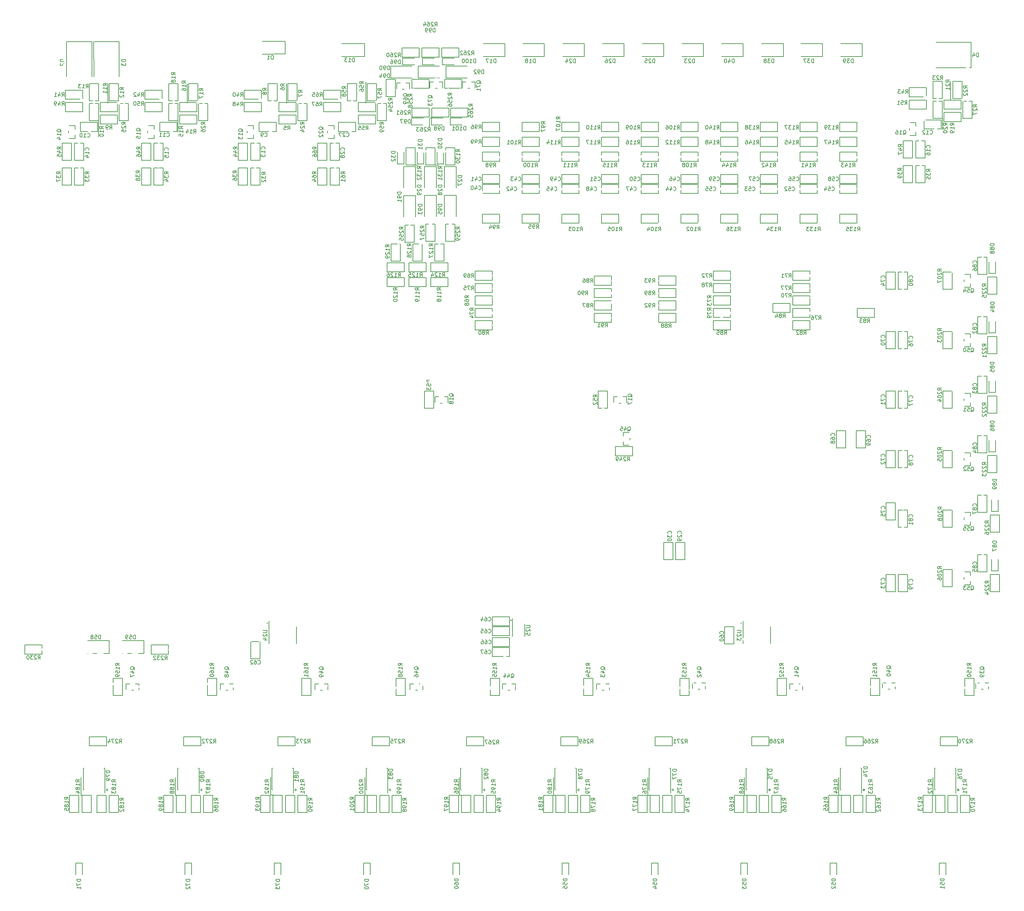
<source format=gbo>
G04 #@! TF.GenerationSoftware,KiCad,Pcbnew,(5.1.6)-1*
G04 #@! TF.CreationDate,2023-01-22T17:07:03+01:00*
G04 #@! TF.ProjectId,central-control-unit,63656e74-7261-46c2-9d63-6f6e74726f6c,rev?*
G04 #@! TF.SameCoordinates,Original*
G04 #@! TF.FileFunction,Legend,Bot*
G04 #@! TF.FilePolarity,Positive*
%FSLAX46Y46*%
G04 Gerber Fmt 4.6, Leading zero omitted, Abs format (unit mm)*
G04 Created by KiCad (PCBNEW (5.1.6)-1) date 2023-01-22 17:07:03*
%MOMM*%
%LPD*%
G01*
G04 APERTURE LIST*
%ADD10C,0.160000*%
%ADD11C,0.120000*%
%ADD12C,0.150000*%
%ADD13C,0.900000*%
%ADD14C,6.100000*%
%ADD15C,0.100000*%
%ADD16R,3.600000X3.600000*%
%ADD17C,3.600000*%
%ADD18R,1.100000X1.100000*%
%ADD19R,0.900000X0.900000*%
%ADD20R,2.600000X2.100000*%
%ADD21R,2.100000X2.600000*%
%ADD22C,2.100000*%
%ADD23O,1.840000X2.290000*%
%ADD24R,2.600000X2.600000*%
%ADD25C,2.200000*%
%ADD26R,2.200000X2.200000*%
%ADD27C,1.800000*%
%ADD28R,1.800000X1.800000*%
%ADD29C,6.300000*%
%ADD30O,2.200000X2.200000*%
%ADD31O,2.100000X2.100000*%
%ADD32R,2.100000X2.100000*%
%ADD33R,0.600000X2.100000*%
%ADD34R,0.900000X2.100000*%
%ADD35O,3.200000X3.200000*%
%ADD36R,3.200000X3.200000*%
%ADD37R,0.450000X1.600000*%
%ADD38C,1.600000*%
%ADD39C,3.400000*%
%ADD40R,3.400000X4.100000*%
%ADD41R,4.100000X3.400000*%
G04 APERTURE END LIST*
D10*
X117919500Y-65024000D02*
X117157500Y-65024000D01*
X117919500Y-65151000D02*
X117919500Y-65024000D01*
X112585500Y-65024000D02*
X111950500Y-65024000D01*
X112585500Y-65151000D02*
X112585500Y-65024000D01*
X115633500Y-53086000D02*
X116227500Y-52742000D01*
X115633500Y-55118000D02*
X115633500Y-53086000D01*
X244538500Y-226441000D02*
X244538500Y-221869000D01*
X245300500Y-226441000D02*
X244538500Y-226441000D01*
X221170500Y-226441000D02*
X220408500Y-226441000D01*
X220408500Y-226441000D02*
X220408500Y-221869000D01*
X197040500Y-226441000D02*
X196278500Y-226441000D01*
X196278500Y-226441000D02*
X196278500Y-221869000D01*
X171513500Y-226441000D02*
X171513500Y-221869000D01*
X172275500Y-226441000D02*
X171513500Y-226441000D01*
X148145500Y-226441000D02*
X147383500Y-226441000D01*
X147383500Y-226441000D02*
X147383500Y-221869000D01*
X123253500Y-226441000D02*
X123253500Y-221869000D01*
X124015500Y-226441000D02*
X123253500Y-226441000D01*
X99885500Y-226441000D02*
X99123500Y-226441000D01*
X99123500Y-226441000D02*
X99123500Y-221869000D01*
X74993500Y-226314000D02*
X74993500Y-221742000D01*
X75755500Y-226314000D02*
X74993500Y-226314000D01*
X50636000Y-226400000D02*
X50636000Y-221828000D01*
X50890000Y-226400000D02*
X50636000Y-226400000D01*
X26479500Y-226441000D02*
X26479500Y-221869000D01*
X26733500Y-226441000D02*
X26479500Y-226441000D01*
X246951500Y-55880000D02*
X246951500Y-52959000D01*
X99377500Y-49022000D02*
X99377500Y-43688000D01*
X79057500Y-49022000D02*
X79057500Y-44069000D01*
X53657500Y-49022000D02*
X53657500Y-44196000D01*
X51320700Y-53619400D02*
X51320700Y-56515000D01*
X30988000Y-53594000D02*
X30988000Y-57785000D01*
X33337500Y-49022000D02*
X33337500Y-44069000D01*
X249047000Y-48260000D02*
X249047000Y-43561000D01*
X105387500Y-211418000D02*
X100987500Y-211418000D01*
X100987500Y-211418000D02*
X100987500Y-213778000D01*
X100987500Y-213778000D02*
X105387500Y-213778000D01*
X105387500Y-213778000D02*
X105387500Y-211418000D01*
X32997500Y-211418000D02*
X28597500Y-211418000D01*
X28597500Y-211418000D02*
X28597500Y-213778000D01*
X28597500Y-213778000D02*
X32997500Y-213778000D01*
X32997500Y-213778000D02*
X32997500Y-211418000D01*
X81257500Y-211418000D02*
X76857500Y-211418000D01*
X76857500Y-211418000D02*
X76857500Y-213778000D01*
X76857500Y-213778000D02*
X81257500Y-213778000D01*
X81257500Y-213778000D02*
X81257500Y-211418000D01*
X57127500Y-211418000D02*
X52727500Y-211418000D01*
X52727500Y-211418000D02*
X52727500Y-213778000D01*
X52727500Y-213778000D02*
X57127500Y-213778000D01*
X57127500Y-213778000D02*
X57127500Y-211418000D01*
X177777500Y-211418000D02*
X173377500Y-211418000D01*
X173377500Y-211418000D02*
X173377500Y-213778000D01*
X173377500Y-213778000D02*
X177777500Y-213778000D01*
X177777500Y-213778000D02*
X177777500Y-211418000D01*
X250802500Y-211418000D02*
X246402500Y-211418000D01*
X246402500Y-211418000D02*
X246402500Y-213778000D01*
X246402500Y-213778000D02*
X250802500Y-213778000D01*
X250802500Y-213778000D02*
X250802500Y-211418000D01*
X153647500Y-211418000D02*
X149247500Y-211418000D01*
X149247500Y-211418000D02*
X149247500Y-213778000D01*
X149247500Y-213778000D02*
X153647500Y-213778000D01*
X153647500Y-213778000D02*
X153647500Y-211418000D01*
X202542500Y-211418000D02*
X198142500Y-211418000D01*
X198142500Y-211418000D02*
X198142500Y-213778000D01*
X198142500Y-213778000D02*
X202542500Y-213778000D01*
X202542500Y-213778000D02*
X202542500Y-211418000D01*
X129517500Y-211418000D02*
X125117500Y-211418000D01*
X125117500Y-211418000D02*
X125117500Y-213778000D01*
X125117500Y-213778000D02*
X129517500Y-213778000D01*
X129517500Y-213778000D02*
X129517500Y-211418000D01*
X226672500Y-211418000D02*
X222272500Y-211418000D01*
X222272500Y-211418000D02*
X222272500Y-213778000D01*
X222272500Y-213778000D02*
X226672500Y-213778000D01*
X226672500Y-213778000D02*
X226672500Y-211418000D01*
X125453500Y-50382000D02*
X121053500Y-50382000D01*
X121053500Y-50382000D02*
X121053500Y-52742000D01*
X121053500Y-52742000D02*
X125453500Y-52742000D01*
X125453500Y-52742000D02*
X125453500Y-50382000D01*
X118087500Y-35015000D02*
X113687500Y-35015000D01*
X113687500Y-35015000D02*
X113687500Y-37375000D01*
X113687500Y-37375000D02*
X118087500Y-37375000D01*
X118087500Y-37375000D02*
X118087500Y-35015000D01*
X120627500Y-50382000D02*
X116227500Y-50382000D01*
X116227500Y-50382000D02*
X116227500Y-52742000D01*
X116227500Y-52742000D02*
X120627500Y-52742000D01*
X120627500Y-52742000D02*
X120627500Y-50382000D01*
X123167500Y-35015000D02*
X118767500Y-35015000D01*
X118767500Y-35015000D02*
X118767500Y-37375000D01*
X118767500Y-37375000D02*
X123167500Y-37375000D01*
X123167500Y-37375000D02*
X123167500Y-35015000D01*
X115547500Y-50382000D02*
X111147500Y-50382000D01*
X111147500Y-50382000D02*
X111147500Y-52742000D01*
X111147500Y-52742000D02*
X115547500Y-52742000D01*
X115547500Y-52742000D02*
X115547500Y-50382000D01*
X113007500Y-35015000D02*
X108607500Y-35015000D01*
X108607500Y-35015000D02*
X108607500Y-37375000D01*
X108607500Y-37375000D02*
X113007500Y-37375000D01*
X113007500Y-37375000D02*
X113007500Y-35015000D01*
X119787500Y-80096000D02*
X119787500Y-84496000D01*
X119787500Y-84496000D02*
X122147500Y-84496000D01*
X122147500Y-84496000D02*
X122147500Y-80096000D01*
X122147500Y-80096000D02*
X119787500Y-80096000D01*
X115547500Y-43016000D02*
X111147500Y-43016000D01*
X111147500Y-43016000D02*
X111147500Y-45376000D01*
X111147500Y-45376000D02*
X115547500Y-45376000D01*
X115547500Y-45376000D02*
X115547500Y-43016000D01*
X114707500Y-80096000D02*
X114707500Y-84496000D01*
X114707500Y-84496000D02*
X117067500Y-84496000D01*
X117067500Y-84496000D02*
X117067500Y-80096000D01*
X117067500Y-80096000D02*
X114707500Y-80096000D01*
X123929500Y-43016000D02*
X119529500Y-43016000D01*
X119529500Y-43016000D02*
X119529500Y-45376000D01*
X119529500Y-45376000D02*
X123929500Y-45376000D01*
X123929500Y-45376000D02*
X123929500Y-43016000D01*
X109373500Y-80350000D02*
X109373500Y-84750000D01*
X109373500Y-84750000D02*
X111733500Y-84750000D01*
X111733500Y-84750000D02*
X111733500Y-80350000D01*
X111733500Y-80350000D02*
X109373500Y-80350000D01*
X104547500Y-43012000D02*
X104547500Y-47412000D01*
X104547500Y-47412000D02*
X106907500Y-47412000D01*
X106907500Y-47412000D02*
X106907500Y-43012000D01*
X106907500Y-43012000D02*
X104547500Y-43012000D01*
X117665500Y-45339000D02*
X117157500Y-45339000D01*
X115760500Y-43690000D02*
X116690500Y-43690000D01*
X119062500Y-43690000D02*
X118132500Y-43690000D01*
X119062500Y-43690000D02*
X119062500Y-45212000D01*
X115760500Y-43690000D02*
X115760500Y-45150000D01*
X125981500Y-45355000D02*
X125473500Y-45355000D01*
X124076500Y-43706000D02*
X125006500Y-43706000D01*
X127378500Y-43706000D02*
X126448500Y-43706000D01*
X127378500Y-43706000D02*
X127378500Y-45228000D01*
X124076500Y-43706000D02*
X124076500Y-45166000D01*
X109217500Y-45593000D02*
X108709500Y-45593000D01*
X107312500Y-43944000D02*
X108242500Y-43944000D01*
X110614500Y-43944000D02*
X109684500Y-43944000D01*
X110614500Y-43944000D02*
X110614500Y-45466000D01*
X107312500Y-43944000D02*
X107312500Y-45404000D01*
X121031000Y-54698000D02*
X124049500Y-54698000D01*
X121031000Y-52998000D02*
X124049500Y-52998000D01*
X121031000Y-54698000D02*
X121031000Y-52998000D01*
X118999000Y-39331000D02*
X122017500Y-39331000D01*
X118999000Y-37631000D02*
X122017500Y-37631000D01*
X118999000Y-39331000D02*
X118999000Y-37631000D01*
X113919000Y-39331000D02*
X116937500Y-39331000D01*
X113919000Y-37631000D02*
X116937500Y-37631000D01*
X113919000Y-39331000D02*
X113919000Y-37631000D01*
X116205000Y-54698000D02*
X119223500Y-54698000D01*
X116205000Y-52998000D02*
X119223500Y-52998000D01*
X116205000Y-54698000D02*
X116205000Y-52998000D01*
X111125000Y-54698000D02*
X114143500Y-54698000D01*
X111125000Y-52998000D02*
X114143500Y-52998000D01*
X111125000Y-54698000D02*
X111125000Y-52998000D01*
X108839000Y-39331000D02*
X111857500Y-39331000D01*
X108839000Y-37631000D02*
X111857500Y-37631000D01*
X108839000Y-39331000D02*
X108839000Y-37631000D01*
X119443500Y-72730000D02*
X122491500Y-72730000D01*
X122491500Y-72730000D02*
X122491500Y-78186000D01*
X119443500Y-72730000D02*
X119443500Y-78186000D01*
X112753500Y-42672000D02*
X112753500Y-39624000D01*
X112753500Y-39624000D02*
X118209500Y-39624000D01*
X112753500Y-42672000D02*
X118209500Y-42672000D01*
X114363500Y-72730000D02*
X117411500Y-72730000D01*
X117411500Y-72730000D02*
X117411500Y-78186000D01*
X114363500Y-72730000D02*
X114363500Y-78186000D01*
X119865500Y-42672000D02*
X119865500Y-39624000D01*
X119865500Y-39624000D02*
X125321500Y-39624000D01*
X119865500Y-42672000D02*
X125321500Y-42672000D01*
X109029500Y-72812000D02*
X112077500Y-72812000D01*
X112077500Y-72812000D02*
X112077500Y-78268000D01*
X109029500Y-72812000D02*
X109029500Y-78268000D01*
X105727500Y-42672000D02*
X105727500Y-39624000D01*
X105727500Y-39624000D02*
X111183500Y-39624000D01*
X105727500Y-42672000D02*
X111183500Y-42672000D01*
X167617500Y-137123000D02*
X163217500Y-137123000D01*
X163217500Y-137123000D02*
X163217500Y-139483000D01*
X163217500Y-139483000D02*
X167617500Y-139483000D01*
X167617500Y-139483000D02*
X167617500Y-137123000D01*
X76495000Y-56425000D02*
X76495000Y-54065000D01*
X72095000Y-54065000D02*
X72095000Y-56425000D01*
X76495000Y-54065000D02*
X72095000Y-54065000D01*
X72095000Y-56425000D02*
X76495000Y-56425000D01*
X30775000Y-56425000D02*
X30775000Y-54065000D01*
X26375000Y-54065000D02*
X26375000Y-56425000D01*
X30775000Y-54065000D02*
X26375000Y-54065000D01*
X26375000Y-56425000D02*
X30775000Y-56425000D01*
X51095000Y-56425000D02*
X51095000Y-54065000D01*
X46695000Y-54065000D02*
X46695000Y-56425000D01*
X51095000Y-54065000D02*
X46695000Y-54065000D01*
X46695000Y-56425000D02*
X51095000Y-56425000D01*
X246675000Y-55790000D02*
X246675000Y-53430000D01*
X242275000Y-53430000D02*
X242275000Y-55790000D01*
X246675000Y-53430000D02*
X242275000Y-53430000D01*
X242275000Y-55790000D02*
X246675000Y-55790000D01*
X72300000Y-59395000D02*
X69940000Y-59395000D01*
X69940000Y-63795000D02*
X72300000Y-63795000D01*
X69940000Y-59395000D02*
X69940000Y-63795000D01*
X72300000Y-63795000D02*
X72300000Y-59395000D01*
X27215000Y-59395000D02*
X24855000Y-59395000D01*
X24855000Y-63795000D02*
X27215000Y-63795000D01*
X24855000Y-59395000D02*
X24855000Y-63795000D01*
X27215000Y-63795000D02*
X27215000Y-59395000D01*
X47535000Y-59395000D02*
X45175000Y-59395000D01*
X45175000Y-63795000D02*
X47535000Y-63795000D01*
X45175000Y-59395000D02*
X45175000Y-63795000D01*
X47535000Y-63795000D02*
X47535000Y-59395000D01*
X242480000Y-58760000D02*
X240120000Y-58760000D01*
X240120000Y-63160000D02*
X242480000Y-63160000D01*
X240120000Y-58760000D02*
X240120000Y-63160000D01*
X242480000Y-63160000D02*
X242480000Y-58760000D01*
X96815000Y-56425000D02*
X96815000Y-54065000D01*
X92415000Y-54065000D02*
X92415000Y-56425000D01*
X96815000Y-54065000D02*
X92415000Y-54065000D01*
X92415000Y-56425000D02*
X96815000Y-56425000D01*
X92620000Y-59395000D02*
X90260000Y-59395000D01*
X90260000Y-63795000D02*
X92620000Y-63795000D01*
X90260000Y-59395000D02*
X90260000Y-63795000D01*
X92620000Y-63795000D02*
X92620000Y-59395000D01*
X178652000Y-166030000D02*
X181012000Y-166030000D01*
X181012000Y-161630000D02*
X178652000Y-161630000D01*
X181012000Y-166030000D02*
X181012000Y-161630000D01*
X178652000Y-161630000D02*
X178652000Y-166030000D01*
X175604000Y-166030000D02*
X177964000Y-166030000D01*
X177964000Y-161630000D02*
X175604000Y-161630000D01*
X177964000Y-166030000D02*
X177964000Y-161630000D01*
X175604000Y-161630000D02*
X175604000Y-166030000D01*
X133645000Y-72300000D02*
X133645000Y-69940000D01*
X129245000Y-69940000D02*
X129245000Y-72300000D01*
X133645000Y-69940000D02*
X129245000Y-69940000D01*
X129245000Y-72300000D02*
X133645000Y-72300000D01*
X133645000Y-69760000D02*
X133645000Y-67400000D01*
X129245000Y-67400000D02*
X129245000Y-69760000D01*
X133645000Y-67400000D02*
X129245000Y-67400000D01*
X129245000Y-69760000D02*
X133645000Y-69760000D01*
X143805000Y-72300000D02*
X143805000Y-69940000D01*
X139405000Y-69940000D02*
X139405000Y-72300000D01*
X143805000Y-69940000D02*
X139405000Y-69940000D01*
X139405000Y-72300000D02*
X143805000Y-72300000D01*
X143805000Y-69760000D02*
X143805000Y-67400000D01*
X139405000Y-67400000D02*
X139405000Y-69760000D01*
X143805000Y-67400000D02*
X139405000Y-67400000D01*
X139405000Y-69760000D02*
X143805000Y-69760000D01*
X184445000Y-72300000D02*
X184445000Y-69940000D01*
X180045000Y-69940000D02*
X180045000Y-72300000D01*
X184445000Y-69940000D02*
X180045000Y-69940000D01*
X180045000Y-72300000D02*
X184445000Y-72300000D01*
X153965000Y-72300000D02*
X153965000Y-69940000D01*
X149565000Y-69940000D02*
X149565000Y-72300000D01*
X153965000Y-69940000D02*
X149565000Y-69940000D01*
X149565000Y-72300000D02*
X153965000Y-72300000D01*
X184445000Y-69760000D02*
X184445000Y-67400000D01*
X180045000Y-67400000D02*
X180045000Y-69760000D01*
X184445000Y-67400000D02*
X180045000Y-67400000D01*
X180045000Y-69760000D02*
X184445000Y-69760000D01*
X174285000Y-72300000D02*
X174285000Y-69940000D01*
X169885000Y-69940000D02*
X169885000Y-72300000D01*
X174285000Y-69940000D02*
X169885000Y-69940000D01*
X169885000Y-72300000D02*
X174285000Y-72300000D01*
X164125000Y-72300000D02*
X164125000Y-69940000D01*
X159725000Y-69940000D02*
X159725000Y-72300000D01*
X164125000Y-69940000D02*
X159725000Y-69940000D01*
X159725000Y-72300000D02*
X164125000Y-72300000D01*
X153965000Y-69760000D02*
X153965000Y-67400000D01*
X149565000Y-67400000D02*
X149565000Y-69760000D01*
X153965000Y-67400000D02*
X149565000Y-67400000D01*
X149565000Y-69760000D02*
X153965000Y-69760000D01*
X174285000Y-69760000D02*
X174285000Y-67400000D01*
X169885000Y-67400000D02*
X169885000Y-69760000D01*
X174285000Y-67400000D02*
X169885000Y-67400000D01*
X169885000Y-69760000D02*
X174285000Y-69760000D01*
X164125000Y-69760000D02*
X164125000Y-67400000D01*
X159725000Y-67400000D02*
X159725000Y-69760000D01*
X164125000Y-67400000D02*
X159725000Y-67400000D01*
X159725000Y-69760000D02*
X164125000Y-69760000D01*
X214925000Y-72300000D02*
X214925000Y-69940000D01*
X210525000Y-69940000D02*
X210525000Y-72300000D01*
X214925000Y-69940000D02*
X210525000Y-69940000D01*
X210525000Y-72300000D02*
X214925000Y-72300000D01*
X204765000Y-72300000D02*
X204765000Y-69940000D01*
X200365000Y-69940000D02*
X200365000Y-72300000D01*
X204765000Y-69940000D02*
X200365000Y-69940000D01*
X200365000Y-72300000D02*
X204765000Y-72300000D01*
X225085000Y-72300000D02*
X225085000Y-69940000D01*
X220685000Y-69940000D02*
X220685000Y-72300000D01*
X225085000Y-69940000D02*
X220685000Y-69940000D01*
X220685000Y-72300000D02*
X225085000Y-72300000D01*
X194605000Y-72300000D02*
X194605000Y-69940000D01*
X190205000Y-69940000D02*
X190205000Y-72300000D01*
X194605000Y-69940000D02*
X190205000Y-69940000D01*
X190205000Y-72300000D02*
X194605000Y-72300000D01*
X214925000Y-69760000D02*
X214925000Y-67400000D01*
X210525000Y-67400000D02*
X210525000Y-69760000D01*
X214925000Y-67400000D02*
X210525000Y-67400000D01*
X210525000Y-69760000D02*
X214925000Y-69760000D01*
X204765000Y-69760000D02*
X204765000Y-67400000D01*
X200365000Y-67400000D02*
X200365000Y-69760000D01*
X204765000Y-67400000D02*
X200365000Y-67400000D01*
X200365000Y-69760000D02*
X204765000Y-69760000D01*
X225085000Y-69760000D02*
X225085000Y-67400000D01*
X220685000Y-67400000D02*
X220685000Y-69760000D01*
X225085000Y-67400000D02*
X220685000Y-67400000D01*
X220685000Y-69760000D02*
X225085000Y-69760000D01*
X194605000Y-69760000D02*
X194605000Y-67400000D01*
X190205000Y-67400000D02*
X190205000Y-69760000D01*
X194605000Y-67400000D02*
X190205000Y-67400000D01*
X190205000Y-69760000D02*
X194605000Y-69760000D01*
X193585000Y-183220000D02*
X191225000Y-183220000D01*
X191225000Y-187620000D02*
X193585000Y-187620000D01*
X191225000Y-183220000D02*
X191225000Y-187620000D01*
X193585000Y-187620000D02*
X193585000Y-183220000D01*
X72300000Y-187030000D02*
X69940000Y-187030000D01*
X69940000Y-191430000D02*
X72300000Y-191430000D01*
X69940000Y-187030000D02*
X69940000Y-191430000D01*
X72300000Y-191430000D02*
X72300000Y-187030000D01*
X131785000Y-180684000D02*
X131785000Y-183044000D01*
X136185000Y-183044000D02*
X136185000Y-180684000D01*
X131785000Y-183044000D02*
X136185000Y-183044000D01*
X136185000Y-180684000D02*
X131785000Y-180684000D01*
X131721500Y-183224000D02*
X131721500Y-185584000D01*
X136121500Y-185584000D02*
X136121500Y-183224000D01*
X131721500Y-185584000D02*
X136121500Y-185584000D01*
X136121500Y-183224000D02*
X131721500Y-183224000D01*
X131785000Y-186018000D02*
X131785000Y-188378000D01*
X136185000Y-188378000D02*
X136185000Y-186018000D01*
X131785000Y-188378000D02*
X136185000Y-188378000D01*
X136185000Y-186018000D02*
X131785000Y-186018000D01*
X131721500Y-188558000D02*
X131721500Y-190918000D01*
X136121500Y-190918000D02*
X136121500Y-188558000D01*
X131721500Y-190918000D02*
X136121500Y-190918000D01*
X136121500Y-188558000D02*
X131721500Y-188558000D01*
X219800000Y-137455000D02*
X222160000Y-137455000D01*
X222160000Y-133055000D02*
X219800000Y-133055000D01*
X222160000Y-137455000D02*
X222160000Y-133055000D01*
X219800000Y-133055000D02*
X219800000Y-137455000D01*
X227240000Y-133055000D02*
X224880000Y-133055000D01*
X224880000Y-137455000D02*
X227240000Y-137455000D01*
X224880000Y-133055000D02*
X224880000Y-137455000D01*
X227240000Y-137455000D02*
X227240000Y-133055000D01*
X234860000Y-107655000D02*
X232500000Y-107655000D01*
X232500000Y-112055000D02*
X234860000Y-112055000D01*
X232500000Y-107655000D02*
X232500000Y-112055000D01*
X234860000Y-112055000D02*
X234860000Y-107655000D01*
X234860000Y-122895000D02*
X232500000Y-122895000D01*
X232500000Y-127295000D02*
X234860000Y-127295000D01*
X232500000Y-122895000D02*
X232500000Y-127295000D01*
X234860000Y-127295000D02*
X234860000Y-122895000D01*
X234860000Y-138135000D02*
X232500000Y-138135000D01*
X232500000Y-142535000D02*
X234860000Y-142535000D01*
X232500000Y-138135000D02*
X232500000Y-142535000D01*
X234860000Y-142535000D02*
X234860000Y-138135000D01*
X234860000Y-169885000D02*
X232500000Y-169885000D01*
X232500000Y-174285000D02*
X234860000Y-174285000D01*
X232500000Y-169885000D02*
X232500000Y-174285000D01*
X234860000Y-174285000D02*
X234860000Y-169885000D01*
X234860000Y-92415000D02*
X232500000Y-92415000D01*
X232500000Y-96815000D02*
X234860000Y-96815000D01*
X232500000Y-92415000D02*
X232500000Y-96815000D01*
X234860000Y-96815000D02*
X234860000Y-92415000D01*
X234860000Y-151470000D02*
X232500000Y-151470000D01*
X232500000Y-155870000D02*
X234860000Y-155870000D01*
X232500000Y-151470000D02*
X232500000Y-155870000D01*
X234860000Y-155870000D02*
X234860000Y-151470000D01*
X238035000Y-107655000D02*
X235675000Y-107655000D01*
X235675000Y-112055000D02*
X238035000Y-112055000D01*
X235675000Y-107655000D02*
X235675000Y-112055000D01*
X238035000Y-112055000D02*
X238035000Y-107655000D01*
X238035000Y-122895000D02*
X235675000Y-122895000D01*
X235675000Y-127295000D02*
X238035000Y-127295000D01*
X235675000Y-122895000D02*
X235675000Y-127295000D01*
X238035000Y-127295000D02*
X238035000Y-122895000D01*
X238035000Y-138135000D02*
X235675000Y-138135000D01*
X235675000Y-142535000D02*
X238035000Y-142535000D01*
X235675000Y-138135000D02*
X235675000Y-142535000D01*
X238035000Y-142535000D02*
X238035000Y-138135000D01*
X238035000Y-169885000D02*
X235675000Y-169885000D01*
X235675000Y-174285000D02*
X238035000Y-174285000D01*
X235675000Y-169885000D02*
X235675000Y-174285000D01*
X238035000Y-174285000D02*
X238035000Y-169885000D01*
X238035000Y-92415000D02*
X235675000Y-92415000D01*
X235675000Y-96815000D02*
X238035000Y-96815000D01*
X235675000Y-92415000D02*
X235675000Y-96815000D01*
X238035000Y-96815000D02*
X238035000Y-92415000D01*
X238035000Y-153375000D02*
X235675000Y-153375000D01*
X235675000Y-157775000D02*
X238035000Y-157775000D01*
X235675000Y-153375000D02*
X235675000Y-157775000D01*
X238035000Y-157775000D02*
X238035000Y-153375000D01*
X258355000Y-103845000D02*
X255995000Y-103845000D01*
X255995000Y-108245000D02*
X258355000Y-108245000D01*
X255995000Y-103845000D02*
X255995000Y-108245000D01*
X258355000Y-108245000D02*
X258355000Y-103845000D01*
X258355000Y-119085000D02*
X255995000Y-119085000D01*
X255995000Y-123485000D02*
X258355000Y-123485000D01*
X255995000Y-119085000D02*
X255995000Y-123485000D01*
X258355000Y-123485000D02*
X258355000Y-119085000D01*
X258355000Y-134325000D02*
X255995000Y-134325000D01*
X255995000Y-138725000D02*
X258355000Y-138725000D01*
X255995000Y-134325000D02*
X255995000Y-138725000D01*
X258355000Y-138725000D02*
X258355000Y-134325000D01*
X258355000Y-164805000D02*
X255995000Y-164805000D01*
X255995000Y-169205000D02*
X258355000Y-169205000D01*
X255995000Y-164805000D02*
X255995000Y-169205000D01*
X258355000Y-169205000D02*
X258355000Y-164805000D01*
X258355000Y-88605000D02*
X255995000Y-88605000D01*
X255995000Y-93005000D02*
X258355000Y-93005000D01*
X255995000Y-88605000D02*
X255995000Y-93005000D01*
X258355000Y-93005000D02*
X258355000Y-88605000D01*
X258355000Y-149565000D02*
X255995000Y-149565000D01*
X255995000Y-153965000D02*
X258355000Y-153965000D01*
X255995000Y-149565000D02*
X255995000Y-153965000D01*
X258355000Y-153965000D02*
X258355000Y-149565000D01*
X44472500Y-187923000D02*
X44472500Y-190283000D01*
X48872500Y-187923000D02*
X44472500Y-187923000D01*
X48872500Y-190283000D02*
X48872500Y-187923000D01*
X44472500Y-190283000D02*
X48872500Y-190283000D01*
X42608500Y-186817000D02*
X37052500Y-186818000D01*
X42608500Y-186817000D02*
X42608500Y-190117000D01*
X42608500Y-190117000D02*
X37052500Y-190118000D01*
X12087500Y-187923000D02*
X12087500Y-190283000D01*
X16487500Y-187923000D02*
X12087500Y-187923000D01*
X16487500Y-190283000D02*
X16487500Y-187923000D01*
X12087500Y-190283000D02*
X16487500Y-190283000D01*
X33718500Y-186817000D02*
X28162500Y-186818000D01*
X33718500Y-186817000D02*
X33718500Y-190117000D01*
X33718500Y-190117000D02*
X28162500Y-190118000D01*
D11*
X195580000Y-182372000D02*
G75*
G03*
X195580000Y-182372000I-127000J0D01*
G01*
D10*
X195897500Y-187579000D02*
X195897500Y-181820000D01*
D11*
X195516500Y-182372000D02*
G75*
G03*
X195516500Y-182372000I-63500J0D01*
G01*
D10*
X202946000Y-187579000D02*
X202946000Y-183261000D01*
D11*
X74295000Y-182372000D02*
G75*
G03*
X74295000Y-182372000I-127000J0D01*
G01*
D10*
X74612500Y-187579000D02*
X74612500Y-181820000D01*
D11*
X74231500Y-182372000D02*
G75*
G03*
X74231500Y-182372000I-63500J0D01*
G01*
D10*
X81661000Y-187579000D02*
X81661000Y-183261000D01*
X62166500Y-197868000D02*
X62166500Y-199328000D01*
X65468500Y-197868000D02*
X65468500Y-199390000D01*
X65468500Y-197868000D02*
X64538500Y-197868000D01*
X62166500Y-197868000D02*
X63096500Y-197868000D01*
X64071500Y-199517000D02*
X63563500Y-199517000D01*
X37057500Y-196428000D02*
X34697500Y-196428000D01*
X37057500Y-200828000D02*
X37057500Y-196428000D01*
X34697500Y-200828000D02*
X37057500Y-200828000D01*
X34697500Y-196428000D02*
X34697500Y-200828000D01*
X109447500Y-196428000D02*
X107087500Y-196428000D01*
X109447500Y-200828000D02*
X109447500Y-196428000D01*
X107087500Y-200828000D02*
X109447500Y-200828000D01*
X107087500Y-196428000D02*
X107087500Y-200828000D01*
X133645000Y-64045000D02*
X133645000Y-61685000D01*
X129245000Y-64045000D02*
X133645000Y-64045000D01*
X129245000Y-61685000D02*
X129245000Y-64045000D01*
X133645000Y-61685000D02*
X129245000Y-61685000D01*
D11*
X251008796Y-225044000D02*
G75*
G03*
X251008796Y-225044000I-56796J0D01*
G01*
X251079000Y-225044000D02*
G75*
G03*
X251079000Y-225044000I-127000J0D01*
G01*
X251131605Y-225044000D02*
G75*
G03*
X251131605Y-225044000I-179605J0D01*
G01*
X251206000Y-225044000D02*
G75*
G03*
X251206000Y-225044000I-254000J0D01*
G01*
D10*
X250375000Y-225806000D02*
X250375000Y-219525000D01*
X244925000Y-219525000D02*
X245110000Y-219525000D01*
X250375000Y-219525000D02*
X250190000Y-219525000D01*
X244925000Y-224975000D02*
X245110000Y-224975000D01*
X244925000Y-224975000D02*
X244925000Y-219525000D01*
D12*
X136672762Y-181610000D02*
G75*
G03*
X136672762Y-181610000I-147762J0D01*
G01*
D10*
X136919675Y-181102000D02*
X136919675Y-185710836D01*
X140019675Y-182610836D02*
X140019675Y-185710836D01*
D11*
X136575800Y-181610000D02*
G75*
G03*
X136575800Y-181610000I-50800J0D01*
G01*
D10*
X259170000Y-159045000D02*
X261530000Y-159045000D01*
X259170000Y-154645000D02*
X259170000Y-159045000D01*
X261530000Y-154645000D02*
X259170000Y-154645000D01*
X261530000Y-159045000D02*
X261530000Y-154645000D01*
X258535000Y-98085000D02*
X260895000Y-98085000D01*
X258535000Y-93685000D02*
X258535000Y-98085000D01*
X260895000Y-93685000D02*
X258535000Y-93685000D01*
X260895000Y-98085000D02*
X260895000Y-93685000D01*
X259170000Y-174285000D02*
X261530000Y-174285000D01*
X259170000Y-169885000D02*
X259170000Y-174285000D01*
X261530000Y-169885000D02*
X259170000Y-169885000D01*
X261530000Y-174285000D02*
X261530000Y-169885000D01*
X258535000Y-143805000D02*
X260895000Y-143805000D01*
X258535000Y-139405000D02*
X258535000Y-143805000D01*
X260895000Y-139405000D02*
X258535000Y-139405000D01*
X260895000Y-143805000D02*
X260895000Y-139405000D01*
X258535000Y-128565000D02*
X260895000Y-128565000D01*
X258535000Y-124165000D02*
X258535000Y-128565000D01*
X260895000Y-124165000D02*
X258535000Y-124165000D01*
X260895000Y-128565000D02*
X260895000Y-124165000D01*
X258535000Y-113325000D02*
X260895000Y-113325000D01*
X258535000Y-108925000D02*
X258535000Y-113325000D01*
X260895000Y-108925000D02*
X258535000Y-108925000D01*
X260895000Y-113325000D02*
X260895000Y-108925000D01*
X247105000Y-157775000D02*
X249465000Y-157775000D01*
X247105000Y-153375000D02*
X247105000Y-157775000D01*
X249465000Y-153375000D02*
X247105000Y-153375000D01*
X249465000Y-157775000D02*
X249465000Y-153375000D01*
X247105000Y-96815000D02*
X249465000Y-96815000D01*
X247105000Y-92415000D02*
X247105000Y-96815000D01*
X249465000Y-92415000D02*
X247105000Y-92415000D01*
X249465000Y-96815000D02*
X249465000Y-92415000D01*
X247105000Y-173015000D02*
X249465000Y-173015000D01*
X247105000Y-168615000D02*
X247105000Y-173015000D01*
X249465000Y-168615000D02*
X247105000Y-168615000D01*
X249465000Y-173015000D02*
X249465000Y-168615000D01*
X247105000Y-142535000D02*
X249465000Y-142535000D01*
X247105000Y-138135000D02*
X247105000Y-142535000D01*
X249465000Y-138135000D02*
X247105000Y-138135000D01*
X249465000Y-142535000D02*
X249465000Y-138135000D01*
X247105000Y-127295000D02*
X249465000Y-127295000D01*
X247105000Y-122895000D02*
X247105000Y-127295000D01*
X249465000Y-122895000D02*
X247105000Y-122895000D01*
X249465000Y-127295000D02*
X249465000Y-122895000D01*
X247105000Y-112055000D02*
X249465000Y-112055000D01*
X247105000Y-107655000D02*
X247105000Y-112055000D01*
X249465000Y-107655000D02*
X247105000Y-107655000D01*
X249465000Y-112055000D02*
X249465000Y-107655000D01*
X123100000Y-226400000D02*
X120740000Y-226400000D01*
X123100000Y-230800000D02*
X123100000Y-226400000D01*
X120740000Y-230800000D02*
X123100000Y-230800000D01*
X120740000Y-226400000D02*
X120740000Y-230800000D01*
X126275000Y-226400000D02*
X123915000Y-226400000D01*
X126275000Y-230800000D02*
X126275000Y-226400000D01*
X123915000Y-230800000D02*
X126275000Y-230800000D01*
X123915000Y-226400000D02*
X123915000Y-230800000D01*
X129450000Y-226400000D02*
X127090000Y-226400000D01*
X129450000Y-230800000D02*
X129450000Y-226400000D01*
X127090000Y-230800000D02*
X129450000Y-230800000D01*
X127090000Y-226400000D02*
X127090000Y-230800000D01*
X132625000Y-226400000D02*
X130265000Y-226400000D01*
X132625000Y-230800000D02*
X132625000Y-226400000D01*
X130265000Y-230800000D02*
X132625000Y-230800000D01*
X130265000Y-226400000D02*
X130265000Y-230800000D01*
X98970000Y-226400000D02*
X96610000Y-226400000D01*
X98970000Y-230800000D02*
X98970000Y-226400000D01*
X96610000Y-230800000D02*
X98970000Y-230800000D01*
X96610000Y-226400000D02*
X96610000Y-230800000D01*
X102145000Y-226400000D02*
X99785000Y-226400000D01*
X102145000Y-230800000D02*
X102145000Y-226400000D01*
X99785000Y-230800000D02*
X102145000Y-230800000D01*
X99785000Y-226400000D02*
X99785000Y-230800000D01*
X105320000Y-226400000D02*
X102960000Y-226400000D01*
X105320000Y-230800000D02*
X105320000Y-226400000D01*
X102960000Y-230800000D02*
X105320000Y-230800000D01*
X102960000Y-226400000D02*
X102960000Y-230800000D01*
X108495000Y-226400000D02*
X106135000Y-226400000D01*
X108495000Y-230800000D02*
X108495000Y-226400000D01*
X106135000Y-230800000D02*
X108495000Y-230800000D01*
X106135000Y-226400000D02*
X106135000Y-230800000D01*
X244385000Y-226400000D02*
X242025000Y-226400000D01*
X244385000Y-230800000D02*
X244385000Y-226400000D01*
X242025000Y-230800000D02*
X244385000Y-230800000D01*
X242025000Y-226400000D02*
X242025000Y-230800000D01*
X247560000Y-226400000D02*
X245200000Y-226400000D01*
X247560000Y-230800000D02*
X247560000Y-226400000D01*
X245200000Y-230800000D02*
X247560000Y-230800000D01*
X245200000Y-226400000D02*
X245200000Y-230800000D01*
X250735000Y-226400000D02*
X248375000Y-226400000D01*
X250735000Y-230800000D02*
X250735000Y-226400000D01*
X248375000Y-230800000D02*
X250735000Y-230800000D01*
X248375000Y-226400000D02*
X248375000Y-230800000D01*
X74840000Y-226400000D02*
X72480000Y-226400000D01*
X74840000Y-230800000D02*
X74840000Y-226400000D01*
X72480000Y-230800000D02*
X74840000Y-230800000D01*
X72480000Y-226400000D02*
X72480000Y-230800000D01*
X78015000Y-226400000D02*
X75655000Y-226400000D01*
X78015000Y-230800000D02*
X78015000Y-226400000D01*
X75655000Y-230800000D02*
X78015000Y-230800000D01*
X75655000Y-226400000D02*
X75655000Y-230800000D01*
X81190000Y-226400000D02*
X78830000Y-226400000D01*
X81190000Y-230800000D02*
X81190000Y-226400000D01*
X78830000Y-230800000D02*
X81190000Y-230800000D01*
X78830000Y-226400000D02*
X78830000Y-230800000D01*
X84365000Y-226400000D02*
X82005000Y-226400000D01*
X84365000Y-230800000D02*
X84365000Y-226400000D01*
X82005000Y-230800000D02*
X84365000Y-230800000D01*
X82005000Y-226400000D02*
X82005000Y-230800000D01*
X50075000Y-226400000D02*
X47715000Y-226400000D01*
X50075000Y-230800000D02*
X50075000Y-226400000D01*
X47715000Y-230800000D02*
X50075000Y-230800000D01*
X47715000Y-226400000D02*
X47715000Y-230800000D01*
X53250000Y-226400000D02*
X50890000Y-226400000D01*
X53250000Y-230800000D02*
X53250000Y-226400000D01*
X50890000Y-230800000D02*
X53250000Y-230800000D01*
X50890000Y-226400000D02*
X50890000Y-230800000D01*
X57060000Y-226400000D02*
X54700000Y-226400000D01*
X57060000Y-230800000D02*
X57060000Y-226400000D01*
X54700000Y-230800000D02*
X57060000Y-230800000D01*
X54700000Y-226400000D02*
X54700000Y-230800000D01*
X60235000Y-226400000D02*
X57875000Y-226400000D01*
X60235000Y-230800000D02*
X60235000Y-226400000D01*
X57875000Y-230800000D02*
X60235000Y-230800000D01*
X57875000Y-226400000D02*
X57875000Y-230800000D01*
X25945000Y-226400000D02*
X23585000Y-226400000D01*
X25945000Y-230800000D02*
X25945000Y-226400000D01*
X23585000Y-230800000D02*
X25945000Y-230800000D01*
X23585000Y-226400000D02*
X23585000Y-230800000D01*
X29120000Y-226400000D02*
X26760000Y-226400000D01*
X29120000Y-230800000D02*
X29120000Y-226400000D01*
X26760000Y-230800000D02*
X29120000Y-230800000D01*
X26760000Y-226400000D02*
X26760000Y-230800000D01*
X32930000Y-226400000D02*
X30570000Y-226400000D01*
X32930000Y-230800000D02*
X32930000Y-226400000D01*
X30570000Y-230800000D02*
X32930000Y-230800000D01*
X30570000Y-226400000D02*
X30570000Y-230800000D01*
X36105000Y-226400000D02*
X33745000Y-226400000D01*
X36105000Y-230800000D02*
X36105000Y-226400000D01*
X33745000Y-230800000D02*
X36105000Y-230800000D01*
X33745000Y-226400000D02*
X33745000Y-230800000D01*
X147230000Y-226400000D02*
X144870000Y-226400000D01*
X147230000Y-230800000D02*
X147230000Y-226400000D01*
X144870000Y-230800000D02*
X147230000Y-230800000D01*
X144870000Y-226400000D02*
X144870000Y-230800000D01*
X150405000Y-226400000D02*
X148045000Y-226400000D01*
X150405000Y-230800000D02*
X150405000Y-226400000D01*
X148045000Y-230800000D02*
X150405000Y-230800000D01*
X148045000Y-226400000D02*
X148045000Y-230800000D01*
X153580000Y-226400000D02*
X151220000Y-226400000D01*
X153580000Y-230800000D02*
X153580000Y-226400000D01*
X151220000Y-230800000D02*
X153580000Y-230800000D01*
X151220000Y-226400000D02*
X151220000Y-230800000D01*
X156755000Y-226400000D02*
X154395000Y-226400000D01*
X156755000Y-230800000D02*
X156755000Y-226400000D01*
X154395000Y-230800000D02*
X156755000Y-230800000D01*
X154395000Y-226400000D02*
X154395000Y-230800000D01*
X171360000Y-226400000D02*
X169000000Y-226400000D01*
X171360000Y-230800000D02*
X171360000Y-226400000D01*
X169000000Y-230800000D02*
X171360000Y-230800000D01*
X169000000Y-226400000D02*
X169000000Y-230800000D01*
X174535000Y-226400000D02*
X172175000Y-226400000D01*
X174535000Y-230800000D02*
X174535000Y-226400000D01*
X172175000Y-230800000D02*
X174535000Y-230800000D01*
X172175000Y-226400000D02*
X172175000Y-230800000D01*
X177710000Y-226400000D02*
X175350000Y-226400000D01*
X177710000Y-230800000D02*
X177710000Y-226400000D01*
X175350000Y-230800000D02*
X177710000Y-230800000D01*
X175350000Y-226400000D02*
X175350000Y-230800000D01*
X180885000Y-226400000D02*
X178525000Y-226400000D01*
X180885000Y-230800000D02*
X180885000Y-226400000D01*
X178525000Y-230800000D02*
X180885000Y-230800000D01*
X178525000Y-226400000D02*
X178525000Y-230800000D01*
X196125000Y-226400000D02*
X193765000Y-226400000D01*
X196125000Y-230800000D02*
X196125000Y-226400000D01*
X193765000Y-230800000D02*
X196125000Y-230800000D01*
X193765000Y-226400000D02*
X193765000Y-230800000D01*
X199300000Y-226400000D02*
X196940000Y-226400000D01*
X199300000Y-230800000D02*
X199300000Y-226400000D01*
X196940000Y-230800000D02*
X199300000Y-230800000D01*
X196940000Y-226400000D02*
X196940000Y-230800000D01*
X202475000Y-226400000D02*
X200115000Y-226400000D01*
X202475000Y-230800000D02*
X202475000Y-226400000D01*
X200115000Y-230800000D02*
X202475000Y-230800000D01*
X200115000Y-226400000D02*
X200115000Y-230800000D01*
X205650000Y-226400000D02*
X203290000Y-226400000D01*
X205650000Y-230800000D02*
X205650000Y-226400000D01*
X203290000Y-230800000D02*
X205650000Y-230800000D01*
X203290000Y-226400000D02*
X203290000Y-230800000D01*
X220255000Y-226400000D02*
X217895000Y-226400000D01*
X220255000Y-230800000D02*
X220255000Y-226400000D01*
X217895000Y-230800000D02*
X220255000Y-230800000D01*
X217895000Y-226400000D02*
X217895000Y-230800000D01*
X223430000Y-226400000D02*
X221070000Y-226400000D01*
X223430000Y-230800000D02*
X223430000Y-226400000D01*
X221070000Y-230800000D02*
X223430000Y-230800000D01*
X221070000Y-226400000D02*
X221070000Y-230800000D01*
X226605000Y-226400000D02*
X224245000Y-226400000D01*
X226605000Y-230800000D02*
X226605000Y-226400000D01*
X224245000Y-230800000D02*
X226605000Y-230800000D01*
X224245000Y-226400000D02*
X224245000Y-230800000D01*
X229780000Y-226400000D02*
X227420000Y-226400000D01*
X229780000Y-230800000D02*
X229780000Y-226400000D01*
X227420000Y-230800000D02*
X229780000Y-230800000D01*
X227420000Y-226400000D02*
X227420000Y-230800000D01*
X253910000Y-226400000D02*
X251550000Y-226400000D01*
X253910000Y-230800000D02*
X253910000Y-226400000D01*
X251550000Y-230800000D02*
X253910000Y-230800000D01*
X251550000Y-226400000D02*
X251550000Y-230800000D01*
X85317500Y-196428000D02*
X82957500Y-196428000D01*
X85317500Y-200828000D02*
X85317500Y-196428000D01*
X82957500Y-200828000D02*
X85317500Y-200828000D01*
X82957500Y-196428000D02*
X82957500Y-200828000D01*
X61187500Y-196428000D02*
X58827500Y-196428000D01*
X61187500Y-200828000D02*
X61187500Y-196428000D01*
X58827500Y-200828000D02*
X61187500Y-200828000D01*
X58827500Y-196428000D02*
X58827500Y-200828000D01*
X254989500Y-196428000D02*
X252629500Y-196428000D01*
X254989500Y-200828000D02*
X254989500Y-196428000D01*
X252629500Y-200828000D02*
X254989500Y-200828000D01*
X252629500Y-196428000D02*
X252629500Y-200828000D01*
X133577500Y-196428000D02*
X131217500Y-196428000D01*
X133577500Y-200828000D02*
X133577500Y-196428000D01*
X131217500Y-200828000D02*
X133577500Y-200828000D01*
X131217500Y-196428000D02*
X131217500Y-200828000D01*
X157453500Y-196428000D02*
X155093500Y-196428000D01*
X157453500Y-200828000D02*
X157453500Y-196428000D01*
X155093500Y-200828000D02*
X157453500Y-200828000D01*
X155093500Y-196428000D02*
X155093500Y-200828000D01*
X182091500Y-196428000D02*
X179731500Y-196428000D01*
X182091500Y-200828000D02*
X182091500Y-196428000D01*
X179731500Y-200828000D02*
X182091500Y-200828000D01*
X179731500Y-196428000D02*
X179731500Y-200828000D01*
X206983500Y-196428000D02*
X204623500Y-196428000D01*
X206983500Y-200828000D02*
X206983500Y-196428000D01*
X204623500Y-200828000D02*
X206983500Y-200828000D01*
X204623500Y-196428000D02*
X204623500Y-200828000D01*
X230859500Y-196428000D02*
X228499500Y-196428000D01*
X230859500Y-200828000D02*
X230859500Y-196428000D01*
X228499500Y-200828000D02*
X230859500Y-200828000D01*
X228499500Y-196428000D02*
X228499500Y-200828000D01*
X194605000Y-60235000D02*
X194605000Y-57875000D01*
X190205000Y-60235000D02*
X194605000Y-60235000D01*
X190205000Y-57875000D02*
X190205000Y-60235000D01*
X194605000Y-57875000D02*
X190205000Y-57875000D01*
X225085000Y-60235000D02*
X225085000Y-57875000D01*
X220685000Y-60235000D02*
X225085000Y-60235000D01*
X220685000Y-57875000D02*
X220685000Y-60235000D01*
X225085000Y-57875000D02*
X220685000Y-57875000D01*
X204765000Y-60235000D02*
X204765000Y-57875000D01*
X200365000Y-60235000D02*
X204765000Y-60235000D01*
X200365000Y-57875000D02*
X200365000Y-60235000D01*
X204765000Y-57875000D02*
X200365000Y-57875000D01*
X214925000Y-60235000D02*
X214925000Y-57875000D01*
X210525000Y-60235000D02*
X214925000Y-60235000D01*
X210525000Y-57875000D02*
X210525000Y-60235000D01*
X214925000Y-57875000D02*
X210525000Y-57875000D01*
X194605000Y-64045000D02*
X194605000Y-61685000D01*
X190205000Y-64045000D02*
X194605000Y-64045000D01*
X190205000Y-61685000D02*
X190205000Y-64045000D01*
X194605000Y-61685000D02*
X190205000Y-61685000D01*
X225085000Y-64045000D02*
X225085000Y-61685000D01*
X220685000Y-64045000D02*
X225085000Y-64045000D01*
X220685000Y-61685000D02*
X220685000Y-64045000D01*
X225085000Y-61685000D02*
X220685000Y-61685000D01*
X204765000Y-64045000D02*
X204765000Y-61685000D01*
X200365000Y-64045000D02*
X204765000Y-64045000D01*
X200365000Y-61685000D02*
X200365000Y-64045000D01*
X204765000Y-61685000D02*
X200365000Y-61685000D01*
X214925000Y-64045000D02*
X214925000Y-61685000D01*
X210525000Y-64045000D02*
X214925000Y-64045000D01*
X210525000Y-61685000D02*
X210525000Y-64045000D01*
X214925000Y-61685000D02*
X210525000Y-61685000D01*
X194605000Y-56425000D02*
X194605000Y-54065000D01*
X190205000Y-56425000D02*
X194605000Y-56425000D01*
X190205000Y-54065000D02*
X190205000Y-56425000D01*
X194605000Y-54065000D02*
X190205000Y-54065000D01*
X225085000Y-56425000D02*
X225085000Y-54065000D01*
X220685000Y-56425000D02*
X225085000Y-56425000D01*
X220685000Y-54065000D02*
X220685000Y-56425000D01*
X225085000Y-54065000D02*
X220685000Y-54065000D01*
X204765000Y-56425000D02*
X204765000Y-54065000D01*
X200365000Y-56425000D02*
X204765000Y-56425000D01*
X200365000Y-54065000D02*
X200365000Y-56425000D01*
X204765000Y-54065000D02*
X200365000Y-54065000D01*
X214925000Y-56425000D02*
X214925000Y-54065000D01*
X210525000Y-56425000D02*
X214925000Y-56425000D01*
X210525000Y-54065000D02*
X210525000Y-56425000D01*
X214925000Y-54065000D02*
X210525000Y-54065000D01*
X190205000Y-77560000D02*
X190205000Y-79920000D01*
X194605000Y-77560000D02*
X190205000Y-77560000D01*
X194605000Y-79920000D02*
X194605000Y-77560000D01*
X190205000Y-79920000D02*
X194605000Y-79920000D01*
X220685000Y-77560000D02*
X220685000Y-79920000D01*
X225085000Y-77560000D02*
X220685000Y-77560000D01*
X225085000Y-79920000D02*
X225085000Y-77560000D01*
X220685000Y-79920000D02*
X225085000Y-79920000D01*
X200365000Y-77560000D02*
X200365000Y-79920000D01*
X204765000Y-77560000D02*
X200365000Y-77560000D01*
X204765000Y-79920000D02*
X204765000Y-77560000D01*
X200365000Y-79920000D02*
X204765000Y-79920000D01*
X210525000Y-77560000D02*
X210525000Y-79920000D01*
X214925000Y-77560000D02*
X210525000Y-77560000D01*
X214925000Y-79920000D02*
X214925000Y-77560000D01*
X210525000Y-79920000D02*
X214925000Y-79920000D01*
X111987500Y-60538000D02*
X109627500Y-60538000D01*
X111987500Y-64938000D02*
X111987500Y-60538000D01*
X109627500Y-64938000D02*
X111987500Y-64938000D01*
X109627500Y-60538000D02*
X109627500Y-64938000D01*
X117067500Y-60538000D02*
X114707500Y-60538000D01*
X117067500Y-64938000D02*
X117067500Y-60538000D01*
X114707500Y-64938000D02*
X117067500Y-64938000D01*
X114707500Y-60538000D02*
X114707500Y-64938000D01*
X122147500Y-60538000D02*
X119787500Y-60538000D01*
X122147500Y-64938000D02*
X122147500Y-60538000D01*
X119787500Y-64938000D02*
X122147500Y-64938000D01*
X119787500Y-60538000D02*
X119787500Y-64938000D01*
X108177500Y-85176000D02*
X105817500Y-85176000D01*
X108177500Y-89576000D02*
X108177500Y-85176000D01*
X105817500Y-89576000D02*
X108177500Y-89576000D01*
X105817500Y-85176000D02*
X105817500Y-89576000D01*
X113765500Y-85176000D02*
X111405500Y-85176000D01*
X113765500Y-89576000D02*
X113765500Y-85176000D01*
X111405500Y-89576000D02*
X113765500Y-89576000D01*
X111405500Y-85176000D02*
X111405500Y-89576000D01*
X119353500Y-85176000D02*
X116993500Y-85176000D01*
X119353500Y-89576000D02*
X119353500Y-85176000D01*
X116993500Y-89576000D02*
X119353500Y-89576000D01*
X116993500Y-85176000D02*
X116993500Y-89576000D01*
X104797500Y-90006000D02*
X104797500Y-92366000D01*
X109197500Y-90006000D02*
X104797500Y-90006000D01*
X109197500Y-92366000D02*
X109197500Y-90006000D01*
X104797500Y-92366000D02*
X109197500Y-92366000D01*
X110385500Y-90006000D02*
X110385500Y-92366000D01*
X114785500Y-90006000D02*
X110385500Y-90006000D01*
X114785500Y-92366000D02*
X114785500Y-90006000D01*
X110385500Y-92366000D02*
X114785500Y-92366000D01*
X115973500Y-90006000D02*
X115973500Y-92366000D01*
X120373500Y-90006000D02*
X115973500Y-90006000D01*
X120373500Y-92366000D02*
X120373500Y-90006000D01*
X115973500Y-92366000D02*
X120373500Y-92366000D01*
X104797500Y-93816000D02*
X104797500Y-96176000D01*
X109197500Y-93816000D02*
X104797500Y-93816000D01*
X109197500Y-96176000D02*
X109197500Y-93816000D01*
X104797500Y-96176000D02*
X109197500Y-96176000D01*
X110385500Y-93816000D02*
X110385500Y-96176000D01*
X114785500Y-93816000D02*
X110385500Y-93816000D01*
X114785500Y-96176000D02*
X114785500Y-93816000D01*
X110385500Y-96176000D02*
X114785500Y-96176000D01*
X115973500Y-93816000D02*
X115973500Y-96176000D01*
X120373500Y-93816000D02*
X115973500Y-93816000D01*
X120373500Y-96176000D02*
X120373500Y-93816000D01*
X115973500Y-96176000D02*
X120373500Y-96176000D01*
X164125000Y-60235000D02*
X164125000Y-57875000D01*
X159725000Y-60235000D02*
X164125000Y-60235000D01*
X159725000Y-57875000D02*
X159725000Y-60235000D01*
X164125000Y-57875000D02*
X159725000Y-57875000D01*
X174285000Y-60235000D02*
X174285000Y-57875000D01*
X169885000Y-60235000D02*
X174285000Y-60235000D01*
X169885000Y-57875000D02*
X169885000Y-60235000D01*
X174285000Y-57875000D02*
X169885000Y-57875000D01*
X164125000Y-64045000D02*
X164125000Y-61685000D01*
X159725000Y-64045000D02*
X164125000Y-64045000D01*
X159725000Y-61685000D02*
X159725000Y-64045000D01*
X164125000Y-61685000D02*
X159725000Y-61685000D01*
X153965000Y-60235000D02*
X153965000Y-57875000D01*
X149565000Y-60235000D02*
X153965000Y-60235000D01*
X149565000Y-57875000D02*
X149565000Y-60235000D01*
X153965000Y-57875000D02*
X149565000Y-57875000D01*
X174285000Y-64045000D02*
X174285000Y-61685000D01*
X169885000Y-64045000D02*
X174285000Y-64045000D01*
X169885000Y-61685000D02*
X169885000Y-64045000D01*
X174285000Y-61685000D02*
X169885000Y-61685000D01*
X184445000Y-60235000D02*
X184445000Y-57875000D01*
X180045000Y-60235000D02*
X184445000Y-60235000D01*
X180045000Y-57875000D02*
X180045000Y-60235000D01*
X184445000Y-57875000D02*
X180045000Y-57875000D01*
X153965000Y-64045000D02*
X153965000Y-61685000D01*
X149565000Y-64045000D02*
X153965000Y-64045000D01*
X149565000Y-61685000D02*
X149565000Y-64045000D01*
X153965000Y-61685000D02*
X149565000Y-61685000D01*
X164125000Y-56425000D02*
X164125000Y-54065000D01*
X159725000Y-56425000D02*
X164125000Y-56425000D01*
X159725000Y-54065000D02*
X159725000Y-56425000D01*
X164125000Y-54065000D02*
X159725000Y-54065000D01*
X174285000Y-56425000D02*
X174285000Y-54065000D01*
X169885000Y-56425000D02*
X174285000Y-56425000D01*
X169885000Y-54065000D02*
X169885000Y-56425000D01*
X174285000Y-54065000D02*
X169885000Y-54065000D01*
X184445000Y-64045000D02*
X184445000Y-61685000D01*
X180045000Y-64045000D02*
X184445000Y-64045000D01*
X180045000Y-61685000D02*
X180045000Y-64045000D01*
X184445000Y-61685000D02*
X180045000Y-61685000D01*
X153965000Y-56425000D02*
X153965000Y-54065000D01*
X149565000Y-56425000D02*
X153965000Y-56425000D01*
X149565000Y-54065000D02*
X149565000Y-56425000D01*
X153965000Y-54065000D02*
X149565000Y-54065000D01*
X184445000Y-56425000D02*
X184445000Y-54065000D01*
X180045000Y-56425000D02*
X184445000Y-56425000D01*
X180045000Y-54065000D02*
X180045000Y-56425000D01*
X184445000Y-54065000D02*
X180045000Y-54065000D01*
X159725000Y-77560000D02*
X159725000Y-79920000D01*
X164125000Y-77560000D02*
X159725000Y-77560000D01*
X164125000Y-79920000D02*
X164125000Y-77560000D01*
X159725000Y-79920000D02*
X164125000Y-79920000D01*
X169885000Y-77560000D02*
X169885000Y-79920000D01*
X174285000Y-77560000D02*
X169885000Y-77560000D01*
X174285000Y-79920000D02*
X174285000Y-77560000D01*
X169885000Y-79920000D02*
X174285000Y-79920000D01*
X149565000Y-77560000D02*
X149565000Y-79920000D01*
X153965000Y-77560000D02*
X149565000Y-77560000D01*
X153965000Y-79920000D02*
X153965000Y-77560000D01*
X149565000Y-79920000D02*
X153965000Y-79920000D01*
X180045000Y-77560000D02*
X180045000Y-79920000D01*
X184445000Y-77560000D02*
X180045000Y-77560000D01*
X184445000Y-79920000D02*
X184445000Y-77560000D01*
X180045000Y-79920000D02*
X184445000Y-79920000D01*
X143805000Y-60235000D02*
X143805000Y-57875000D01*
X139405000Y-60235000D02*
X143805000Y-60235000D01*
X139405000Y-57875000D02*
X139405000Y-60235000D01*
X143805000Y-57875000D02*
X139405000Y-57875000D01*
X143805000Y-64045000D02*
X143805000Y-61685000D01*
X139405000Y-64045000D02*
X143805000Y-64045000D01*
X139405000Y-61685000D02*
X139405000Y-64045000D01*
X143805000Y-61685000D02*
X139405000Y-61685000D01*
X133645000Y-60235000D02*
X133645000Y-57875000D01*
X129245000Y-60235000D02*
X133645000Y-60235000D01*
X129245000Y-57875000D02*
X129245000Y-60235000D01*
X133645000Y-57875000D02*
X129245000Y-57875000D01*
X143805000Y-56425000D02*
X143805000Y-54065000D01*
X139405000Y-56425000D02*
X143805000Y-56425000D01*
X139405000Y-54065000D02*
X139405000Y-56425000D01*
X143805000Y-54065000D02*
X139405000Y-54065000D01*
X133645000Y-56425000D02*
X133645000Y-54065000D01*
X129245000Y-56425000D02*
X133645000Y-56425000D01*
X129245000Y-54065000D02*
X129245000Y-56425000D01*
X133645000Y-54065000D02*
X129245000Y-54065000D01*
X139405000Y-77560000D02*
X139405000Y-79920000D01*
X143805000Y-77560000D02*
X139405000Y-77560000D01*
X143805000Y-79920000D02*
X143805000Y-77560000D01*
X139405000Y-79920000D02*
X143805000Y-79920000D01*
X129245000Y-77560000D02*
X129245000Y-79920000D01*
X133645000Y-77560000D02*
X129245000Y-77560000D01*
X133645000Y-79920000D02*
X133645000Y-77560000D01*
X129245000Y-79920000D02*
X133645000Y-79920000D01*
X178730000Y-95795000D02*
X178730000Y-93435000D01*
X174330000Y-95795000D02*
X178730000Y-95795000D01*
X174330000Y-93435000D02*
X174330000Y-95795000D01*
X178730000Y-93435000D02*
X174330000Y-93435000D01*
X178730000Y-102145000D02*
X178730000Y-99785000D01*
X174330000Y-102145000D02*
X178730000Y-102145000D01*
X174330000Y-99785000D02*
X174330000Y-102145000D01*
X178730000Y-99785000D02*
X174330000Y-99785000D01*
X157820000Y-102960000D02*
X157820000Y-105320000D01*
X162220000Y-102960000D02*
X157820000Y-102960000D01*
X162220000Y-105320000D02*
X162220000Y-102960000D01*
X157820000Y-105320000D02*
X162220000Y-105320000D01*
X157820000Y-96610000D02*
X157820000Y-98970000D01*
X162220000Y-96610000D02*
X157820000Y-96610000D01*
X162220000Y-98970000D02*
X162220000Y-96610000D01*
X157820000Y-98970000D02*
X162220000Y-98970000D01*
X178730000Y-98970000D02*
X178730000Y-96610000D01*
X174330000Y-98970000D02*
X178730000Y-98970000D01*
X174330000Y-96610000D02*
X174330000Y-98970000D01*
X178730000Y-96610000D02*
X174330000Y-96610000D01*
X178730000Y-105320000D02*
X178730000Y-102960000D01*
X174330000Y-105320000D02*
X178730000Y-105320000D01*
X174330000Y-102960000D02*
X174330000Y-105320000D01*
X178730000Y-102960000D02*
X174330000Y-102960000D01*
X157820000Y-99785000D02*
X157820000Y-102145000D01*
X162220000Y-99785000D02*
X157820000Y-99785000D01*
X162220000Y-102145000D02*
X162220000Y-99785000D01*
X157820000Y-102145000D02*
X162220000Y-102145000D01*
X157820000Y-93435000D02*
X157820000Y-95795000D01*
X162220000Y-93435000D02*
X157820000Y-93435000D01*
X162220000Y-95795000D02*
X162220000Y-93435000D01*
X157820000Y-95795000D02*
X162220000Y-95795000D01*
X188300000Y-104865000D02*
X188300000Y-107225000D01*
X192700000Y-104865000D02*
X188300000Y-104865000D01*
X192700000Y-107225000D02*
X192700000Y-104865000D01*
X188300000Y-107225000D02*
X192700000Y-107225000D01*
X207940000Y-102780000D02*
X207940000Y-100420000D01*
X203540000Y-102780000D02*
X207940000Y-102780000D01*
X203540000Y-100420000D02*
X203540000Y-102780000D01*
X207940000Y-100420000D02*
X203540000Y-100420000D01*
X229530000Y-104050000D02*
X229530000Y-101690000D01*
X225130000Y-104050000D02*
X229530000Y-104050000D01*
X225130000Y-101690000D02*
X225130000Y-104050000D01*
X229530000Y-101690000D02*
X225130000Y-101690000D01*
X208620000Y-104865000D02*
X208620000Y-107225000D01*
X213020000Y-104865000D02*
X208620000Y-104865000D01*
X213020000Y-107225000D02*
X213020000Y-104865000D01*
X208620000Y-107225000D02*
X213020000Y-107225000D01*
X127340000Y-104865000D02*
X127340000Y-107225000D01*
X131740000Y-104865000D02*
X127340000Y-104865000D01*
X131740000Y-107225000D02*
X131740000Y-104865000D01*
X127340000Y-107225000D02*
X131740000Y-107225000D01*
X188300000Y-101690000D02*
X188300000Y-104050000D01*
X192700000Y-101690000D02*
X188300000Y-101690000D01*
X192700000Y-104050000D02*
X192700000Y-101690000D01*
X188300000Y-104050000D02*
X192700000Y-104050000D01*
X188300000Y-95340000D02*
X188300000Y-97700000D01*
X192700000Y-95340000D02*
X188300000Y-95340000D01*
X192700000Y-97700000D02*
X192700000Y-95340000D01*
X188300000Y-97700000D02*
X192700000Y-97700000D01*
X208620000Y-95340000D02*
X208620000Y-97700000D01*
X213020000Y-95340000D02*
X208620000Y-95340000D01*
X213020000Y-97700000D02*
X213020000Y-95340000D01*
X208620000Y-97700000D02*
X213020000Y-97700000D01*
X208620000Y-101690000D02*
X208620000Y-104050000D01*
X213020000Y-101690000D02*
X208620000Y-101690000D01*
X213020000Y-104050000D02*
X213020000Y-101690000D01*
X208620000Y-104050000D02*
X213020000Y-104050000D01*
X127340000Y-95340000D02*
X127340000Y-97700000D01*
X131740000Y-95340000D02*
X127340000Y-95340000D01*
X131740000Y-97700000D02*
X131740000Y-95340000D01*
X127340000Y-97700000D02*
X131740000Y-97700000D01*
X127340000Y-101690000D02*
X127340000Y-104050000D01*
X131740000Y-101690000D02*
X127340000Y-101690000D01*
X131740000Y-104050000D02*
X131740000Y-101690000D01*
X127340000Y-104050000D02*
X131740000Y-104050000D01*
X188300000Y-98515000D02*
X188300000Y-100875000D01*
X192700000Y-98515000D02*
X188300000Y-98515000D01*
X192700000Y-100875000D02*
X192700000Y-98515000D01*
X188300000Y-100875000D02*
X192700000Y-100875000D01*
X188300000Y-92165000D02*
X188300000Y-94525000D01*
X192700000Y-92165000D02*
X188300000Y-92165000D01*
X192700000Y-94525000D02*
X192700000Y-92165000D01*
X188300000Y-94525000D02*
X192700000Y-94525000D01*
X208620000Y-92165000D02*
X208620000Y-94525000D01*
X213020000Y-92165000D02*
X208620000Y-92165000D01*
X213020000Y-94525000D02*
X213020000Y-92165000D01*
X208620000Y-94525000D02*
X213020000Y-94525000D01*
X208620000Y-98515000D02*
X208620000Y-100875000D01*
X213020000Y-98515000D02*
X208620000Y-98515000D01*
X213020000Y-100875000D02*
X213020000Y-98515000D01*
X208620000Y-100875000D02*
X213020000Y-100875000D01*
X127340000Y-92165000D02*
X127340000Y-94525000D01*
X131740000Y-92165000D02*
X127340000Y-92165000D01*
X131740000Y-94525000D02*
X131740000Y-92165000D01*
X127340000Y-94525000D02*
X131740000Y-94525000D01*
X127340000Y-98515000D02*
X127340000Y-100875000D01*
X131740000Y-98515000D02*
X127340000Y-98515000D01*
X131740000Y-100875000D02*
X131740000Y-98515000D01*
X127340000Y-100875000D02*
X131740000Y-100875000D01*
X93005000Y-51345000D02*
X93005000Y-48985000D01*
X88605000Y-51345000D02*
X93005000Y-51345000D01*
X88605000Y-48985000D02*
X88605000Y-51345000D01*
X93005000Y-48985000D02*
X88605000Y-48985000D01*
X89445000Y-59395000D02*
X87085000Y-59395000D01*
X89445000Y-63795000D02*
X89445000Y-59395000D01*
X87085000Y-63795000D02*
X89445000Y-63795000D01*
X87085000Y-59395000D02*
X87085000Y-63795000D01*
X93005000Y-48170000D02*
X93005000Y-45810000D01*
X88605000Y-48170000D02*
X93005000Y-48170000D01*
X88605000Y-45810000D02*
X88605000Y-48170000D01*
X93005000Y-45810000D02*
X88605000Y-45810000D01*
X87085000Y-70145000D02*
X89445000Y-70145000D01*
X87085000Y-65745000D02*
X87085000Y-70145000D01*
X89445000Y-65745000D02*
X87085000Y-65745000D01*
X89445000Y-70145000D02*
X89445000Y-65745000D01*
X90260000Y-70145000D02*
X92620000Y-70145000D01*
X90260000Y-65745000D02*
X90260000Y-70145000D01*
X92620000Y-65745000D02*
X90260000Y-65745000D01*
X92620000Y-70145000D02*
X92620000Y-65745000D01*
X102325000Y-53635000D02*
X104685000Y-53635000D01*
X102325000Y-49235000D02*
X102325000Y-53635000D01*
X104685000Y-49235000D02*
X102325000Y-49235000D01*
X104685000Y-53635000D02*
X104685000Y-49235000D01*
X94705000Y-48555000D02*
X97065000Y-48555000D01*
X94705000Y-44155000D02*
X94705000Y-48555000D01*
X97065000Y-44155000D02*
X94705000Y-44155000D01*
X97065000Y-48555000D02*
X97065000Y-44155000D01*
X102145000Y-44155000D02*
X99785000Y-44155000D01*
X102145000Y-48555000D02*
X102145000Y-44155000D01*
X99785000Y-48555000D02*
X102145000Y-48555000D01*
X99785000Y-44155000D02*
X99785000Y-48555000D01*
X101895000Y-51345000D02*
X101895000Y-48985000D01*
X97495000Y-51345000D02*
X101895000Y-51345000D01*
X97495000Y-48985000D02*
X97495000Y-51345000D01*
X101895000Y-48985000D02*
X97495000Y-48985000D01*
X97495000Y-52160000D02*
X97495000Y-54520000D01*
X101895000Y-52160000D02*
X97495000Y-52160000D01*
X101895000Y-54520000D02*
X101895000Y-52160000D01*
X97495000Y-54520000D02*
X101895000Y-54520000D01*
X116750000Y-122895000D02*
X114390000Y-122895000D01*
X116750000Y-127295000D02*
X116750000Y-122895000D01*
X114390000Y-127295000D02*
X116750000Y-127295000D01*
X114390000Y-122895000D02*
X114390000Y-127295000D01*
X161200000Y-122895000D02*
X158840000Y-122895000D01*
X161200000Y-127295000D02*
X161200000Y-122895000D01*
X158840000Y-127295000D02*
X161200000Y-127295000D01*
X158840000Y-122895000D02*
X158840000Y-127295000D01*
X242865000Y-50710000D02*
X242865000Y-48350000D01*
X238465000Y-50710000D02*
X242865000Y-50710000D01*
X238465000Y-48350000D02*
X238465000Y-50710000D01*
X242865000Y-48350000D02*
X238465000Y-48350000D01*
X47285000Y-51345000D02*
X47285000Y-48985000D01*
X42885000Y-51345000D02*
X47285000Y-51345000D01*
X42885000Y-48985000D02*
X42885000Y-51345000D01*
X47285000Y-48985000D02*
X42885000Y-48985000D01*
X26965000Y-51345000D02*
X26965000Y-48985000D01*
X22565000Y-51345000D02*
X26965000Y-51345000D01*
X22565000Y-48985000D02*
X22565000Y-51345000D01*
X26965000Y-48985000D02*
X22565000Y-48985000D01*
X72685000Y-51345000D02*
X72685000Y-48985000D01*
X68285000Y-51345000D02*
X72685000Y-51345000D01*
X68285000Y-48985000D02*
X68285000Y-51345000D01*
X72685000Y-48985000D02*
X68285000Y-48985000D01*
X239305000Y-58760000D02*
X236945000Y-58760000D01*
X239305000Y-63160000D02*
X239305000Y-58760000D01*
X236945000Y-63160000D02*
X239305000Y-63160000D01*
X236945000Y-58760000D02*
X236945000Y-63160000D01*
X44360000Y-59395000D02*
X42000000Y-59395000D01*
X44360000Y-63795000D02*
X44360000Y-59395000D01*
X42000000Y-63795000D02*
X44360000Y-63795000D01*
X42000000Y-59395000D02*
X42000000Y-63795000D01*
X24040000Y-59395000D02*
X21680000Y-59395000D01*
X24040000Y-63795000D02*
X24040000Y-59395000D01*
X21680000Y-63795000D02*
X24040000Y-63795000D01*
X21680000Y-59395000D02*
X21680000Y-63795000D01*
X69125000Y-59395000D02*
X66765000Y-59395000D01*
X69125000Y-63795000D02*
X69125000Y-59395000D01*
X66765000Y-63795000D02*
X69125000Y-63795000D01*
X66765000Y-59395000D02*
X66765000Y-63795000D01*
X242865000Y-47535000D02*
X242865000Y-45175000D01*
X238465000Y-47535000D02*
X242865000Y-47535000D01*
X238465000Y-45175000D02*
X238465000Y-47535000D01*
X242865000Y-45175000D02*
X238465000Y-45175000D01*
X47285000Y-48170000D02*
X47285000Y-45810000D01*
X42885000Y-48170000D02*
X47285000Y-48170000D01*
X42885000Y-45810000D02*
X42885000Y-48170000D01*
X47285000Y-45810000D02*
X42885000Y-45810000D01*
X26965000Y-48170000D02*
X26965000Y-45810000D01*
X22565000Y-48170000D02*
X26965000Y-48170000D01*
X22565000Y-45810000D02*
X22565000Y-48170000D01*
X26965000Y-45810000D02*
X22565000Y-45810000D01*
X72685000Y-48170000D02*
X72685000Y-45810000D01*
X68285000Y-48170000D02*
X72685000Y-48170000D01*
X68285000Y-45810000D02*
X68285000Y-48170000D01*
X72685000Y-45810000D02*
X68285000Y-45810000D01*
X236945000Y-69510000D02*
X239305000Y-69510000D01*
X236945000Y-65110000D02*
X236945000Y-69510000D01*
X239305000Y-65110000D02*
X236945000Y-65110000D01*
X239305000Y-69510000D02*
X239305000Y-65110000D01*
X42000000Y-70145000D02*
X44360000Y-70145000D01*
X42000000Y-65745000D02*
X42000000Y-70145000D01*
X44360000Y-65745000D02*
X42000000Y-65745000D01*
X44360000Y-70145000D02*
X44360000Y-65745000D01*
X21680000Y-70145000D02*
X24040000Y-70145000D01*
X21680000Y-65745000D02*
X21680000Y-70145000D01*
X24040000Y-65745000D02*
X21680000Y-65745000D01*
X24040000Y-70145000D02*
X24040000Y-65745000D01*
X66765000Y-70145000D02*
X69125000Y-70145000D01*
X66765000Y-65745000D02*
X66765000Y-70145000D01*
X69125000Y-65745000D02*
X66765000Y-65745000D01*
X69125000Y-70145000D02*
X69125000Y-65745000D01*
X240120000Y-69510000D02*
X242480000Y-69510000D01*
X240120000Y-65110000D02*
X240120000Y-69510000D01*
X242480000Y-65110000D02*
X240120000Y-65110000D01*
X242480000Y-69510000D02*
X242480000Y-65110000D01*
X45175000Y-70145000D02*
X47535000Y-70145000D01*
X45175000Y-65745000D02*
X45175000Y-70145000D01*
X47535000Y-65745000D02*
X45175000Y-65745000D01*
X47535000Y-70145000D02*
X47535000Y-65745000D01*
X24855000Y-70145000D02*
X27215000Y-70145000D01*
X24855000Y-65745000D02*
X24855000Y-70145000D01*
X27215000Y-65745000D02*
X24855000Y-65745000D01*
X27215000Y-70145000D02*
X27215000Y-65745000D01*
X69940000Y-70145000D02*
X72300000Y-70145000D01*
X69940000Y-65745000D02*
X69940000Y-70145000D01*
X72300000Y-65745000D02*
X69940000Y-65745000D01*
X72300000Y-70145000D02*
X72300000Y-65745000D01*
X252185000Y-53000000D02*
X254545000Y-53000000D01*
X252185000Y-48600000D02*
X252185000Y-53000000D01*
X254545000Y-48600000D02*
X252185000Y-48600000D01*
X254545000Y-53000000D02*
X254545000Y-48600000D01*
X56605000Y-53635000D02*
X58965000Y-53635000D01*
X56605000Y-49235000D02*
X56605000Y-53635000D01*
X58965000Y-49235000D02*
X56605000Y-49235000D01*
X58965000Y-53635000D02*
X58965000Y-49235000D01*
X36285000Y-53635000D02*
X38645000Y-53635000D01*
X36285000Y-49235000D02*
X36285000Y-53635000D01*
X38645000Y-49235000D02*
X36285000Y-49235000D01*
X38645000Y-53635000D02*
X38645000Y-49235000D01*
X82005000Y-53635000D02*
X84365000Y-53635000D01*
X82005000Y-49235000D02*
X82005000Y-53635000D01*
X84365000Y-49235000D02*
X82005000Y-49235000D01*
X84365000Y-53635000D02*
X84365000Y-49235000D01*
X244565000Y-47920000D02*
X246925000Y-47920000D01*
X244565000Y-43520000D02*
X244565000Y-47920000D01*
X246925000Y-43520000D02*
X244565000Y-43520000D01*
X246925000Y-47920000D02*
X246925000Y-43520000D01*
X252005000Y-43520000D02*
X249645000Y-43520000D01*
X252005000Y-47920000D02*
X252005000Y-43520000D01*
X249645000Y-47920000D02*
X252005000Y-47920000D01*
X249645000Y-43520000D02*
X249645000Y-47920000D01*
X251755000Y-50710000D02*
X251755000Y-48350000D01*
X247355000Y-50710000D02*
X251755000Y-50710000D01*
X247355000Y-48350000D02*
X247355000Y-50710000D01*
X251755000Y-48350000D02*
X247355000Y-48350000D01*
X246925000Y-48600000D02*
X244565000Y-48600000D01*
X246925000Y-53000000D02*
X246925000Y-48600000D01*
X244565000Y-53000000D02*
X246925000Y-53000000D01*
X244565000Y-48600000D02*
X244565000Y-53000000D01*
X247355000Y-51525000D02*
X247355000Y-53885000D01*
X251755000Y-51525000D02*
X247355000Y-51525000D01*
X251755000Y-53885000D02*
X251755000Y-51525000D01*
X247355000Y-53885000D02*
X251755000Y-53885000D01*
X48985000Y-48555000D02*
X51345000Y-48555000D01*
X48985000Y-44155000D02*
X48985000Y-48555000D01*
X51345000Y-44155000D02*
X48985000Y-44155000D01*
X51345000Y-48555000D02*
X51345000Y-44155000D01*
X56425000Y-44155000D02*
X54065000Y-44155000D01*
X56425000Y-48555000D02*
X56425000Y-44155000D01*
X54065000Y-48555000D02*
X56425000Y-48555000D01*
X54065000Y-44155000D02*
X54065000Y-48555000D01*
X56175000Y-51345000D02*
X56175000Y-48985000D01*
X51775000Y-51345000D02*
X56175000Y-51345000D01*
X51775000Y-48985000D02*
X51775000Y-51345000D01*
X56175000Y-48985000D02*
X51775000Y-48985000D01*
X51345000Y-49235000D02*
X48985000Y-49235000D01*
X51345000Y-53635000D02*
X51345000Y-49235000D01*
X48985000Y-53635000D02*
X51345000Y-53635000D01*
X48985000Y-49235000D02*
X48985000Y-53635000D01*
X51775000Y-52160000D02*
X51775000Y-54520000D01*
X56175000Y-52160000D02*
X51775000Y-52160000D01*
X56175000Y-54520000D02*
X56175000Y-52160000D01*
X51775000Y-54520000D02*
X56175000Y-54520000D01*
X28665000Y-48555000D02*
X31025000Y-48555000D01*
X28665000Y-44155000D02*
X28665000Y-48555000D01*
X31025000Y-44155000D02*
X28665000Y-44155000D01*
X31025000Y-48555000D02*
X31025000Y-44155000D01*
X36105000Y-44155000D02*
X33745000Y-44155000D01*
X36105000Y-48555000D02*
X36105000Y-44155000D01*
X33745000Y-48555000D02*
X36105000Y-48555000D01*
X33745000Y-44155000D02*
X33745000Y-48555000D01*
X35855000Y-51345000D02*
X35855000Y-48985000D01*
X31455000Y-51345000D02*
X35855000Y-51345000D01*
X31455000Y-48985000D02*
X31455000Y-51345000D01*
X35855000Y-48985000D02*
X31455000Y-48985000D01*
X31025000Y-49235000D02*
X28665000Y-49235000D01*
X31025000Y-53635000D02*
X31025000Y-49235000D01*
X28665000Y-53635000D02*
X31025000Y-53635000D01*
X28665000Y-49235000D02*
X28665000Y-53635000D01*
X31455000Y-52160000D02*
X31455000Y-54520000D01*
X35855000Y-52160000D02*
X31455000Y-52160000D01*
X35855000Y-54520000D02*
X35855000Y-52160000D01*
X31455000Y-54520000D02*
X35855000Y-54520000D01*
X74385000Y-48555000D02*
X76745000Y-48555000D01*
X74385000Y-44155000D02*
X74385000Y-48555000D01*
X76745000Y-44155000D02*
X74385000Y-44155000D01*
X76745000Y-48555000D02*
X76745000Y-44155000D01*
X81825000Y-44155000D02*
X79465000Y-44155000D01*
X81825000Y-48555000D02*
X81825000Y-44155000D01*
X79465000Y-48555000D02*
X81825000Y-48555000D01*
X79465000Y-44155000D02*
X79465000Y-48555000D01*
X81575000Y-51345000D02*
X81575000Y-48985000D01*
X77175000Y-51345000D02*
X81575000Y-51345000D01*
X77175000Y-48985000D02*
X77175000Y-51345000D01*
X81575000Y-48985000D02*
X77175000Y-48985000D01*
X77175000Y-52160000D02*
X77175000Y-54520000D01*
X81575000Y-52160000D02*
X77175000Y-52160000D01*
X81575000Y-54520000D02*
X81575000Y-52160000D01*
X77175000Y-54520000D02*
X81575000Y-54520000D01*
X254125000Y-153924000D02*
X252665000Y-153924000D01*
X254125000Y-157226000D02*
X252603000Y-157226000D01*
X254125000Y-157226000D02*
X254125000Y-156296000D01*
X254125000Y-153924000D02*
X254125000Y-154854000D01*
X252476000Y-155829000D02*
X252476000Y-155321000D01*
X254125000Y-92964000D02*
X252665000Y-92964000D01*
X254125000Y-96266000D02*
X252603000Y-96266000D01*
X254125000Y-96266000D02*
X254125000Y-95336000D01*
X254125000Y-92964000D02*
X254125000Y-93894000D01*
X252476000Y-94869000D02*
X252476000Y-94361000D01*
X254125000Y-169164000D02*
X252665000Y-169164000D01*
X254125000Y-172466000D02*
X252603000Y-172466000D01*
X254125000Y-172466000D02*
X254125000Y-171536000D01*
X254125000Y-169164000D02*
X254125000Y-170094000D01*
X252476000Y-171069000D02*
X252476000Y-170561000D01*
X254125000Y-138684000D02*
X252665000Y-138684000D01*
X254125000Y-141986000D02*
X252603000Y-141986000D01*
X254125000Y-141986000D02*
X254125000Y-141056000D01*
X254125000Y-138684000D02*
X254125000Y-139614000D01*
X252476000Y-140589000D02*
X252476000Y-140081000D01*
X254125000Y-123444000D02*
X252665000Y-123444000D01*
X254125000Y-126746000D02*
X252603000Y-126746000D01*
X254125000Y-126746000D02*
X254125000Y-125816000D01*
X254125000Y-123444000D02*
X254125000Y-124374000D01*
X252476000Y-125349000D02*
X252476000Y-124841000D01*
X254125000Y-108204000D02*
X252665000Y-108204000D01*
X254125000Y-111506000D02*
X252603000Y-111506000D01*
X254125000Y-111506000D02*
X254125000Y-110576000D01*
X254125000Y-108204000D02*
X254125000Y-109134000D01*
X252476000Y-110109000D02*
X252476000Y-109601000D01*
X86362500Y-197884000D02*
X86362500Y-199344000D01*
X89664500Y-197884000D02*
X89664500Y-199406000D01*
X89664500Y-197884000D02*
X88734500Y-197884000D01*
X86362500Y-197884000D02*
X87292500Y-197884000D01*
X88267500Y-199533000D02*
X87759500Y-199533000D01*
X38036500Y-197868000D02*
X38036500Y-199328000D01*
X41338500Y-197868000D02*
X41338500Y-199390000D01*
X41338500Y-197868000D02*
X40408500Y-197868000D01*
X38036500Y-197868000D02*
X38966500Y-197868000D01*
X39941500Y-199517000D02*
X39433500Y-199517000D01*
X110680500Y-197868000D02*
X110680500Y-199328000D01*
X113982500Y-197868000D02*
X113982500Y-199390000D01*
X113982500Y-197868000D02*
X113052500Y-197868000D01*
X110680500Y-197868000D02*
X111610500Y-197868000D01*
X112585500Y-199517000D02*
X112077500Y-199517000D01*
X255460500Y-197614000D02*
X255460500Y-199074000D01*
X258762500Y-197614000D02*
X258762500Y-199136000D01*
X258762500Y-197614000D02*
X257832500Y-197614000D01*
X255460500Y-197614000D02*
X256390500Y-197614000D01*
X257365500Y-199263000D02*
X256857500Y-199263000D01*
X165292500Y-136779000D02*
X166752500Y-136779000D01*
X165292500Y-133477000D02*
X166814500Y-133477000D01*
X165292500Y-133477000D02*
X165292500Y-134407000D01*
X165292500Y-136779000D02*
X165292500Y-135849000D01*
X166941500Y-134874000D02*
X166941500Y-135382000D01*
X134368500Y-197884000D02*
X134368500Y-199344000D01*
X137670500Y-197884000D02*
X137670500Y-199406000D01*
X137670500Y-197884000D02*
X136740500Y-197884000D01*
X134368500Y-197884000D02*
X135298500Y-197884000D01*
X136273500Y-199533000D02*
X135765500Y-199533000D01*
X158432500Y-197868000D02*
X158432500Y-199328000D01*
X161734500Y-197868000D02*
X161734500Y-199390000D01*
X161734500Y-197868000D02*
X160804500Y-197868000D01*
X158432500Y-197868000D02*
X159362500Y-197868000D01*
X160337500Y-199517000D02*
X159829500Y-199517000D01*
X183004500Y-197630000D02*
X183004500Y-199090000D01*
X186306500Y-197630000D02*
X186306500Y-199152000D01*
X186306500Y-197630000D02*
X185376500Y-197630000D01*
X183004500Y-197630000D02*
X183934500Y-197630000D01*
X184909500Y-199279000D02*
X184401500Y-199279000D01*
X207896500Y-197884000D02*
X207896500Y-199344000D01*
X211198500Y-197884000D02*
X211198500Y-199406000D01*
X211198500Y-197884000D02*
X210268500Y-197884000D01*
X207896500Y-197884000D02*
X208826500Y-197884000D01*
X209801500Y-199533000D02*
X209293500Y-199533000D01*
X231584500Y-197614000D02*
X231584500Y-199074000D01*
X234886500Y-197614000D02*
X234886500Y-199136000D01*
X234886500Y-197614000D02*
X233956500Y-197614000D01*
X231584500Y-197614000D02*
X232514500Y-197614000D01*
X233489500Y-199263000D02*
X232981500Y-199263000D01*
X91247500Y-54864000D02*
X89787500Y-54864000D01*
X91247500Y-58166000D02*
X89725500Y-58166000D01*
X91247500Y-58166000D02*
X91247500Y-57236000D01*
X91247500Y-54864000D02*
X91247500Y-55794000D01*
X89598500Y-56769000D02*
X89598500Y-56261000D01*
X117094000Y-124335000D02*
X117094000Y-125795000D01*
X120396000Y-124335000D02*
X120396000Y-125857000D01*
X120396000Y-124335000D02*
X119466000Y-124335000D01*
X117094000Y-124335000D02*
X118024000Y-124335000D01*
X118999000Y-125984000D02*
X118491000Y-125984000D01*
X162814000Y-124335000D02*
X162814000Y-125795000D01*
X166116000Y-124335000D02*
X166116000Y-125857000D01*
X166116000Y-124335000D02*
X165186000Y-124335000D01*
X162814000Y-124335000D02*
X163744000Y-124335000D01*
X164719000Y-125984000D02*
X164211000Y-125984000D01*
X240155000Y-54159000D02*
X238695000Y-54159000D01*
X240155000Y-57461000D02*
X238633000Y-57461000D01*
X240155000Y-57461000D02*
X240155000Y-56531000D01*
X240155000Y-54159000D02*
X240155000Y-55089000D01*
X238506000Y-56064000D02*
X238506000Y-55556000D01*
X45210000Y-54864000D02*
X43750000Y-54864000D01*
X45210000Y-58166000D02*
X43688000Y-58166000D01*
X45210000Y-58166000D02*
X45210000Y-57236000D01*
X45210000Y-54864000D02*
X45210000Y-55794000D01*
X43561000Y-56769000D02*
X43561000Y-56261000D01*
X24960000Y-54864000D02*
X23500000Y-54864000D01*
X24960000Y-58166000D02*
X23438000Y-58166000D01*
X24960000Y-58166000D02*
X24960000Y-57236000D01*
X24960000Y-54864000D02*
X24960000Y-55794000D01*
X23311000Y-56769000D02*
X23311000Y-56261000D01*
X70657500Y-54864000D02*
X69197500Y-54864000D01*
X70657500Y-58166000D02*
X69135500Y-58166000D01*
X70657500Y-58166000D02*
X70657500Y-57236000D01*
X70657500Y-54864000D02*
X70657500Y-55794000D01*
X69008500Y-56769000D02*
X69008500Y-56261000D01*
X261200000Y-153733500D02*
X259500000Y-153733500D01*
X259500000Y-153733500D02*
X259500000Y-150715000D01*
X261200000Y-153733500D02*
X261200000Y-150715000D01*
X260565000Y-92773500D02*
X258865000Y-92773500D01*
X258865000Y-92773500D02*
X258865000Y-89755000D01*
X260565000Y-92773500D02*
X260565000Y-89755000D01*
X261200000Y-168973500D02*
X259500000Y-168973500D01*
X259500000Y-168973500D02*
X259500000Y-165955000D01*
X261200000Y-168973500D02*
X261200000Y-165955000D01*
X260565000Y-138493500D02*
X258865000Y-138493500D01*
X258865000Y-138493500D02*
X258865000Y-135475000D01*
X260565000Y-138493500D02*
X260565000Y-135475000D01*
X260565000Y-123253500D02*
X258865000Y-123253500D01*
X258865000Y-123253500D02*
X258865000Y-120235000D01*
X260565000Y-123253500D02*
X260565000Y-120235000D01*
X260565000Y-108013500D02*
X258865000Y-108013500D01*
X258865000Y-108013500D02*
X258865000Y-104995000D01*
X260565000Y-108013500D02*
X260565000Y-104995000D01*
D11*
X129723796Y-225044000D02*
G75*
G03*
X129723796Y-225044000I-56796J0D01*
G01*
X129794000Y-225044000D02*
G75*
G03*
X129794000Y-225044000I-127000J0D01*
G01*
X129846605Y-225044000D02*
G75*
G03*
X129846605Y-225044000I-179605J0D01*
G01*
X129921000Y-225044000D02*
G75*
G03*
X129921000Y-225044000I-254000J0D01*
G01*
D10*
X129090000Y-225806000D02*
X129090000Y-219525000D01*
X123640000Y-219525000D02*
X123825000Y-219525000D01*
X129090000Y-219525000D02*
X128905000Y-219525000D01*
X123640000Y-224975000D02*
X123825000Y-224975000D01*
X123640000Y-224975000D02*
X123640000Y-219525000D01*
D11*
X81463796Y-225044000D02*
G75*
G03*
X81463796Y-225044000I-56796J0D01*
G01*
X81534000Y-225044000D02*
G75*
G03*
X81534000Y-225044000I-127000J0D01*
G01*
X81586605Y-225044000D02*
G75*
G03*
X81586605Y-225044000I-179605J0D01*
G01*
X81661000Y-225044000D02*
G75*
G03*
X81661000Y-225044000I-254000J0D01*
G01*
D10*
X80830000Y-225806000D02*
X80830000Y-219525000D01*
X75380000Y-219525000D02*
X75565000Y-219525000D01*
X80830000Y-219525000D02*
X80645000Y-219525000D01*
X75380000Y-224975000D02*
X75565000Y-224975000D01*
X75380000Y-224975000D02*
X75380000Y-219525000D01*
D11*
X57333796Y-225044000D02*
G75*
G03*
X57333796Y-225044000I-56796J0D01*
G01*
X57404000Y-225044000D02*
G75*
G03*
X57404000Y-225044000I-127000J0D01*
G01*
X57456605Y-225044000D02*
G75*
G03*
X57456605Y-225044000I-179605J0D01*
G01*
X57531000Y-225044000D02*
G75*
G03*
X57531000Y-225044000I-254000J0D01*
G01*
D10*
X56700000Y-225806000D02*
X56700000Y-219525000D01*
X51250000Y-219525000D02*
X51435000Y-219525000D01*
X56700000Y-219525000D02*
X56515000Y-219525000D01*
X51250000Y-224975000D02*
X51435000Y-224975000D01*
X51250000Y-224975000D02*
X51250000Y-219525000D01*
D11*
X33203796Y-225044000D02*
G75*
G03*
X33203796Y-225044000I-56796J0D01*
G01*
X33274000Y-225044000D02*
G75*
G03*
X33274000Y-225044000I-127000J0D01*
G01*
X33326605Y-225044000D02*
G75*
G03*
X33326605Y-225044000I-179605J0D01*
G01*
X33401000Y-225044000D02*
G75*
G03*
X33401000Y-225044000I-254000J0D01*
G01*
D10*
X32570000Y-225806000D02*
X32570000Y-219525000D01*
X27120000Y-219525000D02*
X27305000Y-219525000D01*
X32570000Y-219525000D02*
X32385000Y-219525000D01*
X27120000Y-224975000D02*
X27305000Y-224975000D01*
X27120000Y-224975000D02*
X27120000Y-219525000D01*
D11*
X153853796Y-225044000D02*
G75*
G03*
X153853796Y-225044000I-56796J0D01*
G01*
X153924000Y-225044000D02*
G75*
G03*
X153924000Y-225044000I-127000J0D01*
G01*
X153976605Y-225044000D02*
G75*
G03*
X153976605Y-225044000I-179605J0D01*
G01*
X154051000Y-225044000D02*
G75*
G03*
X154051000Y-225044000I-254000J0D01*
G01*
D10*
X153220000Y-225806000D02*
X153220000Y-219525000D01*
X147770000Y-219525000D02*
X147955000Y-219525000D01*
X153220000Y-219525000D02*
X153035000Y-219525000D01*
X147770000Y-224975000D02*
X147955000Y-224975000D01*
X147770000Y-224975000D02*
X147770000Y-219525000D01*
D11*
X177983796Y-225044000D02*
G75*
G03*
X177983796Y-225044000I-56796J0D01*
G01*
X178054000Y-225044000D02*
G75*
G03*
X178054000Y-225044000I-127000J0D01*
G01*
X178106605Y-225044000D02*
G75*
G03*
X178106605Y-225044000I-179605J0D01*
G01*
X178181000Y-225044000D02*
G75*
G03*
X178181000Y-225044000I-254000J0D01*
G01*
D10*
X177350000Y-225806000D02*
X177350000Y-219525000D01*
X171900000Y-219525000D02*
X172085000Y-219525000D01*
X177350000Y-219525000D02*
X177165000Y-219525000D01*
X171900000Y-224975000D02*
X172085000Y-224975000D01*
X171900000Y-224975000D02*
X171900000Y-219525000D01*
D11*
X202748796Y-225044000D02*
G75*
G03*
X202748796Y-225044000I-56796J0D01*
G01*
X202819000Y-225044000D02*
G75*
G03*
X202819000Y-225044000I-127000J0D01*
G01*
X202871605Y-225044000D02*
G75*
G03*
X202871605Y-225044000I-179605J0D01*
G01*
X202946000Y-225044000D02*
G75*
G03*
X202946000Y-225044000I-254000J0D01*
G01*
D10*
X202115000Y-225806000D02*
X202115000Y-219525000D01*
X196665000Y-219525000D02*
X196850000Y-219525000D01*
X202115000Y-219525000D02*
X201930000Y-219525000D01*
X196665000Y-224975000D02*
X196850000Y-224975000D01*
X196665000Y-224975000D02*
X196665000Y-219525000D01*
D11*
X226878796Y-225044000D02*
G75*
G03*
X226878796Y-225044000I-56796J0D01*
G01*
X226949000Y-225044000D02*
G75*
G03*
X226949000Y-225044000I-127000J0D01*
G01*
X227001605Y-225044000D02*
G75*
G03*
X227001605Y-225044000I-179605J0D01*
G01*
X227076000Y-225044000D02*
G75*
G03*
X227076000Y-225044000I-254000J0D01*
G01*
D10*
X226245000Y-225806000D02*
X226245000Y-219525000D01*
X220795000Y-219525000D02*
X220980000Y-219525000D01*
X226245000Y-219525000D02*
X226060000Y-219525000D01*
X220795000Y-224975000D02*
X220980000Y-224975000D01*
X220795000Y-224975000D02*
X220795000Y-219525000D01*
D11*
X105593796Y-225044000D02*
G75*
G03*
X105593796Y-225044000I-56796J0D01*
G01*
X105664000Y-225044000D02*
G75*
G03*
X105664000Y-225044000I-127000J0D01*
G01*
X105716605Y-225044000D02*
G75*
G03*
X105716605Y-225044000I-179605J0D01*
G01*
X105791000Y-225044000D02*
G75*
G03*
X105791000Y-225044000I-254000J0D01*
G01*
D10*
X104960000Y-225806000D02*
X104960000Y-219525000D01*
X99510000Y-219525000D02*
X99695000Y-219525000D01*
X104960000Y-219525000D02*
X104775000Y-219525000D01*
X99510000Y-224975000D02*
X99695000Y-224975000D01*
X99510000Y-224975000D02*
X99510000Y-219525000D01*
X75985000Y-243776500D02*
X77685000Y-243776500D01*
X77685000Y-243776500D02*
X77685000Y-246795000D01*
X75985000Y-243776500D02*
X75985000Y-246795000D01*
X53125000Y-243776500D02*
X54825000Y-243776500D01*
X54825000Y-243776500D02*
X54825000Y-246795000D01*
X53125000Y-243776500D02*
X53125000Y-246795000D01*
X25185000Y-243776500D02*
X26885000Y-243776500D01*
X26885000Y-243776500D02*
X26885000Y-246795000D01*
X25185000Y-243776500D02*
X25185000Y-246795000D01*
X98845000Y-243776500D02*
X100545000Y-243776500D01*
X100545000Y-243776500D02*
X100545000Y-246795000D01*
X98845000Y-243776500D02*
X98845000Y-246795000D01*
X246165000Y-243776500D02*
X247865000Y-243776500D01*
X247865000Y-243776500D02*
X247865000Y-246795000D01*
X246165000Y-243776500D02*
X246165000Y-246795000D01*
X121705000Y-243776500D02*
X123405000Y-243776500D01*
X123405000Y-243776500D02*
X123405000Y-246795000D01*
X121705000Y-243776500D02*
X121705000Y-246795000D01*
X149645000Y-243776500D02*
X151345000Y-243776500D01*
X151345000Y-243776500D02*
X151345000Y-246795000D01*
X149645000Y-243776500D02*
X149645000Y-246795000D01*
X172505000Y-243776500D02*
X174205000Y-243776500D01*
X174205000Y-243776500D02*
X174205000Y-246795000D01*
X172505000Y-243776500D02*
X172505000Y-246795000D01*
X195365000Y-243776500D02*
X197065000Y-243776500D01*
X197065000Y-243776500D02*
X197065000Y-246795000D01*
X195365000Y-243776500D02*
X195365000Y-246795000D01*
X218225000Y-243776500D02*
X219925000Y-243776500D01*
X219925000Y-243776500D02*
X219925000Y-246795000D01*
X218225000Y-243776500D02*
X218225000Y-246795000D01*
X195961000Y-33909000D02*
X190405000Y-33910000D01*
X195961000Y-33909000D02*
X195961000Y-37209000D01*
X195961000Y-37209000D02*
X190405000Y-37210000D01*
X226441000Y-33909000D02*
X220885000Y-33910000D01*
X226441000Y-33909000D02*
X226441000Y-37209000D01*
X226441000Y-37209000D02*
X220885000Y-37210000D01*
X206216000Y-33909000D02*
X200660000Y-33910000D01*
X206216000Y-33909000D02*
X206216000Y-37209000D01*
X206216000Y-37209000D02*
X200660000Y-37210000D01*
X216281000Y-33909000D02*
X210725000Y-33910000D01*
X216281000Y-33909000D02*
X216281000Y-37209000D01*
X216281000Y-37209000D02*
X210725000Y-37210000D01*
X109029500Y-65364000D02*
X109029500Y-70820000D01*
X112077500Y-65364000D02*
X112077500Y-70820000D01*
X109029500Y-65364000D02*
X112077500Y-65364000D01*
X114363500Y-65364000D02*
X114363500Y-70820000D01*
X117411500Y-65364000D02*
X117411500Y-70820000D01*
X114363500Y-65364000D02*
X117411500Y-65364000D01*
X119443500Y-65364000D02*
X119443500Y-70820000D01*
X122491500Y-65364000D02*
X122491500Y-70820000D01*
X119443500Y-65364000D02*
X122491500Y-65364000D01*
X109117500Y-64706500D02*
X107417500Y-64706500D01*
X107417500Y-64706500D02*
X107417500Y-61688000D01*
X109117500Y-64706500D02*
X109117500Y-61688000D01*
X114197500Y-64706500D02*
X112497500Y-64706500D01*
X112497500Y-64706500D02*
X112497500Y-61688000D01*
X114197500Y-64706500D02*
X114197500Y-61688000D01*
X119277500Y-64706500D02*
X117577500Y-64706500D01*
X117577500Y-64706500D02*
X117577500Y-61688000D01*
X119277500Y-64706500D02*
X119277500Y-61688000D01*
X165481000Y-33909000D02*
X159925000Y-33910000D01*
X165481000Y-33909000D02*
X165481000Y-37209000D01*
X165481000Y-37209000D02*
X159925000Y-37210000D01*
X175641000Y-33909000D02*
X170085000Y-33910000D01*
X175641000Y-33909000D02*
X175641000Y-37209000D01*
X175641000Y-37209000D02*
X170085000Y-37210000D01*
X155321000Y-33909000D02*
X149765000Y-33910000D01*
X155321000Y-33909000D02*
X155321000Y-37209000D01*
X155321000Y-37209000D02*
X149765000Y-37210000D01*
X185801000Y-33909000D02*
X180245000Y-33910000D01*
X185801000Y-33909000D02*
X185801000Y-37209000D01*
X185801000Y-37209000D02*
X180245000Y-37210000D01*
X145066000Y-33909000D02*
X139510000Y-33910000D01*
X145066000Y-33909000D02*
X145066000Y-37209000D01*
X145066000Y-37209000D02*
X139510000Y-37210000D01*
X135001000Y-33909000D02*
X129445000Y-33910000D01*
X135001000Y-33909000D02*
X135001000Y-37209000D01*
X135001000Y-37209000D02*
X129445000Y-37210000D01*
X99060000Y-33909000D02*
X93250000Y-33910000D01*
X99060000Y-33909000D02*
X99060000Y-37209000D01*
X99060000Y-37209000D02*
X93250000Y-37210000D01*
X254254000Y-33578800D02*
X245320000Y-33580000D01*
X254254000Y-40080000D02*
X254254000Y-33580000D01*
X254254000Y-40080000D02*
X245320000Y-40080000D01*
X29768800Y-33401000D02*
X29770000Y-42335000D01*
X36270000Y-33401000D02*
X29770000Y-33401000D01*
X36270000Y-33401000D02*
X36270000Y-42335000D01*
X22783800Y-33401000D02*
X22785000Y-42335000D01*
X29285000Y-33401000D02*
X22785000Y-33401000D01*
X29285000Y-33401000D02*
X29285000Y-42335000D01*
X78740000Y-33274000D02*
X72930000Y-33275000D01*
X78740000Y-33274000D02*
X78740000Y-36574000D01*
X78740000Y-36574000D02*
X72930000Y-36575000D01*
X108624547Y-213050380D02*
X108957880Y-212574190D01*
X109195976Y-213050380D02*
X109195976Y-212050380D01*
X108815023Y-212050380D01*
X108719785Y-212098000D01*
X108672166Y-212145619D01*
X108624547Y-212240857D01*
X108624547Y-212383714D01*
X108672166Y-212478952D01*
X108719785Y-212526571D01*
X108815023Y-212574190D01*
X109195976Y-212574190D01*
X108243595Y-212145619D02*
X108195976Y-212098000D01*
X108100738Y-212050380D01*
X107862642Y-212050380D01*
X107767404Y-212098000D01*
X107719785Y-212145619D01*
X107672166Y-212240857D01*
X107672166Y-212336095D01*
X107719785Y-212478952D01*
X108291214Y-213050380D01*
X107672166Y-213050380D01*
X107338833Y-212050380D02*
X106672166Y-212050380D01*
X107100738Y-213050380D01*
X105815023Y-212050380D02*
X106291214Y-212050380D01*
X106338833Y-212526571D01*
X106291214Y-212478952D01*
X106195976Y-212431333D01*
X105957880Y-212431333D01*
X105862642Y-212478952D01*
X105815023Y-212526571D01*
X105767404Y-212621809D01*
X105767404Y-212859904D01*
X105815023Y-212955142D01*
X105862642Y-213002761D01*
X105957880Y-213050380D01*
X106195976Y-213050380D01*
X106291214Y-213002761D01*
X106338833Y-212955142D01*
X36234547Y-213050380D02*
X36567880Y-212574190D01*
X36805976Y-213050380D02*
X36805976Y-212050380D01*
X36425023Y-212050380D01*
X36329785Y-212098000D01*
X36282166Y-212145619D01*
X36234547Y-212240857D01*
X36234547Y-212383714D01*
X36282166Y-212478952D01*
X36329785Y-212526571D01*
X36425023Y-212574190D01*
X36805976Y-212574190D01*
X35853595Y-212145619D02*
X35805976Y-212098000D01*
X35710738Y-212050380D01*
X35472642Y-212050380D01*
X35377404Y-212098000D01*
X35329785Y-212145619D01*
X35282166Y-212240857D01*
X35282166Y-212336095D01*
X35329785Y-212478952D01*
X35901214Y-213050380D01*
X35282166Y-213050380D01*
X34948833Y-212050380D02*
X34282166Y-212050380D01*
X34710738Y-213050380D01*
X33472642Y-212383714D02*
X33472642Y-213050380D01*
X33710738Y-212002761D02*
X33948833Y-212717047D01*
X33329785Y-212717047D01*
X84494547Y-213050380D02*
X84827880Y-212574190D01*
X85065976Y-213050380D02*
X85065976Y-212050380D01*
X84685023Y-212050380D01*
X84589785Y-212098000D01*
X84542166Y-212145619D01*
X84494547Y-212240857D01*
X84494547Y-212383714D01*
X84542166Y-212478952D01*
X84589785Y-212526571D01*
X84685023Y-212574190D01*
X85065976Y-212574190D01*
X84113595Y-212145619D02*
X84065976Y-212098000D01*
X83970738Y-212050380D01*
X83732642Y-212050380D01*
X83637404Y-212098000D01*
X83589785Y-212145619D01*
X83542166Y-212240857D01*
X83542166Y-212336095D01*
X83589785Y-212478952D01*
X84161214Y-213050380D01*
X83542166Y-213050380D01*
X83208833Y-212050380D02*
X82542166Y-212050380D01*
X82970738Y-213050380D01*
X82256452Y-212050380D02*
X81637404Y-212050380D01*
X81970738Y-212431333D01*
X81827880Y-212431333D01*
X81732642Y-212478952D01*
X81685023Y-212526571D01*
X81637404Y-212621809D01*
X81637404Y-212859904D01*
X81685023Y-212955142D01*
X81732642Y-213002761D01*
X81827880Y-213050380D01*
X82113595Y-213050380D01*
X82208833Y-213002761D01*
X82256452Y-212955142D01*
X60364547Y-213050380D02*
X60697880Y-212574190D01*
X60935976Y-213050380D02*
X60935976Y-212050380D01*
X60555023Y-212050380D01*
X60459785Y-212098000D01*
X60412166Y-212145619D01*
X60364547Y-212240857D01*
X60364547Y-212383714D01*
X60412166Y-212478952D01*
X60459785Y-212526571D01*
X60555023Y-212574190D01*
X60935976Y-212574190D01*
X59983595Y-212145619D02*
X59935976Y-212098000D01*
X59840738Y-212050380D01*
X59602642Y-212050380D01*
X59507404Y-212098000D01*
X59459785Y-212145619D01*
X59412166Y-212240857D01*
X59412166Y-212336095D01*
X59459785Y-212478952D01*
X60031214Y-213050380D01*
X59412166Y-213050380D01*
X59078833Y-212050380D02*
X58412166Y-212050380D01*
X58840738Y-213050380D01*
X58078833Y-212145619D02*
X58031214Y-212098000D01*
X57935976Y-212050380D01*
X57697880Y-212050380D01*
X57602642Y-212098000D01*
X57555023Y-212145619D01*
X57507404Y-212240857D01*
X57507404Y-212336095D01*
X57555023Y-212478952D01*
X58126452Y-213050380D01*
X57507404Y-213050380D01*
X181014547Y-213050380D02*
X181347880Y-212574190D01*
X181585976Y-213050380D02*
X181585976Y-212050380D01*
X181205023Y-212050380D01*
X181109785Y-212098000D01*
X181062166Y-212145619D01*
X181014547Y-212240857D01*
X181014547Y-212383714D01*
X181062166Y-212478952D01*
X181109785Y-212526571D01*
X181205023Y-212574190D01*
X181585976Y-212574190D01*
X180633595Y-212145619D02*
X180585976Y-212098000D01*
X180490738Y-212050380D01*
X180252642Y-212050380D01*
X180157404Y-212098000D01*
X180109785Y-212145619D01*
X180062166Y-212240857D01*
X180062166Y-212336095D01*
X180109785Y-212478952D01*
X180681214Y-213050380D01*
X180062166Y-213050380D01*
X179728833Y-212050380D02*
X179062166Y-212050380D01*
X179490738Y-213050380D01*
X178157404Y-213050380D02*
X178728833Y-213050380D01*
X178443119Y-213050380D02*
X178443119Y-212050380D01*
X178538357Y-212193238D01*
X178633595Y-212288476D01*
X178728833Y-212336095D01*
X253912547Y-213050380D02*
X254245880Y-212574190D01*
X254483976Y-213050380D02*
X254483976Y-212050380D01*
X254103023Y-212050380D01*
X254007785Y-212098000D01*
X253960166Y-212145619D01*
X253912547Y-212240857D01*
X253912547Y-212383714D01*
X253960166Y-212478952D01*
X254007785Y-212526571D01*
X254103023Y-212574190D01*
X254483976Y-212574190D01*
X253531595Y-212145619D02*
X253483976Y-212098000D01*
X253388738Y-212050380D01*
X253150642Y-212050380D01*
X253055404Y-212098000D01*
X253007785Y-212145619D01*
X252960166Y-212240857D01*
X252960166Y-212336095D01*
X253007785Y-212478952D01*
X253579214Y-213050380D01*
X252960166Y-213050380D01*
X252626833Y-212050380D02*
X251960166Y-212050380D01*
X252388738Y-213050380D01*
X251388738Y-212050380D02*
X251293500Y-212050380D01*
X251198261Y-212098000D01*
X251150642Y-212145619D01*
X251103023Y-212240857D01*
X251055404Y-212431333D01*
X251055404Y-212669428D01*
X251103023Y-212859904D01*
X251150642Y-212955142D01*
X251198261Y-213002761D01*
X251293500Y-213050380D01*
X251388738Y-213050380D01*
X251483976Y-213002761D01*
X251531595Y-212955142D01*
X251579214Y-212859904D01*
X251626833Y-212669428D01*
X251626833Y-212431333D01*
X251579214Y-212240857D01*
X251531595Y-212145619D01*
X251483976Y-212098000D01*
X251388738Y-212050380D01*
X156884547Y-213050380D02*
X157217880Y-212574190D01*
X157455976Y-213050380D02*
X157455976Y-212050380D01*
X157075023Y-212050380D01*
X156979785Y-212098000D01*
X156932166Y-212145619D01*
X156884547Y-212240857D01*
X156884547Y-212383714D01*
X156932166Y-212478952D01*
X156979785Y-212526571D01*
X157075023Y-212574190D01*
X157455976Y-212574190D01*
X156503595Y-212145619D02*
X156455976Y-212098000D01*
X156360738Y-212050380D01*
X156122642Y-212050380D01*
X156027404Y-212098000D01*
X155979785Y-212145619D01*
X155932166Y-212240857D01*
X155932166Y-212336095D01*
X155979785Y-212478952D01*
X156551214Y-213050380D01*
X155932166Y-213050380D01*
X155075023Y-212050380D02*
X155265500Y-212050380D01*
X155360738Y-212098000D01*
X155408357Y-212145619D01*
X155503595Y-212288476D01*
X155551214Y-212478952D01*
X155551214Y-212859904D01*
X155503595Y-212955142D01*
X155455976Y-213002761D01*
X155360738Y-213050380D01*
X155170261Y-213050380D01*
X155075023Y-213002761D01*
X155027404Y-212955142D01*
X154979785Y-212859904D01*
X154979785Y-212621809D01*
X155027404Y-212526571D01*
X155075023Y-212478952D01*
X155170261Y-212431333D01*
X155360738Y-212431333D01*
X155455976Y-212478952D01*
X155503595Y-212526571D01*
X155551214Y-212621809D01*
X154503595Y-213050380D02*
X154313119Y-213050380D01*
X154217880Y-213002761D01*
X154170261Y-212955142D01*
X154075023Y-212812285D01*
X154027404Y-212621809D01*
X154027404Y-212240857D01*
X154075023Y-212145619D01*
X154122642Y-212098000D01*
X154217880Y-212050380D01*
X154408357Y-212050380D01*
X154503595Y-212098000D01*
X154551214Y-212145619D01*
X154598833Y-212240857D01*
X154598833Y-212478952D01*
X154551214Y-212574190D01*
X154503595Y-212621809D01*
X154408357Y-212669428D01*
X154217880Y-212669428D01*
X154122642Y-212621809D01*
X154075023Y-212574190D01*
X154027404Y-212478952D01*
X205652547Y-213050380D02*
X205985880Y-212574190D01*
X206223976Y-213050380D02*
X206223976Y-212050380D01*
X205843023Y-212050380D01*
X205747785Y-212098000D01*
X205700166Y-212145619D01*
X205652547Y-212240857D01*
X205652547Y-212383714D01*
X205700166Y-212478952D01*
X205747785Y-212526571D01*
X205843023Y-212574190D01*
X206223976Y-212574190D01*
X205271595Y-212145619D02*
X205223976Y-212098000D01*
X205128738Y-212050380D01*
X204890642Y-212050380D01*
X204795404Y-212098000D01*
X204747785Y-212145619D01*
X204700166Y-212240857D01*
X204700166Y-212336095D01*
X204747785Y-212478952D01*
X205319214Y-213050380D01*
X204700166Y-213050380D01*
X203843023Y-212050380D02*
X204033500Y-212050380D01*
X204128738Y-212098000D01*
X204176357Y-212145619D01*
X204271595Y-212288476D01*
X204319214Y-212478952D01*
X204319214Y-212859904D01*
X204271595Y-212955142D01*
X204223976Y-213002761D01*
X204128738Y-213050380D01*
X203938261Y-213050380D01*
X203843023Y-213002761D01*
X203795404Y-212955142D01*
X203747785Y-212859904D01*
X203747785Y-212621809D01*
X203795404Y-212526571D01*
X203843023Y-212478952D01*
X203938261Y-212431333D01*
X204128738Y-212431333D01*
X204223976Y-212478952D01*
X204271595Y-212526571D01*
X204319214Y-212621809D01*
X203176357Y-212478952D02*
X203271595Y-212431333D01*
X203319214Y-212383714D01*
X203366833Y-212288476D01*
X203366833Y-212240857D01*
X203319214Y-212145619D01*
X203271595Y-212098000D01*
X203176357Y-212050380D01*
X202985880Y-212050380D01*
X202890642Y-212098000D01*
X202843023Y-212145619D01*
X202795404Y-212240857D01*
X202795404Y-212288476D01*
X202843023Y-212383714D01*
X202890642Y-212431333D01*
X202985880Y-212478952D01*
X203176357Y-212478952D01*
X203271595Y-212526571D01*
X203319214Y-212574190D01*
X203366833Y-212669428D01*
X203366833Y-212859904D01*
X203319214Y-212955142D01*
X203271595Y-213002761D01*
X203176357Y-213050380D01*
X202985880Y-213050380D01*
X202890642Y-213002761D01*
X202843023Y-212955142D01*
X202795404Y-212859904D01*
X202795404Y-212669428D01*
X202843023Y-212574190D01*
X202890642Y-212526571D01*
X202985880Y-212478952D01*
X132754547Y-213304380D02*
X133087880Y-212828190D01*
X133325976Y-213304380D02*
X133325976Y-212304380D01*
X132945023Y-212304380D01*
X132849785Y-212352000D01*
X132802166Y-212399619D01*
X132754547Y-212494857D01*
X132754547Y-212637714D01*
X132802166Y-212732952D01*
X132849785Y-212780571D01*
X132945023Y-212828190D01*
X133325976Y-212828190D01*
X132373595Y-212399619D02*
X132325976Y-212352000D01*
X132230738Y-212304380D01*
X131992642Y-212304380D01*
X131897404Y-212352000D01*
X131849785Y-212399619D01*
X131802166Y-212494857D01*
X131802166Y-212590095D01*
X131849785Y-212732952D01*
X132421214Y-213304380D01*
X131802166Y-213304380D01*
X130945023Y-212304380D02*
X131135500Y-212304380D01*
X131230738Y-212352000D01*
X131278357Y-212399619D01*
X131373595Y-212542476D01*
X131421214Y-212732952D01*
X131421214Y-213113904D01*
X131373595Y-213209142D01*
X131325976Y-213256761D01*
X131230738Y-213304380D01*
X131040261Y-213304380D01*
X130945023Y-213256761D01*
X130897404Y-213209142D01*
X130849785Y-213113904D01*
X130849785Y-212875809D01*
X130897404Y-212780571D01*
X130945023Y-212732952D01*
X131040261Y-212685333D01*
X131230738Y-212685333D01*
X131325976Y-212732952D01*
X131373595Y-212780571D01*
X131421214Y-212875809D01*
X130516452Y-212304380D02*
X129849785Y-212304380D01*
X130278357Y-213304380D01*
X229782547Y-213050380D02*
X230115880Y-212574190D01*
X230353976Y-213050380D02*
X230353976Y-212050380D01*
X229973023Y-212050380D01*
X229877785Y-212098000D01*
X229830166Y-212145619D01*
X229782547Y-212240857D01*
X229782547Y-212383714D01*
X229830166Y-212478952D01*
X229877785Y-212526571D01*
X229973023Y-212574190D01*
X230353976Y-212574190D01*
X229401595Y-212145619D02*
X229353976Y-212098000D01*
X229258738Y-212050380D01*
X229020642Y-212050380D01*
X228925404Y-212098000D01*
X228877785Y-212145619D01*
X228830166Y-212240857D01*
X228830166Y-212336095D01*
X228877785Y-212478952D01*
X229449214Y-213050380D01*
X228830166Y-213050380D01*
X227973023Y-212050380D02*
X228163500Y-212050380D01*
X228258738Y-212098000D01*
X228306357Y-212145619D01*
X228401595Y-212288476D01*
X228449214Y-212478952D01*
X228449214Y-212859904D01*
X228401595Y-212955142D01*
X228353976Y-213002761D01*
X228258738Y-213050380D01*
X228068261Y-213050380D01*
X227973023Y-213002761D01*
X227925404Y-212955142D01*
X227877785Y-212859904D01*
X227877785Y-212621809D01*
X227925404Y-212526571D01*
X227973023Y-212478952D01*
X228068261Y-212431333D01*
X228258738Y-212431333D01*
X228353976Y-212478952D01*
X228401595Y-212526571D01*
X228449214Y-212621809D01*
X227020642Y-212050380D02*
X227211119Y-212050380D01*
X227306357Y-212098000D01*
X227353976Y-212145619D01*
X227449214Y-212288476D01*
X227496833Y-212478952D01*
X227496833Y-212859904D01*
X227449214Y-212955142D01*
X227401595Y-213002761D01*
X227306357Y-213050380D01*
X227115880Y-213050380D01*
X227020642Y-213002761D01*
X226973023Y-212955142D01*
X226925404Y-212859904D01*
X226925404Y-212621809D01*
X226973023Y-212526571D01*
X227020642Y-212478952D01*
X227115880Y-212431333D01*
X227306357Y-212431333D01*
X227401595Y-212478952D01*
X227449214Y-212526571D01*
X227496833Y-212621809D01*
X126753880Y-49934952D02*
X126277690Y-49601619D01*
X126753880Y-49363523D02*
X125753880Y-49363523D01*
X125753880Y-49744476D01*
X125801500Y-49839714D01*
X125849119Y-49887333D01*
X125944357Y-49934952D01*
X126087214Y-49934952D01*
X126182452Y-49887333D01*
X126230071Y-49839714D01*
X126277690Y-49744476D01*
X126277690Y-49363523D01*
X125849119Y-50315904D02*
X125801500Y-50363523D01*
X125753880Y-50458761D01*
X125753880Y-50696857D01*
X125801500Y-50792095D01*
X125849119Y-50839714D01*
X125944357Y-50887333D01*
X126039595Y-50887333D01*
X126182452Y-50839714D01*
X126753880Y-50268285D01*
X126753880Y-50887333D01*
X125753880Y-51744476D02*
X125753880Y-51554000D01*
X125801500Y-51458761D01*
X125849119Y-51411142D01*
X125991976Y-51315904D01*
X126182452Y-51268285D01*
X126563404Y-51268285D01*
X126658642Y-51315904D01*
X126706261Y-51363523D01*
X126753880Y-51458761D01*
X126753880Y-51649238D01*
X126706261Y-51744476D01*
X126658642Y-51792095D01*
X126563404Y-51839714D01*
X126325309Y-51839714D01*
X126230071Y-51792095D01*
X126182452Y-51744476D01*
X126134833Y-51649238D01*
X126134833Y-51458761D01*
X126182452Y-51363523D01*
X126230071Y-51315904D01*
X126325309Y-51268285D01*
X125753880Y-52744476D02*
X125753880Y-52268285D01*
X126230071Y-52220666D01*
X126182452Y-52268285D01*
X126134833Y-52363523D01*
X126134833Y-52601619D01*
X126182452Y-52696857D01*
X126230071Y-52744476D01*
X126325309Y-52792095D01*
X126563404Y-52792095D01*
X126658642Y-52744476D01*
X126706261Y-52696857D01*
X126753880Y-52601619D01*
X126753880Y-52363523D01*
X126706261Y-52268285D01*
X126658642Y-52220666D01*
X117006547Y-29408380D02*
X117339880Y-28932190D01*
X117577976Y-29408380D02*
X117577976Y-28408380D01*
X117197023Y-28408380D01*
X117101785Y-28456000D01*
X117054166Y-28503619D01*
X117006547Y-28598857D01*
X117006547Y-28741714D01*
X117054166Y-28836952D01*
X117101785Y-28884571D01*
X117197023Y-28932190D01*
X117577976Y-28932190D01*
X116625595Y-28503619D02*
X116577976Y-28456000D01*
X116482738Y-28408380D01*
X116244642Y-28408380D01*
X116149404Y-28456000D01*
X116101785Y-28503619D01*
X116054166Y-28598857D01*
X116054166Y-28694095D01*
X116101785Y-28836952D01*
X116673214Y-29408380D01*
X116054166Y-29408380D01*
X115197023Y-28408380D02*
X115387500Y-28408380D01*
X115482738Y-28456000D01*
X115530357Y-28503619D01*
X115625595Y-28646476D01*
X115673214Y-28836952D01*
X115673214Y-29217904D01*
X115625595Y-29313142D01*
X115577976Y-29360761D01*
X115482738Y-29408380D01*
X115292261Y-29408380D01*
X115197023Y-29360761D01*
X115149404Y-29313142D01*
X115101785Y-29217904D01*
X115101785Y-28979809D01*
X115149404Y-28884571D01*
X115197023Y-28836952D01*
X115292261Y-28789333D01*
X115482738Y-28789333D01*
X115577976Y-28836952D01*
X115625595Y-28884571D01*
X115673214Y-28979809D01*
X114244642Y-28741714D02*
X114244642Y-29408380D01*
X114482738Y-28360761D02*
X114720833Y-29075047D01*
X114101785Y-29075047D01*
X115228547Y-56332380D02*
X115561880Y-55856190D01*
X115799976Y-56332380D02*
X115799976Y-55332380D01*
X115419023Y-55332380D01*
X115323785Y-55380000D01*
X115276166Y-55427619D01*
X115228547Y-55522857D01*
X115228547Y-55665714D01*
X115276166Y-55760952D01*
X115323785Y-55808571D01*
X115419023Y-55856190D01*
X115799976Y-55856190D01*
X114847595Y-55427619D02*
X114799976Y-55380000D01*
X114704738Y-55332380D01*
X114466642Y-55332380D01*
X114371404Y-55380000D01*
X114323785Y-55427619D01*
X114276166Y-55522857D01*
X114276166Y-55618095D01*
X114323785Y-55760952D01*
X114895214Y-56332380D01*
X114276166Y-56332380D01*
X113419023Y-55332380D02*
X113609500Y-55332380D01*
X113704738Y-55380000D01*
X113752357Y-55427619D01*
X113847595Y-55570476D01*
X113895214Y-55760952D01*
X113895214Y-56141904D01*
X113847595Y-56237142D01*
X113799976Y-56284761D01*
X113704738Y-56332380D01*
X113514261Y-56332380D01*
X113419023Y-56284761D01*
X113371404Y-56237142D01*
X113323785Y-56141904D01*
X113323785Y-55903809D01*
X113371404Y-55808571D01*
X113419023Y-55760952D01*
X113514261Y-55713333D01*
X113704738Y-55713333D01*
X113799976Y-55760952D01*
X113847595Y-55808571D01*
X113895214Y-55903809D01*
X112990452Y-55332380D02*
X112371404Y-55332380D01*
X112704738Y-55713333D01*
X112561880Y-55713333D01*
X112466642Y-55760952D01*
X112419023Y-55808571D01*
X112371404Y-55903809D01*
X112371404Y-56141904D01*
X112419023Y-56237142D01*
X112466642Y-56284761D01*
X112561880Y-56332380D01*
X112847595Y-56332380D01*
X112942833Y-56284761D01*
X112990452Y-56237142D01*
X126404547Y-36774380D02*
X126737880Y-36298190D01*
X126975976Y-36774380D02*
X126975976Y-35774380D01*
X126595023Y-35774380D01*
X126499785Y-35822000D01*
X126452166Y-35869619D01*
X126404547Y-35964857D01*
X126404547Y-36107714D01*
X126452166Y-36202952D01*
X126499785Y-36250571D01*
X126595023Y-36298190D01*
X126975976Y-36298190D01*
X126023595Y-35869619D02*
X125975976Y-35822000D01*
X125880738Y-35774380D01*
X125642642Y-35774380D01*
X125547404Y-35822000D01*
X125499785Y-35869619D01*
X125452166Y-35964857D01*
X125452166Y-36060095D01*
X125499785Y-36202952D01*
X126071214Y-36774380D01*
X125452166Y-36774380D01*
X124595023Y-35774380D02*
X124785500Y-35774380D01*
X124880738Y-35822000D01*
X124928357Y-35869619D01*
X125023595Y-36012476D01*
X125071214Y-36202952D01*
X125071214Y-36583904D01*
X125023595Y-36679142D01*
X124975976Y-36726761D01*
X124880738Y-36774380D01*
X124690261Y-36774380D01*
X124595023Y-36726761D01*
X124547404Y-36679142D01*
X124499785Y-36583904D01*
X124499785Y-36345809D01*
X124547404Y-36250571D01*
X124595023Y-36202952D01*
X124690261Y-36155333D01*
X124880738Y-36155333D01*
X124975976Y-36202952D01*
X125023595Y-36250571D01*
X125071214Y-36345809D01*
X124118833Y-35869619D02*
X124071214Y-35822000D01*
X123975976Y-35774380D01*
X123737880Y-35774380D01*
X123642642Y-35822000D01*
X123595023Y-35869619D01*
X123547404Y-35964857D01*
X123547404Y-36060095D01*
X123595023Y-36202952D01*
X124166452Y-36774380D01*
X123547404Y-36774380D01*
X110148547Y-52014380D02*
X110481880Y-51538190D01*
X110719976Y-52014380D02*
X110719976Y-51014380D01*
X110339023Y-51014380D01*
X110243785Y-51062000D01*
X110196166Y-51109619D01*
X110148547Y-51204857D01*
X110148547Y-51347714D01*
X110196166Y-51442952D01*
X110243785Y-51490571D01*
X110339023Y-51538190D01*
X110719976Y-51538190D01*
X109767595Y-51109619D02*
X109719976Y-51062000D01*
X109624738Y-51014380D01*
X109386642Y-51014380D01*
X109291404Y-51062000D01*
X109243785Y-51109619D01*
X109196166Y-51204857D01*
X109196166Y-51300095D01*
X109243785Y-51442952D01*
X109815214Y-52014380D01*
X109196166Y-52014380D01*
X108339023Y-51014380D02*
X108529500Y-51014380D01*
X108624738Y-51062000D01*
X108672357Y-51109619D01*
X108767595Y-51252476D01*
X108815214Y-51442952D01*
X108815214Y-51823904D01*
X108767595Y-51919142D01*
X108719976Y-51966761D01*
X108624738Y-52014380D01*
X108434261Y-52014380D01*
X108339023Y-51966761D01*
X108291404Y-51919142D01*
X108243785Y-51823904D01*
X108243785Y-51585809D01*
X108291404Y-51490571D01*
X108339023Y-51442952D01*
X108434261Y-51395333D01*
X108624738Y-51395333D01*
X108719976Y-51442952D01*
X108767595Y-51490571D01*
X108815214Y-51585809D01*
X107291404Y-52014380D02*
X107862833Y-52014380D01*
X107577119Y-52014380D02*
X107577119Y-51014380D01*
X107672357Y-51157238D01*
X107767595Y-51252476D01*
X107862833Y-51300095D01*
X107608547Y-37282380D02*
X107941880Y-36806190D01*
X108179976Y-37282380D02*
X108179976Y-36282380D01*
X107799023Y-36282380D01*
X107703785Y-36330000D01*
X107656166Y-36377619D01*
X107608547Y-36472857D01*
X107608547Y-36615714D01*
X107656166Y-36710952D01*
X107703785Y-36758571D01*
X107799023Y-36806190D01*
X108179976Y-36806190D01*
X107227595Y-36377619D02*
X107179976Y-36330000D01*
X107084738Y-36282380D01*
X106846642Y-36282380D01*
X106751404Y-36330000D01*
X106703785Y-36377619D01*
X106656166Y-36472857D01*
X106656166Y-36568095D01*
X106703785Y-36710952D01*
X107275214Y-37282380D01*
X106656166Y-37282380D01*
X105799023Y-36282380D02*
X105989500Y-36282380D01*
X106084738Y-36330000D01*
X106132357Y-36377619D01*
X106227595Y-36520476D01*
X106275214Y-36710952D01*
X106275214Y-37091904D01*
X106227595Y-37187142D01*
X106179976Y-37234761D01*
X106084738Y-37282380D01*
X105894261Y-37282380D01*
X105799023Y-37234761D01*
X105751404Y-37187142D01*
X105703785Y-37091904D01*
X105703785Y-36853809D01*
X105751404Y-36758571D01*
X105799023Y-36710952D01*
X105894261Y-36663333D01*
X106084738Y-36663333D01*
X106179976Y-36710952D01*
X106227595Y-36758571D01*
X106275214Y-36853809D01*
X105084738Y-36282380D02*
X104989500Y-36282380D01*
X104894261Y-36330000D01*
X104846642Y-36377619D01*
X104799023Y-36472857D01*
X104751404Y-36663333D01*
X104751404Y-36901428D01*
X104799023Y-37091904D01*
X104846642Y-37187142D01*
X104894261Y-37234761D01*
X104989500Y-37282380D01*
X105084738Y-37282380D01*
X105179976Y-37234761D01*
X105227595Y-37187142D01*
X105275214Y-37091904D01*
X105322833Y-36901428D01*
X105322833Y-36663333D01*
X105275214Y-36472857D01*
X105227595Y-36377619D01*
X105179976Y-36330000D01*
X105084738Y-36282380D01*
X123451880Y-81430952D02*
X122975690Y-81097619D01*
X123451880Y-80859523D02*
X122451880Y-80859523D01*
X122451880Y-81240476D01*
X122499500Y-81335714D01*
X122547119Y-81383333D01*
X122642357Y-81430952D01*
X122785214Y-81430952D01*
X122880452Y-81383333D01*
X122928071Y-81335714D01*
X122975690Y-81240476D01*
X122975690Y-80859523D01*
X122547119Y-81811904D02*
X122499500Y-81859523D01*
X122451880Y-81954761D01*
X122451880Y-82192857D01*
X122499500Y-82288095D01*
X122547119Y-82335714D01*
X122642357Y-82383333D01*
X122737595Y-82383333D01*
X122880452Y-82335714D01*
X123451880Y-81764285D01*
X123451880Y-82383333D01*
X122451880Y-83288095D02*
X122451880Y-82811904D01*
X122928071Y-82764285D01*
X122880452Y-82811904D01*
X122832833Y-82907142D01*
X122832833Y-83145238D01*
X122880452Y-83240476D01*
X122928071Y-83288095D01*
X123023309Y-83335714D01*
X123261404Y-83335714D01*
X123356642Y-83288095D01*
X123404261Y-83240476D01*
X123451880Y-83145238D01*
X123451880Y-82907142D01*
X123404261Y-82811904D01*
X123356642Y-82764285D01*
X123451880Y-83811904D02*
X123451880Y-84002380D01*
X123404261Y-84097619D01*
X123356642Y-84145238D01*
X123213785Y-84240476D01*
X123023309Y-84288095D01*
X122642357Y-84288095D01*
X122547119Y-84240476D01*
X122499500Y-84192857D01*
X122451880Y-84097619D01*
X122451880Y-83907142D01*
X122499500Y-83811904D01*
X122547119Y-83764285D01*
X122642357Y-83716666D01*
X122880452Y-83716666D01*
X122975690Y-83764285D01*
X123023309Y-83811904D01*
X123070928Y-83907142D01*
X123070928Y-84097619D01*
X123023309Y-84192857D01*
X122975690Y-84240476D01*
X122880452Y-84288095D01*
X111259880Y-47394952D02*
X110783690Y-47061619D01*
X111259880Y-46823523D02*
X110259880Y-46823523D01*
X110259880Y-47204476D01*
X110307500Y-47299714D01*
X110355119Y-47347333D01*
X110450357Y-47394952D01*
X110593214Y-47394952D01*
X110688452Y-47347333D01*
X110736071Y-47299714D01*
X110783690Y-47204476D01*
X110783690Y-46823523D01*
X110355119Y-47775904D02*
X110307500Y-47823523D01*
X110259880Y-47918761D01*
X110259880Y-48156857D01*
X110307500Y-48252095D01*
X110355119Y-48299714D01*
X110450357Y-48347333D01*
X110545595Y-48347333D01*
X110688452Y-48299714D01*
X111259880Y-47728285D01*
X111259880Y-48347333D01*
X110259880Y-49252095D02*
X110259880Y-48775904D01*
X110736071Y-48728285D01*
X110688452Y-48775904D01*
X110640833Y-48871142D01*
X110640833Y-49109238D01*
X110688452Y-49204476D01*
X110736071Y-49252095D01*
X110831309Y-49299714D01*
X111069404Y-49299714D01*
X111164642Y-49252095D01*
X111212261Y-49204476D01*
X111259880Y-49109238D01*
X111259880Y-48871142D01*
X111212261Y-48775904D01*
X111164642Y-48728285D01*
X110688452Y-49871142D02*
X110640833Y-49775904D01*
X110593214Y-49728285D01*
X110497976Y-49680666D01*
X110450357Y-49680666D01*
X110355119Y-49728285D01*
X110307500Y-49775904D01*
X110259880Y-49871142D01*
X110259880Y-50061619D01*
X110307500Y-50156857D01*
X110355119Y-50204476D01*
X110450357Y-50252095D01*
X110497976Y-50252095D01*
X110593214Y-50204476D01*
X110640833Y-50156857D01*
X110688452Y-50061619D01*
X110688452Y-49871142D01*
X110736071Y-49775904D01*
X110783690Y-49728285D01*
X110878928Y-49680666D01*
X111069404Y-49680666D01*
X111164642Y-49728285D01*
X111212261Y-49775904D01*
X111259880Y-49871142D01*
X111259880Y-50061619D01*
X111212261Y-50156857D01*
X111164642Y-50204476D01*
X111069404Y-50252095D01*
X110878928Y-50252095D01*
X110783690Y-50204476D01*
X110736071Y-50156857D01*
X110688452Y-50061619D01*
X114307880Y-81176952D02*
X113831690Y-80843619D01*
X114307880Y-80605523D02*
X113307880Y-80605523D01*
X113307880Y-80986476D01*
X113355500Y-81081714D01*
X113403119Y-81129333D01*
X113498357Y-81176952D01*
X113641214Y-81176952D01*
X113736452Y-81129333D01*
X113784071Y-81081714D01*
X113831690Y-80986476D01*
X113831690Y-80605523D01*
X113403119Y-81557904D02*
X113355500Y-81605523D01*
X113307880Y-81700761D01*
X113307880Y-81938857D01*
X113355500Y-82034095D01*
X113403119Y-82081714D01*
X113498357Y-82129333D01*
X113593595Y-82129333D01*
X113736452Y-82081714D01*
X114307880Y-81510285D01*
X114307880Y-82129333D01*
X113307880Y-83034095D02*
X113307880Y-82557904D01*
X113784071Y-82510285D01*
X113736452Y-82557904D01*
X113688833Y-82653142D01*
X113688833Y-82891238D01*
X113736452Y-82986476D01*
X113784071Y-83034095D01*
X113879309Y-83081714D01*
X114117404Y-83081714D01*
X114212642Y-83034095D01*
X114260261Y-82986476D01*
X114307880Y-82891238D01*
X114307880Y-82653142D01*
X114260261Y-82557904D01*
X114212642Y-82510285D01*
X113307880Y-83415047D02*
X113307880Y-84081714D01*
X114307880Y-83653142D01*
X121419880Y-47140952D02*
X120943690Y-46807619D01*
X121419880Y-46569523D02*
X120419880Y-46569523D01*
X120419880Y-46950476D01*
X120467500Y-47045714D01*
X120515119Y-47093333D01*
X120610357Y-47140952D01*
X120753214Y-47140952D01*
X120848452Y-47093333D01*
X120896071Y-47045714D01*
X120943690Y-46950476D01*
X120943690Y-46569523D01*
X120515119Y-47521904D02*
X120467500Y-47569523D01*
X120419880Y-47664761D01*
X120419880Y-47902857D01*
X120467500Y-47998095D01*
X120515119Y-48045714D01*
X120610357Y-48093333D01*
X120705595Y-48093333D01*
X120848452Y-48045714D01*
X121419880Y-47474285D01*
X121419880Y-48093333D01*
X120419880Y-48998095D02*
X120419880Y-48521904D01*
X120896071Y-48474285D01*
X120848452Y-48521904D01*
X120800833Y-48617142D01*
X120800833Y-48855238D01*
X120848452Y-48950476D01*
X120896071Y-48998095D01*
X120991309Y-49045714D01*
X121229404Y-49045714D01*
X121324642Y-48998095D01*
X121372261Y-48950476D01*
X121419880Y-48855238D01*
X121419880Y-48617142D01*
X121372261Y-48521904D01*
X121324642Y-48474285D01*
X120419880Y-49902857D02*
X120419880Y-49712380D01*
X120467500Y-49617142D01*
X120515119Y-49569523D01*
X120657976Y-49474285D01*
X120848452Y-49426666D01*
X121229404Y-49426666D01*
X121324642Y-49474285D01*
X121372261Y-49521904D01*
X121419880Y-49617142D01*
X121419880Y-49807619D01*
X121372261Y-49902857D01*
X121324642Y-49950476D01*
X121229404Y-49998095D01*
X120991309Y-49998095D01*
X120896071Y-49950476D01*
X120848452Y-49902857D01*
X120800833Y-49807619D01*
X120800833Y-49617142D01*
X120848452Y-49521904D01*
X120896071Y-49474285D01*
X120991309Y-49426666D01*
X108973880Y-81430952D02*
X108497690Y-81097619D01*
X108973880Y-80859523D02*
X107973880Y-80859523D01*
X107973880Y-81240476D01*
X108021500Y-81335714D01*
X108069119Y-81383333D01*
X108164357Y-81430952D01*
X108307214Y-81430952D01*
X108402452Y-81383333D01*
X108450071Y-81335714D01*
X108497690Y-81240476D01*
X108497690Y-80859523D01*
X108069119Y-81811904D02*
X108021500Y-81859523D01*
X107973880Y-81954761D01*
X107973880Y-82192857D01*
X108021500Y-82288095D01*
X108069119Y-82335714D01*
X108164357Y-82383333D01*
X108259595Y-82383333D01*
X108402452Y-82335714D01*
X108973880Y-81764285D01*
X108973880Y-82383333D01*
X107973880Y-83288095D02*
X107973880Y-82811904D01*
X108450071Y-82764285D01*
X108402452Y-82811904D01*
X108354833Y-82907142D01*
X108354833Y-83145238D01*
X108402452Y-83240476D01*
X108450071Y-83288095D01*
X108545309Y-83335714D01*
X108783404Y-83335714D01*
X108878642Y-83288095D01*
X108926261Y-83240476D01*
X108973880Y-83145238D01*
X108973880Y-82907142D01*
X108926261Y-82811904D01*
X108878642Y-82764285D01*
X107973880Y-84240476D02*
X107973880Y-83764285D01*
X108450071Y-83716666D01*
X108402452Y-83764285D01*
X108354833Y-83859523D01*
X108354833Y-84097619D01*
X108402452Y-84192857D01*
X108450071Y-84240476D01*
X108545309Y-84288095D01*
X108783404Y-84288095D01*
X108878642Y-84240476D01*
X108926261Y-84192857D01*
X108973880Y-84097619D01*
X108973880Y-83859523D01*
X108926261Y-83764285D01*
X108878642Y-83716666D01*
X106179880Y-48410952D02*
X105703690Y-48077619D01*
X106179880Y-47839523D02*
X105179880Y-47839523D01*
X105179880Y-48220476D01*
X105227500Y-48315714D01*
X105275119Y-48363333D01*
X105370357Y-48410952D01*
X105513214Y-48410952D01*
X105608452Y-48363333D01*
X105656071Y-48315714D01*
X105703690Y-48220476D01*
X105703690Y-47839523D01*
X105275119Y-48791904D02*
X105227500Y-48839523D01*
X105179880Y-48934761D01*
X105179880Y-49172857D01*
X105227500Y-49268095D01*
X105275119Y-49315714D01*
X105370357Y-49363333D01*
X105465595Y-49363333D01*
X105608452Y-49315714D01*
X106179880Y-48744285D01*
X106179880Y-49363333D01*
X105179880Y-50268095D02*
X105179880Y-49791904D01*
X105656071Y-49744285D01*
X105608452Y-49791904D01*
X105560833Y-49887142D01*
X105560833Y-50125238D01*
X105608452Y-50220476D01*
X105656071Y-50268095D01*
X105751309Y-50315714D01*
X105989404Y-50315714D01*
X106084642Y-50268095D01*
X106132261Y-50220476D01*
X106179880Y-50125238D01*
X106179880Y-49887142D01*
X106132261Y-49791904D01*
X106084642Y-49744285D01*
X105513214Y-51172857D02*
X106179880Y-51172857D01*
X105132261Y-50934761D02*
X105846547Y-50696666D01*
X105846547Y-51315714D01*
X116435119Y-47879071D02*
X116387500Y-47783833D01*
X116292261Y-47688595D01*
X116149404Y-47545738D01*
X116101785Y-47450500D01*
X116101785Y-47355261D01*
X116339880Y-47402880D02*
X116292261Y-47307642D01*
X116197023Y-47212404D01*
X116006547Y-47164785D01*
X115673214Y-47164785D01*
X115482738Y-47212404D01*
X115387500Y-47307642D01*
X115339880Y-47402880D01*
X115339880Y-47593357D01*
X115387500Y-47688595D01*
X115482738Y-47783833D01*
X115673214Y-47831452D01*
X116006547Y-47831452D01*
X116197023Y-47783833D01*
X116292261Y-47688595D01*
X116339880Y-47593357D01*
X116339880Y-47402880D01*
X115339880Y-48164785D02*
X115339880Y-48831452D01*
X116339880Y-48402880D01*
X115339880Y-49117166D02*
X115339880Y-49736214D01*
X115720833Y-49402880D01*
X115720833Y-49545738D01*
X115768452Y-49640976D01*
X115816071Y-49688595D01*
X115911309Y-49736214D01*
X116149404Y-49736214D01*
X116244642Y-49688595D01*
X116292261Y-49640976D01*
X116339880Y-49545738D01*
X116339880Y-49260023D01*
X116292261Y-49164785D01*
X116244642Y-49117166D01*
X128815119Y-44132571D02*
X128767500Y-44037333D01*
X128672261Y-43942095D01*
X128529404Y-43799238D01*
X128481785Y-43704000D01*
X128481785Y-43608761D01*
X128719880Y-43656380D02*
X128672261Y-43561142D01*
X128577023Y-43465904D01*
X128386547Y-43418285D01*
X128053214Y-43418285D01*
X127862738Y-43465904D01*
X127767500Y-43561142D01*
X127719880Y-43656380D01*
X127719880Y-43846857D01*
X127767500Y-43942095D01*
X127862738Y-44037333D01*
X128053214Y-44084952D01*
X128386547Y-44084952D01*
X128577023Y-44037333D01*
X128672261Y-43942095D01*
X128719880Y-43846857D01*
X128719880Y-43656380D01*
X127719880Y-44418285D02*
X127719880Y-45084952D01*
X128719880Y-44656380D01*
X128719880Y-45989714D02*
X128719880Y-45418285D01*
X128719880Y-45704000D02*
X127719880Y-45704000D01*
X127862738Y-45608761D01*
X127957976Y-45513523D01*
X128005595Y-45418285D01*
X110085119Y-47434571D02*
X110037500Y-47339333D01*
X109942261Y-47244095D01*
X109799404Y-47101238D01*
X109751785Y-47006000D01*
X109751785Y-46910761D01*
X109989880Y-46958380D02*
X109942261Y-46863142D01*
X109847023Y-46767904D01*
X109656547Y-46720285D01*
X109323214Y-46720285D01*
X109132738Y-46767904D01*
X109037500Y-46863142D01*
X108989880Y-46958380D01*
X108989880Y-47148857D01*
X109037500Y-47244095D01*
X109132738Y-47339333D01*
X109323214Y-47386952D01*
X109656547Y-47386952D01*
X109847023Y-47339333D01*
X109942261Y-47244095D01*
X109989880Y-47148857D01*
X109989880Y-46958380D01*
X108989880Y-48244095D02*
X108989880Y-48053619D01*
X109037500Y-47958380D01*
X109085119Y-47910761D01*
X109227976Y-47815523D01*
X109418452Y-47767904D01*
X109799404Y-47767904D01*
X109894642Y-47815523D01*
X109942261Y-47863142D01*
X109989880Y-47958380D01*
X109989880Y-48148857D01*
X109942261Y-48244095D01*
X109894642Y-48291714D01*
X109799404Y-48339333D01*
X109561309Y-48339333D01*
X109466071Y-48291714D01*
X109418452Y-48244095D01*
X109370833Y-48148857D01*
X109370833Y-47958380D01*
X109418452Y-47863142D01*
X109466071Y-47815523D01*
X109561309Y-47767904D01*
X109989880Y-48815523D02*
X109989880Y-49006000D01*
X109942261Y-49101238D01*
X109894642Y-49148857D01*
X109751785Y-49244095D01*
X109561309Y-49291714D01*
X109180357Y-49291714D01*
X109085119Y-49244095D01*
X109037500Y-49196476D01*
X108989880Y-49101238D01*
X108989880Y-48910761D01*
X109037500Y-48815523D01*
X109085119Y-48767904D01*
X109180357Y-48720285D01*
X109418452Y-48720285D01*
X109513690Y-48767904D01*
X109561309Y-48815523D01*
X109608928Y-48910761D01*
X109608928Y-49101238D01*
X109561309Y-49196476D01*
X109513690Y-49244095D01*
X109418452Y-49291714D01*
X124943976Y-56078380D02*
X124943976Y-55078380D01*
X124705880Y-55078380D01*
X124563023Y-55126000D01*
X124467785Y-55221238D01*
X124420166Y-55316476D01*
X124372547Y-55506952D01*
X124372547Y-55649809D01*
X124420166Y-55840285D01*
X124467785Y-55935523D01*
X124563023Y-56030761D01*
X124705880Y-56078380D01*
X124943976Y-56078380D01*
X123420166Y-56078380D02*
X123991595Y-56078380D01*
X123705880Y-56078380D02*
X123705880Y-55078380D01*
X123801119Y-55221238D01*
X123896357Y-55316476D01*
X123991595Y-55364095D01*
X122801119Y-55078380D02*
X122705880Y-55078380D01*
X122610642Y-55126000D01*
X122563023Y-55173619D01*
X122515404Y-55268857D01*
X122467785Y-55459333D01*
X122467785Y-55697428D01*
X122515404Y-55887904D01*
X122563023Y-55983142D01*
X122610642Y-56030761D01*
X122705880Y-56078380D01*
X122801119Y-56078380D01*
X122896357Y-56030761D01*
X122943976Y-55983142D01*
X122991595Y-55887904D01*
X123039214Y-55697428D01*
X123039214Y-55459333D01*
X122991595Y-55268857D01*
X122943976Y-55173619D01*
X122896357Y-55126000D01*
X122801119Y-55078380D01*
X121515404Y-56078380D02*
X122086833Y-56078380D01*
X121801119Y-56078380D02*
X121801119Y-55078380D01*
X121896357Y-55221238D01*
X121991595Y-55316476D01*
X122086833Y-55364095D01*
X127483976Y-38806380D02*
X127483976Y-37806380D01*
X127245880Y-37806380D01*
X127103023Y-37854000D01*
X127007785Y-37949238D01*
X126960166Y-38044476D01*
X126912547Y-38234952D01*
X126912547Y-38377809D01*
X126960166Y-38568285D01*
X127007785Y-38663523D01*
X127103023Y-38758761D01*
X127245880Y-38806380D01*
X127483976Y-38806380D01*
X125960166Y-38806380D02*
X126531595Y-38806380D01*
X126245880Y-38806380D02*
X126245880Y-37806380D01*
X126341119Y-37949238D01*
X126436357Y-38044476D01*
X126531595Y-38092095D01*
X125341119Y-37806380D02*
X125245880Y-37806380D01*
X125150642Y-37854000D01*
X125103023Y-37901619D01*
X125055404Y-37996857D01*
X125007785Y-38187333D01*
X125007785Y-38425428D01*
X125055404Y-38615904D01*
X125103023Y-38711142D01*
X125150642Y-38758761D01*
X125245880Y-38806380D01*
X125341119Y-38806380D01*
X125436357Y-38758761D01*
X125483976Y-38711142D01*
X125531595Y-38615904D01*
X125579214Y-38425428D01*
X125579214Y-38187333D01*
X125531595Y-37996857D01*
X125483976Y-37901619D01*
X125436357Y-37854000D01*
X125341119Y-37806380D01*
X124388738Y-37806380D02*
X124293500Y-37806380D01*
X124198261Y-37854000D01*
X124150642Y-37901619D01*
X124103023Y-37996857D01*
X124055404Y-38187333D01*
X124055404Y-38425428D01*
X124103023Y-38615904D01*
X124150642Y-38711142D01*
X124198261Y-38758761D01*
X124293500Y-38806380D01*
X124388738Y-38806380D01*
X124483976Y-38758761D01*
X124531595Y-38711142D01*
X124579214Y-38615904D01*
X124626833Y-38425428D01*
X124626833Y-38187333D01*
X124579214Y-37996857D01*
X124531595Y-37901619D01*
X124483976Y-37854000D01*
X124388738Y-37806380D01*
X117101785Y-30932380D02*
X117101785Y-29932380D01*
X116863690Y-29932380D01*
X116720833Y-29980000D01*
X116625595Y-30075238D01*
X116577976Y-30170476D01*
X116530357Y-30360952D01*
X116530357Y-30503809D01*
X116577976Y-30694285D01*
X116625595Y-30789523D01*
X116720833Y-30884761D01*
X116863690Y-30932380D01*
X117101785Y-30932380D01*
X116054166Y-30932380D02*
X115863690Y-30932380D01*
X115768452Y-30884761D01*
X115720833Y-30837142D01*
X115625595Y-30694285D01*
X115577976Y-30503809D01*
X115577976Y-30122857D01*
X115625595Y-30027619D01*
X115673214Y-29980000D01*
X115768452Y-29932380D01*
X115958928Y-29932380D01*
X116054166Y-29980000D01*
X116101785Y-30027619D01*
X116149404Y-30122857D01*
X116149404Y-30360952D01*
X116101785Y-30456190D01*
X116054166Y-30503809D01*
X115958928Y-30551428D01*
X115768452Y-30551428D01*
X115673214Y-30503809D01*
X115625595Y-30456190D01*
X115577976Y-30360952D01*
X115101785Y-30932380D02*
X114911309Y-30932380D01*
X114816071Y-30884761D01*
X114768452Y-30837142D01*
X114673214Y-30694285D01*
X114625595Y-30503809D01*
X114625595Y-30122857D01*
X114673214Y-30027619D01*
X114720833Y-29980000D01*
X114816071Y-29932380D01*
X115006547Y-29932380D01*
X115101785Y-29980000D01*
X115149404Y-30027619D01*
X115197023Y-30122857D01*
X115197023Y-30360952D01*
X115149404Y-30456190D01*
X115101785Y-30503809D01*
X115006547Y-30551428D01*
X114816071Y-30551428D01*
X114720833Y-30503809D01*
X114673214Y-30456190D01*
X114625595Y-30360952D01*
X119387785Y-56078380D02*
X119387785Y-55078380D01*
X119149690Y-55078380D01*
X119006833Y-55126000D01*
X118911595Y-55221238D01*
X118863976Y-55316476D01*
X118816357Y-55506952D01*
X118816357Y-55649809D01*
X118863976Y-55840285D01*
X118911595Y-55935523D01*
X119006833Y-56030761D01*
X119149690Y-56078380D01*
X119387785Y-56078380D01*
X118340166Y-56078380D02*
X118149690Y-56078380D01*
X118054452Y-56030761D01*
X118006833Y-55983142D01*
X117911595Y-55840285D01*
X117863976Y-55649809D01*
X117863976Y-55268857D01*
X117911595Y-55173619D01*
X117959214Y-55126000D01*
X118054452Y-55078380D01*
X118244928Y-55078380D01*
X118340166Y-55126000D01*
X118387785Y-55173619D01*
X118435404Y-55268857D01*
X118435404Y-55506952D01*
X118387785Y-55602190D01*
X118340166Y-55649809D01*
X118244928Y-55697428D01*
X118054452Y-55697428D01*
X117959214Y-55649809D01*
X117911595Y-55602190D01*
X117863976Y-55506952D01*
X117292547Y-55506952D02*
X117387785Y-55459333D01*
X117435404Y-55411714D01*
X117483023Y-55316476D01*
X117483023Y-55268857D01*
X117435404Y-55173619D01*
X117387785Y-55126000D01*
X117292547Y-55078380D01*
X117102071Y-55078380D01*
X117006833Y-55126000D01*
X116959214Y-55173619D01*
X116911595Y-55268857D01*
X116911595Y-55316476D01*
X116959214Y-55411714D01*
X117006833Y-55459333D01*
X117102071Y-55506952D01*
X117292547Y-55506952D01*
X117387785Y-55554571D01*
X117435404Y-55602190D01*
X117483023Y-55697428D01*
X117483023Y-55887904D01*
X117435404Y-55983142D01*
X117387785Y-56030761D01*
X117292547Y-56078380D01*
X117102071Y-56078380D01*
X117006833Y-56030761D01*
X116959214Y-55983142D01*
X116911595Y-55887904D01*
X116911595Y-55697428D01*
X116959214Y-55602190D01*
X117006833Y-55554571D01*
X117102071Y-55506952D01*
X110751785Y-54300380D02*
X110751785Y-53300380D01*
X110513690Y-53300380D01*
X110370833Y-53348000D01*
X110275595Y-53443238D01*
X110227976Y-53538476D01*
X110180357Y-53728952D01*
X110180357Y-53871809D01*
X110227976Y-54062285D01*
X110275595Y-54157523D01*
X110370833Y-54252761D01*
X110513690Y-54300380D01*
X110751785Y-54300380D01*
X109704166Y-54300380D02*
X109513690Y-54300380D01*
X109418452Y-54252761D01*
X109370833Y-54205142D01*
X109275595Y-54062285D01*
X109227976Y-53871809D01*
X109227976Y-53490857D01*
X109275595Y-53395619D01*
X109323214Y-53348000D01*
X109418452Y-53300380D01*
X109608928Y-53300380D01*
X109704166Y-53348000D01*
X109751785Y-53395619D01*
X109799404Y-53490857D01*
X109799404Y-53728952D01*
X109751785Y-53824190D01*
X109704166Y-53871809D01*
X109608928Y-53919428D01*
X109418452Y-53919428D01*
X109323214Y-53871809D01*
X109275595Y-53824190D01*
X109227976Y-53728952D01*
X108894642Y-53300380D02*
X108227976Y-53300380D01*
X108656547Y-54300380D01*
X108211785Y-39060380D02*
X108211785Y-38060380D01*
X107973690Y-38060380D01*
X107830833Y-38108000D01*
X107735595Y-38203238D01*
X107687976Y-38298476D01*
X107640357Y-38488952D01*
X107640357Y-38631809D01*
X107687976Y-38822285D01*
X107735595Y-38917523D01*
X107830833Y-39012761D01*
X107973690Y-39060380D01*
X108211785Y-39060380D01*
X107164166Y-39060380D02*
X106973690Y-39060380D01*
X106878452Y-39012761D01*
X106830833Y-38965142D01*
X106735595Y-38822285D01*
X106687976Y-38631809D01*
X106687976Y-38250857D01*
X106735595Y-38155619D01*
X106783214Y-38108000D01*
X106878452Y-38060380D01*
X107068928Y-38060380D01*
X107164166Y-38108000D01*
X107211785Y-38155619D01*
X107259404Y-38250857D01*
X107259404Y-38488952D01*
X107211785Y-38584190D01*
X107164166Y-38631809D01*
X107068928Y-38679428D01*
X106878452Y-38679428D01*
X106783214Y-38631809D01*
X106735595Y-38584190D01*
X106687976Y-38488952D01*
X105830833Y-38060380D02*
X106021309Y-38060380D01*
X106116547Y-38108000D01*
X106164166Y-38155619D01*
X106259404Y-38298476D01*
X106307023Y-38488952D01*
X106307023Y-38869904D01*
X106259404Y-38965142D01*
X106211785Y-39012761D01*
X106116547Y-39060380D01*
X105926071Y-39060380D01*
X105830833Y-39012761D01*
X105783214Y-38965142D01*
X105735595Y-38869904D01*
X105735595Y-38631809D01*
X105783214Y-38536571D01*
X105830833Y-38488952D01*
X105926071Y-38441333D01*
X106116547Y-38441333D01*
X106211785Y-38488952D01*
X106259404Y-38536571D01*
X106307023Y-38631809D01*
X118879880Y-75071714D02*
X117879880Y-75071714D01*
X117879880Y-75309809D01*
X117927500Y-75452666D01*
X118022738Y-75547904D01*
X118117976Y-75595523D01*
X118308452Y-75643142D01*
X118451309Y-75643142D01*
X118641785Y-75595523D01*
X118737023Y-75547904D01*
X118832261Y-75452666D01*
X118879880Y-75309809D01*
X118879880Y-75071714D01*
X118879880Y-76119333D02*
X118879880Y-76309809D01*
X118832261Y-76405047D01*
X118784642Y-76452666D01*
X118641785Y-76547904D01*
X118451309Y-76595523D01*
X118070357Y-76595523D01*
X117975119Y-76547904D01*
X117927500Y-76500285D01*
X117879880Y-76405047D01*
X117879880Y-76214571D01*
X117927500Y-76119333D01*
X117975119Y-76071714D01*
X118070357Y-76024095D01*
X118308452Y-76024095D01*
X118403690Y-76071714D01*
X118451309Y-76119333D01*
X118498928Y-76214571D01*
X118498928Y-76405047D01*
X118451309Y-76500285D01*
X118403690Y-76547904D01*
X118308452Y-76595523D01*
X117879880Y-77500285D02*
X117879880Y-77024095D01*
X118356071Y-76976476D01*
X118308452Y-77024095D01*
X118260833Y-77119333D01*
X118260833Y-77357428D01*
X118308452Y-77452666D01*
X118356071Y-77500285D01*
X118451309Y-77547904D01*
X118689404Y-77547904D01*
X118784642Y-77500285D01*
X118832261Y-77452666D01*
X118879880Y-77357428D01*
X118879880Y-77119333D01*
X118832261Y-77024095D01*
X118784642Y-76976476D01*
X105417785Y-42616380D02*
X105417785Y-41616380D01*
X105179690Y-41616380D01*
X105036833Y-41664000D01*
X104941595Y-41759238D01*
X104893976Y-41854476D01*
X104846357Y-42044952D01*
X104846357Y-42187809D01*
X104893976Y-42378285D01*
X104941595Y-42473523D01*
X105036833Y-42568761D01*
X105179690Y-42616380D01*
X105417785Y-42616380D01*
X104370166Y-42616380D02*
X104179690Y-42616380D01*
X104084452Y-42568761D01*
X104036833Y-42521142D01*
X103941595Y-42378285D01*
X103893976Y-42187809D01*
X103893976Y-41806857D01*
X103941595Y-41711619D01*
X103989214Y-41664000D01*
X104084452Y-41616380D01*
X104274928Y-41616380D01*
X104370166Y-41664000D01*
X104417785Y-41711619D01*
X104465404Y-41806857D01*
X104465404Y-42044952D01*
X104417785Y-42140190D01*
X104370166Y-42187809D01*
X104274928Y-42235428D01*
X104084452Y-42235428D01*
X103989214Y-42187809D01*
X103941595Y-42140190D01*
X103893976Y-42044952D01*
X103036833Y-41949714D02*
X103036833Y-42616380D01*
X103274928Y-41568761D02*
X103513023Y-42283047D01*
X102893976Y-42283047D01*
X113799880Y-75071714D02*
X112799880Y-75071714D01*
X112799880Y-75309809D01*
X112847500Y-75452666D01*
X112942738Y-75547904D01*
X113037976Y-75595523D01*
X113228452Y-75643142D01*
X113371309Y-75643142D01*
X113561785Y-75595523D01*
X113657023Y-75547904D01*
X113752261Y-75452666D01*
X113799880Y-75309809D01*
X113799880Y-75071714D01*
X113799880Y-76119333D02*
X113799880Y-76309809D01*
X113752261Y-76405047D01*
X113704642Y-76452666D01*
X113561785Y-76547904D01*
X113371309Y-76595523D01*
X112990357Y-76595523D01*
X112895119Y-76547904D01*
X112847500Y-76500285D01*
X112799880Y-76405047D01*
X112799880Y-76214571D01*
X112847500Y-76119333D01*
X112895119Y-76071714D01*
X112990357Y-76024095D01*
X113228452Y-76024095D01*
X113323690Y-76071714D01*
X113371309Y-76119333D01*
X113418928Y-76214571D01*
X113418928Y-76405047D01*
X113371309Y-76500285D01*
X113323690Y-76547904D01*
X113228452Y-76595523D01*
X112799880Y-76928857D02*
X112799880Y-77547904D01*
X113180833Y-77214571D01*
X113180833Y-77357428D01*
X113228452Y-77452666D01*
X113276071Y-77500285D01*
X113371309Y-77547904D01*
X113609404Y-77547904D01*
X113704642Y-77500285D01*
X113752261Y-77452666D01*
X113799880Y-77357428D01*
X113799880Y-77071714D01*
X113752261Y-76976476D01*
X113704642Y-76928857D01*
X129547785Y-41600380D02*
X129547785Y-40600380D01*
X129309690Y-40600380D01*
X129166833Y-40648000D01*
X129071595Y-40743238D01*
X129023976Y-40838476D01*
X128976357Y-41028952D01*
X128976357Y-41171809D01*
X129023976Y-41362285D01*
X129071595Y-41457523D01*
X129166833Y-41552761D01*
X129309690Y-41600380D01*
X129547785Y-41600380D01*
X128500166Y-41600380D02*
X128309690Y-41600380D01*
X128214452Y-41552761D01*
X128166833Y-41505142D01*
X128071595Y-41362285D01*
X128023976Y-41171809D01*
X128023976Y-40790857D01*
X128071595Y-40695619D01*
X128119214Y-40648000D01*
X128214452Y-40600380D01*
X128404928Y-40600380D01*
X128500166Y-40648000D01*
X128547785Y-40695619D01*
X128595404Y-40790857D01*
X128595404Y-41028952D01*
X128547785Y-41124190D01*
X128500166Y-41171809D01*
X128404928Y-41219428D01*
X128214452Y-41219428D01*
X128119214Y-41171809D01*
X128071595Y-41124190D01*
X128023976Y-41028952D01*
X127643023Y-40695619D02*
X127595404Y-40648000D01*
X127500166Y-40600380D01*
X127262071Y-40600380D01*
X127166833Y-40648000D01*
X127119214Y-40695619D01*
X127071595Y-40790857D01*
X127071595Y-40886095D01*
X127119214Y-41028952D01*
X127690642Y-41600380D01*
X127071595Y-41600380D01*
X108465880Y-71937714D02*
X107465880Y-71937714D01*
X107465880Y-72175809D01*
X107513500Y-72318666D01*
X107608738Y-72413904D01*
X107703976Y-72461523D01*
X107894452Y-72509142D01*
X108037309Y-72509142D01*
X108227785Y-72461523D01*
X108323023Y-72413904D01*
X108418261Y-72318666D01*
X108465880Y-72175809D01*
X108465880Y-71937714D01*
X108465880Y-72985333D02*
X108465880Y-73175809D01*
X108418261Y-73271047D01*
X108370642Y-73318666D01*
X108227785Y-73413904D01*
X108037309Y-73461523D01*
X107656357Y-73461523D01*
X107561119Y-73413904D01*
X107513500Y-73366285D01*
X107465880Y-73271047D01*
X107465880Y-73080571D01*
X107513500Y-72985333D01*
X107561119Y-72937714D01*
X107656357Y-72890095D01*
X107894452Y-72890095D01*
X107989690Y-72937714D01*
X108037309Y-72985333D01*
X108084928Y-73080571D01*
X108084928Y-73271047D01*
X108037309Y-73366285D01*
X107989690Y-73413904D01*
X107894452Y-73461523D01*
X108465880Y-74413904D02*
X108465880Y-73842476D01*
X108465880Y-74128190D02*
X107465880Y-74128190D01*
X107608738Y-74032952D01*
X107703976Y-73937714D01*
X107751595Y-73842476D01*
X105417785Y-40584380D02*
X105417785Y-39584380D01*
X105179690Y-39584380D01*
X105036833Y-39632000D01*
X104941595Y-39727238D01*
X104893976Y-39822476D01*
X104846357Y-40012952D01*
X104846357Y-40155809D01*
X104893976Y-40346285D01*
X104941595Y-40441523D01*
X105036833Y-40536761D01*
X105179690Y-40584380D01*
X105417785Y-40584380D01*
X104370166Y-40584380D02*
X104179690Y-40584380D01*
X104084452Y-40536761D01*
X104036833Y-40489142D01*
X103941595Y-40346285D01*
X103893976Y-40155809D01*
X103893976Y-39774857D01*
X103941595Y-39679619D01*
X103989214Y-39632000D01*
X104084452Y-39584380D01*
X104274928Y-39584380D01*
X104370166Y-39632000D01*
X104417785Y-39679619D01*
X104465404Y-39774857D01*
X104465404Y-40012952D01*
X104417785Y-40108190D01*
X104370166Y-40155809D01*
X104274928Y-40203428D01*
X104084452Y-40203428D01*
X103989214Y-40155809D01*
X103941595Y-40108190D01*
X103893976Y-40012952D01*
X103274928Y-39584380D02*
X103179690Y-39584380D01*
X103084452Y-39632000D01*
X103036833Y-39679619D01*
X102989214Y-39774857D01*
X102941595Y-39965333D01*
X102941595Y-40203428D01*
X102989214Y-40393904D01*
X103036833Y-40489142D01*
X103084452Y-40536761D01*
X103179690Y-40584380D01*
X103274928Y-40584380D01*
X103370166Y-40536761D01*
X103417785Y-40489142D01*
X103465404Y-40393904D01*
X103513023Y-40203428D01*
X103513023Y-39965333D01*
X103465404Y-39774857D01*
X103417785Y-39679619D01*
X103370166Y-39632000D01*
X103274928Y-39584380D01*
X166282547Y-140787380D02*
X166615880Y-140311190D01*
X166853976Y-140787380D02*
X166853976Y-139787380D01*
X166473023Y-139787380D01*
X166377785Y-139835000D01*
X166330166Y-139882619D01*
X166282547Y-139977857D01*
X166282547Y-140120714D01*
X166330166Y-140215952D01*
X166377785Y-140263571D01*
X166473023Y-140311190D01*
X166853976Y-140311190D01*
X165901595Y-139882619D02*
X165853976Y-139835000D01*
X165758738Y-139787380D01*
X165520642Y-139787380D01*
X165425404Y-139835000D01*
X165377785Y-139882619D01*
X165330166Y-139977857D01*
X165330166Y-140073095D01*
X165377785Y-140215952D01*
X165949214Y-140787380D01*
X165330166Y-140787380D01*
X164473023Y-140120714D02*
X164473023Y-140787380D01*
X164711119Y-139739761D02*
X164949214Y-140454047D01*
X164330166Y-140454047D01*
X163901595Y-140787380D02*
X163711119Y-140787380D01*
X163615880Y-140739761D01*
X163568261Y-140692142D01*
X163473023Y-140549285D01*
X163425404Y-140358809D01*
X163425404Y-139977857D01*
X163473023Y-139882619D01*
X163520642Y-139835000D01*
X163615880Y-139787380D01*
X163806357Y-139787380D01*
X163901595Y-139835000D01*
X163949214Y-139882619D01*
X163996833Y-139977857D01*
X163996833Y-140215952D01*
X163949214Y-140311190D01*
X163901595Y-140358809D01*
X163806357Y-140406428D01*
X163615880Y-140406428D01*
X163520642Y-140358809D01*
X163473023Y-140311190D01*
X163425404Y-140215952D01*
X73509166Y-57634142D02*
X73556785Y-57681761D01*
X73699642Y-57729380D01*
X73794880Y-57729380D01*
X73937738Y-57681761D01*
X74032976Y-57586523D01*
X74080595Y-57491285D01*
X74128214Y-57300809D01*
X74128214Y-57157952D01*
X74080595Y-56967476D01*
X74032976Y-56872238D01*
X73937738Y-56777000D01*
X73794880Y-56729380D01*
X73699642Y-56729380D01*
X73556785Y-56777000D01*
X73509166Y-56824619D01*
X73032976Y-57729380D02*
X72842500Y-57729380D01*
X72747261Y-57681761D01*
X72699642Y-57634142D01*
X72604404Y-57491285D01*
X72556785Y-57300809D01*
X72556785Y-56919857D01*
X72604404Y-56824619D01*
X72652023Y-56777000D01*
X72747261Y-56729380D01*
X72937738Y-56729380D01*
X73032976Y-56777000D01*
X73080595Y-56824619D01*
X73128214Y-56919857D01*
X73128214Y-57157952D01*
X73080595Y-57253190D01*
X73032976Y-57300809D01*
X72937738Y-57348428D01*
X72747261Y-57348428D01*
X72652023Y-57300809D01*
X72604404Y-57253190D01*
X72556785Y-57157952D01*
X28138357Y-57761142D02*
X28185976Y-57808761D01*
X28328833Y-57856380D01*
X28424071Y-57856380D01*
X28566928Y-57808761D01*
X28662166Y-57713523D01*
X28709785Y-57618285D01*
X28757404Y-57427809D01*
X28757404Y-57284952D01*
X28709785Y-57094476D01*
X28662166Y-56999238D01*
X28566928Y-56904000D01*
X28424071Y-56856380D01*
X28328833Y-56856380D01*
X28185976Y-56904000D01*
X28138357Y-56951619D01*
X27185976Y-57856380D02*
X27757404Y-57856380D01*
X27471690Y-57856380D02*
X27471690Y-56856380D01*
X27566928Y-56999238D01*
X27662166Y-57094476D01*
X27757404Y-57142095D01*
X26566928Y-56856380D02*
X26471690Y-56856380D01*
X26376452Y-56904000D01*
X26328833Y-56951619D01*
X26281214Y-57046857D01*
X26233595Y-57237333D01*
X26233595Y-57475428D01*
X26281214Y-57665904D01*
X26328833Y-57761142D01*
X26376452Y-57808761D01*
X26471690Y-57856380D01*
X26566928Y-57856380D01*
X26662166Y-57808761D01*
X26709785Y-57761142D01*
X26757404Y-57665904D01*
X26805023Y-57475428D01*
X26805023Y-57237333D01*
X26757404Y-57046857D01*
X26709785Y-56951619D01*
X26662166Y-56904000D01*
X26566928Y-56856380D01*
X48458357Y-57634142D02*
X48505976Y-57681761D01*
X48648833Y-57729380D01*
X48744071Y-57729380D01*
X48886928Y-57681761D01*
X48982166Y-57586523D01*
X49029785Y-57491285D01*
X49077404Y-57300809D01*
X49077404Y-57157952D01*
X49029785Y-56967476D01*
X48982166Y-56872238D01*
X48886928Y-56777000D01*
X48744071Y-56729380D01*
X48648833Y-56729380D01*
X48505976Y-56777000D01*
X48458357Y-56824619D01*
X47505976Y-57729380D02*
X48077404Y-57729380D01*
X47791690Y-57729380D02*
X47791690Y-56729380D01*
X47886928Y-56872238D01*
X47982166Y-56967476D01*
X48077404Y-57015095D01*
X46553595Y-57729380D02*
X47125023Y-57729380D01*
X46839309Y-57729380D02*
X46839309Y-56729380D01*
X46934547Y-56872238D01*
X47029785Y-56967476D01*
X47125023Y-57015095D01*
X243784357Y-56999142D02*
X243831976Y-57046761D01*
X243974833Y-57094380D01*
X244070071Y-57094380D01*
X244212928Y-57046761D01*
X244308166Y-56951523D01*
X244355785Y-56856285D01*
X244403404Y-56665809D01*
X244403404Y-56522952D01*
X244355785Y-56332476D01*
X244308166Y-56237238D01*
X244212928Y-56142000D01*
X244070071Y-56094380D01*
X243974833Y-56094380D01*
X243831976Y-56142000D01*
X243784357Y-56189619D01*
X242831976Y-57094380D02*
X243403404Y-57094380D01*
X243117690Y-57094380D02*
X243117690Y-56094380D01*
X243212928Y-56237238D01*
X243308166Y-56332476D01*
X243403404Y-56380095D01*
X242451023Y-56189619D02*
X242403404Y-56142000D01*
X242308166Y-56094380D01*
X242070071Y-56094380D01*
X241974833Y-56142000D01*
X241927214Y-56189619D01*
X241879595Y-56284857D01*
X241879595Y-56380095D01*
X241927214Y-56522952D01*
X242498642Y-57094380D01*
X241879595Y-57094380D01*
X73509142Y-60952142D02*
X73556761Y-60904523D01*
X73604380Y-60761666D01*
X73604380Y-60666428D01*
X73556761Y-60523571D01*
X73461523Y-60428333D01*
X73366285Y-60380714D01*
X73175809Y-60333095D01*
X73032952Y-60333095D01*
X72842476Y-60380714D01*
X72747238Y-60428333D01*
X72652000Y-60523571D01*
X72604380Y-60666428D01*
X72604380Y-60761666D01*
X72652000Y-60904523D01*
X72699619Y-60952142D01*
X73604380Y-61904523D02*
X73604380Y-61333095D01*
X73604380Y-61618809D02*
X72604380Y-61618809D01*
X72747238Y-61523571D01*
X72842476Y-61428333D01*
X72890095Y-61333095D01*
X72604380Y-62237857D02*
X72604380Y-62856904D01*
X72985333Y-62523571D01*
X72985333Y-62666428D01*
X73032952Y-62761666D01*
X73080571Y-62809285D01*
X73175809Y-62856904D01*
X73413904Y-62856904D01*
X73509142Y-62809285D01*
X73556761Y-62761666D01*
X73604380Y-62666428D01*
X73604380Y-62380714D01*
X73556761Y-62285476D01*
X73509142Y-62237857D01*
X28424142Y-61206142D02*
X28471761Y-61158523D01*
X28519380Y-61015666D01*
X28519380Y-60920428D01*
X28471761Y-60777571D01*
X28376523Y-60682333D01*
X28281285Y-60634714D01*
X28090809Y-60587095D01*
X27947952Y-60587095D01*
X27757476Y-60634714D01*
X27662238Y-60682333D01*
X27567000Y-60777571D01*
X27519380Y-60920428D01*
X27519380Y-61015666D01*
X27567000Y-61158523D01*
X27614619Y-61206142D01*
X28519380Y-62158523D02*
X28519380Y-61587095D01*
X28519380Y-61872809D02*
X27519380Y-61872809D01*
X27662238Y-61777571D01*
X27757476Y-61682333D01*
X27805095Y-61587095D01*
X27852714Y-63015666D02*
X28519380Y-63015666D01*
X27471761Y-62777571D02*
X28186047Y-62539476D01*
X28186047Y-63158523D01*
X48744142Y-61206142D02*
X48791761Y-61158523D01*
X48839380Y-61015666D01*
X48839380Y-60920428D01*
X48791761Y-60777571D01*
X48696523Y-60682333D01*
X48601285Y-60634714D01*
X48410809Y-60587095D01*
X48267952Y-60587095D01*
X48077476Y-60634714D01*
X47982238Y-60682333D01*
X47887000Y-60777571D01*
X47839380Y-60920428D01*
X47839380Y-61015666D01*
X47887000Y-61158523D01*
X47934619Y-61206142D01*
X48839380Y-62158523D02*
X48839380Y-61587095D01*
X48839380Y-61872809D02*
X47839380Y-61872809D01*
X47982238Y-61777571D01*
X48077476Y-61682333D01*
X48125095Y-61587095D01*
X47839380Y-63063285D02*
X47839380Y-62587095D01*
X48315571Y-62539476D01*
X48267952Y-62587095D01*
X48220333Y-62682333D01*
X48220333Y-62920428D01*
X48267952Y-63015666D01*
X48315571Y-63063285D01*
X48410809Y-63110904D01*
X48648904Y-63110904D01*
X48744142Y-63063285D01*
X48791761Y-63015666D01*
X48839380Y-62920428D01*
X48839380Y-62682333D01*
X48791761Y-62587095D01*
X48744142Y-62539476D01*
X243689142Y-60571142D02*
X243736761Y-60523523D01*
X243784380Y-60380666D01*
X243784380Y-60285428D01*
X243736761Y-60142571D01*
X243641523Y-60047333D01*
X243546285Y-59999714D01*
X243355809Y-59952095D01*
X243212952Y-59952095D01*
X243022476Y-59999714D01*
X242927238Y-60047333D01*
X242832000Y-60142571D01*
X242784380Y-60285428D01*
X242784380Y-60380666D01*
X242832000Y-60523523D01*
X242879619Y-60571142D01*
X243784380Y-61523523D02*
X243784380Y-60952095D01*
X243784380Y-61237809D02*
X242784380Y-61237809D01*
X242927238Y-61142571D01*
X243022476Y-61047333D01*
X243070095Y-60952095D01*
X242784380Y-62380666D02*
X242784380Y-62190190D01*
X242832000Y-62094952D01*
X242879619Y-62047333D01*
X243022476Y-61952095D01*
X243212952Y-61904476D01*
X243593904Y-61904476D01*
X243689142Y-61952095D01*
X243736761Y-61999714D01*
X243784380Y-62094952D01*
X243784380Y-62285428D01*
X243736761Y-62380666D01*
X243689142Y-62428285D01*
X243593904Y-62475904D01*
X243355809Y-62475904D01*
X243260571Y-62428285D01*
X243212952Y-62380666D01*
X243165333Y-62285428D01*
X243165333Y-62094952D01*
X243212952Y-61999714D01*
X243260571Y-61952095D01*
X243355809Y-61904476D01*
X94432357Y-57634142D02*
X94479976Y-57681761D01*
X94622833Y-57729380D01*
X94718071Y-57729380D01*
X94860928Y-57681761D01*
X94956166Y-57586523D01*
X95003785Y-57491285D01*
X95051404Y-57300809D01*
X95051404Y-57157952D01*
X95003785Y-56967476D01*
X94956166Y-56872238D01*
X94860928Y-56777000D01*
X94718071Y-56729380D01*
X94622833Y-56729380D01*
X94479976Y-56777000D01*
X94432357Y-56824619D01*
X94051404Y-56824619D02*
X94003785Y-56777000D01*
X93908547Y-56729380D01*
X93670452Y-56729380D01*
X93575214Y-56777000D01*
X93527595Y-56824619D01*
X93479976Y-56919857D01*
X93479976Y-57015095D01*
X93527595Y-57157952D01*
X94099023Y-57729380D01*
X93479976Y-57729380D01*
X93146642Y-56729380D02*
X92479976Y-56729380D01*
X92908547Y-57729380D01*
X93829142Y-61206142D02*
X93876761Y-61158523D01*
X93924380Y-61015666D01*
X93924380Y-60920428D01*
X93876761Y-60777571D01*
X93781523Y-60682333D01*
X93686285Y-60634714D01*
X93495809Y-60587095D01*
X93352952Y-60587095D01*
X93162476Y-60634714D01*
X93067238Y-60682333D01*
X92972000Y-60777571D01*
X92924380Y-60920428D01*
X92924380Y-61015666D01*
X92972000Y-61158523D01*
X93019619Y-61206142D01*
X93019619Y-61587095D02*
X92972000Y-61634714D01*
X92924380Y-61729952D01*
X92924380Y-61968047D01*
X92972000Y-62063285D01*
X93019619Y-62110904D01*
X93114857Y-62158523D01*
X93210095Y-62158523D01*
X93352952Y-62110904D01*
X93924380Y-61539476D01*
X93924380Y-62158523D01*
X93352952Y-62729952D02*
X93305333Y-62634714D01*
X93257714Y-62587095D01*
X93162476Y-62539476D01*
X93114857Y-62539476D01*
X93019619Y-62587095D01*
X92972000Y-62634714D01*
X92924380Y-62729952D01*
X92924380Y-62920428D01*
X92972000Y-63015666D01*
X93019619Y-63063285D01*
X93114857Y-63110904D01*
X93162476Y-63110904D01*
X93257714Y-63063285D01*
X93305333Y-63015666D01*
X93352952Y-62920428D01*
X93352952Y-62729952D01*
X93400571Y-62634714D01*
X93448190Y-62587095D01*
X93543428Y-62539476D01*
X93733904Y-62539476D01*
X93829142Y-62587095D01*
X93876761Y-62634714D01*
X93924380Y-62729952D01*
X93924380Y-62920428D01*
X93876761Y-63015666D01*
X93829142Y-63063285D01*
X93733904Y-63110904D01*
X93543428Y-63110904D01*
X93448190Y-63063285D01*
X93400571Y-63015666D01*
X93352952Y-62920428D01*
X180062142Y-159377142D02*
X180109761Y-159329523D01*
X180157380Y-159186666D01*
X180157380Y-159091428D01*
X180109761Y-158948571D01*
X180014523Y-158853333D01*
X179919285Y-158805714D01*
X179728809Y-158758095D01*
X179585952Y-158758095D01*
X179395476Y-158805714D01*
X179300238Y-158853333D01*
X179205000Y-158948571D01*
X179157380Y-159091428D01*
X179157380Y-159186666D01*
X179205000Y-159329523D01*
X179252619Y-159377142D01*
X179252619Y-159758095D02*
X179205000Y-159805714D01*
X179157380Y-159900952D01*
X179157380Y-160139047D01*
X179205000Y-160234285D01*
X179252619Y-160281904D01*
X179347857Y-160329523D01*
X179443095Y-160329523D01*
X179585952Y-160281904D01*
X180157380Y-159710476D01*
X180157380Y-160329523D01*
X180157380Y-160805714D02*
X180157380Y-160996190D01*
X180109761Y-161091428D01*
X180062142Y-161139047D01*
X179919285Y-161234285D01*
X179728809Y-161281904D01*
X179347857Y-161281904D01*
X179252619Y-161234285D01*
X179205000Y-161186666D01*
X179157380Y-161091428D01*
X179157380Y-160900952D01*
X179205000Y-160805714D01*
X179252619Y-160758095D01*
X179347857Y-160710476D01*
X179585952Y-160710476D01*
X179681190Y-160758095D01*
X179728809Y-160805714D01*
X179776428Y-160900952D01*
X179776428Y-161091428D01*
X179728809Y-161186666D01*
X179681190Y-161234285D01*
X179585952Y-161281904D01*
X177522142Y-159377142D02*
X177569761Y-159329523D01*
X177617380Y-159186666D01*
X177617380Y-159091428D01*
X177569761Y-158948571D01*
X177474523Y-158853333D01*
X177379285Y-158805714D01*
X177188809Y-158758095D01*
X177045952Y-158758095D01*
X176855476Y-158805714D01*
X176760238Y-158853333D01*
X176665000Y-158948571D01*
X176617380Y-159091428D01*
X176617380Y-159186666D01*
X176665000Y-159329523D01*
X176712619Y-159377142D01*
X176617380Y-159710476D02*
X176617380Y-160329523D01*
X176998333Y-159996190D01*
X176998333Y-160139047D01*
X177045952Y-160234285D01*
X177093571Y-160281904D01*
X177188809Y-160329523D01*
X177426904Y-160329523D01*
X177522142Y-160281904D01*
X177569761Y-160234285D01*
X177617380Y-160139047D01*
X177617380Y-159853333D01*
X177569761Y-159758095D01*
X177522142Y-159710476D01*
X176617380Y-160948571D02*
X176617380Y-161043809D01*
X176665000Y-161139047D01*
X176712619Y-161186666D01*
X176807857Y-161234285D01*
X176998333Y-161281904D01*
X177236428Y-161281904D01*
X177426904Y-161234285D01*
X177522142Y-161186666D01*
X177569761Y-161139047D01*
X177617380Y-161043809D01*
X177617380Y-160948571D01*
X177569761Y-160853333D01*
X177522142Y-160805714D01*
X177426904Y-160758095D01*
X177236428Y-160710476D01*
X176998333Y-160710476D01*
X176807857Y-160758095D01*
X176712619Y-160805714D01*
X176665000Y-160853333D01*
X176617380Y-160948571D01*
X128214357Y-71223142D02*
X128261976Y-71270761D01*
X128404833Y-71318380D01*
X128500071Y-71318380D01*
X128642928Y-71270761D01*
X128738166Y-71175523D01*
X128785785Y-71080285D01*
X128833404Y-70889809D01*
X128833404Y-70746952D01*
X128785785Y-70556476D01*
X128738166Y-70461238D01*
X128642928Y-70366000D01*
X128500071Y-70318380D01*
X128404833Y-70318380D01*
X128261976Y-70366000D01*
X128214357Y-70413619D01*
X127357214Y-70651714D02*
X127357214Y-71318380D01*
X127595309Y-70270761D02*
X127833404Y-70985047D01*
X127214357Y-70985047D01*
X126642928Y-70318380D02*
X126547690Y-70318380D01*
X126452452Y-70366000D01*
X126404833Y-70413619D01*
X126357214Y-70508857D01*
X126309595Y-70699333D01*
X126309595Y-70937428D01*
X126357214Y-71127904D01*
X126404833Y-71223142D01*
X126452452Y-71270761D01*
X126547690Y-71318380D01*
X126642928Y-71318380D01*
X126738166Y-71270761D01*
X126785785Y-71223142D01*
X126833404Y-71127904D01*
X126881023Y-70937428D01*
X126881023Y-70699333D01*
X126833404Y-70508857D01*
X126785785Y-70413619D01*
X126738166Y-70366000D01*
X126642928Y-70318380D01*
X128277857Y-68937142D02*
X128325476Y-68984761D01*
X128468333Y-69032380D01*
X128563571Y-69032380D01*
X128706428Y-68984761D01*
X128801666Y-68889523D01*
X128849285Y-68794285D01*
X128896904Y-68603809D01*
X128896904Y-68460952D01*
X128849285Y-68270476D01*
X128801666Y-68175238D01*
X128706428Y-68080000D01*
X128563571Y-68032380D01*
X128468333Y-68032380D01*
X128325476Y-68080000D01*
X128277857Y-68127619D01*
X127420714Y-68365714D02*
X127420714Y-69032380D01*
X127658809Y-67984761D02*
X127896904Y-68699047D01*
X127277857Y-68699047D01*
X126373095Y-69032380D02*
X126944523Y-69032380D01*
X126658809Y-69032380D02*
X126658809Y-68032380D01*
X126754047Y-68175238D01*
X126849285Y-68270476D01*
X126944523Y-68318095D01*
X137358357Y-71477142D02*
X137405976Y-71524761D01*
X137548833Y-71572380D01*
X137644071Y-71572380D01*
X137786928Y-71524761D01*
X137882166Y-71429523D01*
X137929785Y-71334285D01*
X137977404Y-71143809D01*
X137977404Y-71000952D01*
X137929785Y-70810476D01*
X137882166Y-70715238D01*
X137786928Y-70620000D01*
X137644071Y-70572380D01*
X137548833Y-70572380D01*
X137405976Y-70620000D01*
X137358357Y-70667619D01*
X136501214Y-70905714D02*
X136501214Y-71572380D01*
X136739309Y-70524761D02*
X136977404Y-71239047D01*
X136358357Y-71239047D01*
X136025023Y-70667619D02*
X135977404Y-70620000D01*
X135882166Y-70572380D01*
X135644071Y-70572380D01*
X135548833Y-70620000D01*
X135501214Y-70667619D01*
X135453595Y-70762857D01*
X135453595Y-70858095D01*
X135501214Y-71000952D01*
X136072642Y-71572380D01*
X135453595Y-71572380D01*
X138437857Y-68937142D02*
X138485476Y-68984761D01*
X138628333Y-69032380D01*
X138723571Y-69032380D01*
X138866428Y-68984761D01*
X138961666Y-68889523D01*
X139009285Y-68794285D01*
X139056904Y-68603809D01*
X139056904Y-68460952D01*
X139009285Y-68270476D01*
X138961666Y-68175238D01*
X138866428Y-68080000D01*
X138723571Y-68032380D01*
X138628333Y-68032380D01*
X138485476Y-68080000D01*
X138437857Y-68127619D01*
X137580714Y-68365714D02*
X137580714Y-69032380D01*
X137818809Y-67984761D02*
X138056904Y-68699047D01*
X137437857Y-68699047D01*
X137152142Y-68032380D02*
X136533095Y-68032380D01*
X136866428Y-68413333D01*
X136723571Y-68413333D01*
X136628333Y-68460952D01*
X136580714Y-68508571D01*
X136533095Y-68603809D01*
X136533095Y-68841904D01*
X136580714Y-68937142D01*
X136628333Y-68984761D01*
X136723571Y-69032380D01*
X137009285Y-69032380D01*
X137104523Y-68984761D01*
X137152142Y-68937142D01*
X178125357Y-71477142D02*
X178172976Y-71524761D01*
X178315833Y-71572380D01*
X178411071Y-71572380D01*
X178553928Y-71524761D01*
X178649166Y-71429523D01*
X178696785Y-71334285D01*
X178744404Y-71143809D01*
X178744404Y-71000952D01*
X178696785Y-70810476D01*
X178649166Y-70715238D01*
X178553928Y-70620000D01*
X178411071Y-70572380D01*
X178315833Y-70572380D01*
X178172976Y-70620000D01*
X178125357Y-70667619D01*
X177268214Y-70905714D02*
X177268214Y-71572380D01*
X177506309Y-70524761D02*
X177744404Y-71239047D01*
X177125357Y-71239047D01*
X176315833Y-70905714D02*
X176315833Y-71572380D01*
X176553928Y-70524761D02*
X176792023Y-71239047D01*
X176172976Y-71239047D01*
X147645357Y-71477142D02*
X147692976Y-71524761D01*
X147835833Y-71572380D01*
X147931071Y-71572380D01*
X148073928Y-71524761D01*
X148169166Y-71429523D01*
X148216785Y-71334285D01*
X148264404Y-71143809D01*
X148264404Y-71000952D01*
X148216785Y-70810476D01*
X148169166Y-70715238D01*
X148073928Y-70620000D01*
X147931071Y-70572380D01*
X147835833Y-70572380D01*
X147692976Y-70620000D01*
X147645357Y-70667619D01*
X146788214Y-70905714D02*
X146788214Y-71572380D01*
X147026309Y-70524761D02*
X147264404Y-71239047D01*
X146645357Y-71239047D01*
X145788214Y-70572380D02*
X146264404Y-70572380D01*
X146312023Y-71048571D01*
X146264404Y-71000952D01*
X146169166Y-70953333D01*
X145931071Y-70953333D01*
X145835833Y-71000952D01*
X145788214Y-71048571D01*
X145740595Y-71143809D01*
X145740595Y-71381904D01*
X145788214Y-71477142D01*
X145835833Y-71524761D01*
X145931071Y-71572380D01*
X146169166Y-71572380D01*
X146264404Y-71524761D01*
X146312023Y-71477142D01*
X179077857Y-68937142D02*
X179125476Y-68984761D01*
X179268333Y-69032380D01*
X179363571Y-69032380D01*
X179506428Y-68984761D01*
X179601666Y-68889523D01*
X179649285Y-68794285D01*
X179696904Y-68603809D01*
X179696904Y-68460952D01*
X179649285Y-68270476D01*
X179601666Y-68175238D01*
X179506428Y-68080000D01*
X179363571Y-68032380D01*
X179268333Y-68032380D01*
X179125476Y-68080000D01*
X179077857Y-68127619D01*
X178220714Y-68365714D02*
X178220714Y-69032380D01*
X178458809Y-67984761D02*
X178696904Y-68699047D01*
X178077857Y-68699047D01*
X177268333Y-68032380D02*
X177458809Y-68032380D01*
X177554047Y-68080000D01*
X177601666Y-68127619D01*
X177696904Y-68270476D01*
X177744523Y-68460952D01*
X177744523Y-68841904D01*
X177696904Y-68937142D01*
X177649285Y-68984761D01*
X177554047Y-69032380D01*
X177363571Y-69032380D01*
X177268333Y-68984761D01*
X177220714Y-68937142D01*
X177173095Y-68841904D01*
X177173095Y-68603809D01*
X177220714Y-68508571D01*
X177268333Y-68460952D01*
X177363571Y-68413333D01*
X177554047Y-68413333D01*
X177649285Y-68460952D01*
X177696904Y-68508571D01*
X177744523Y-68603809D01*
X167965357Y-71477142D02*
X168012976Y-71524761D01*
X168155833Y-71572380D01*
X168251071Y-71572380D01*
X168393928Y-71524761D01*
X168489166Y-71429523D01*
X168536785Y-71334285D01*
X168584404Y-71143809D01*
X168584404Y-71000952D01*
X168536785Y-70810476D01*
X168489166Y-70715238D01*
X168393928Y-70620000D01*
X168251071Y-70572380D01*
X168155833Y-70572380D01*
X168012976Y-70620000D01*
X167965357Y-70667619D01*
X167108214Y-70905714D02*
X167108214Y-71572380D01*
X167346309Y-70524761D02*
X167584404Y-71239047D01*
X166965357Y-71239047D01*
X166679642Y-70572380D02*
X166012976Y-70572380D01*
X166441547Y-71572380D01*
X157805357Y-71477142D02*
X157852976Y-71524761D01*
X157995833Y-71572380D01*
X158091071Y-71572380D01*
X158233928Y-71524761D01*
X158329166Y-71429523D01*
X158376785Y-71334285D01*
X158424404Y-71143809D01*
X158424404Y-71000952D01*
X158376785Y-70810476D01*
X158329166Y-70715238D01*
X158233928Y-70620000D01*
X158091071Y-70572380D01*
X157995833Y-70572380D01*
X157852976Y-70620000D01*
X157805357Y-70667619D01*
X156948214Y-70905714D02*
X156948214Y-71572380D01*
X157186309Y-70524761D02*
X157424404Y-71239047D01*
X156805357Y-71239047D01*
X156281547Y-71000952D02*
X156376785Y-70953333D01*
X156424404Y-70905714D01*
X156472023Y-70810476D01*
X156472023Y-70762857D01*
X156424404Y-70667619D01*
X156376785Y-70620000D01*
X156281547Y-70572380D01*
X156091071Y-70572380D01*
X155995833Y-70620000D01*
X155948214Y-70667619D01*
X155900595Y-70762857D01*
X155900595Y-70810476D01*
X155948214Y-70905714D01*
X155995833Y-70953333D01*
X156091071Y-71000952D01*
X156281547Y-71000952D01*
X156376785Y-71048571D01*
X156424404Y-71096190D01*
X156472023Y-71191428D01*
X156472023Y-71381904D01*
X156424404Y-71477142D01*
X156376785Y-71524761D01*
X156281547Y-71572380D01*
X156091071Y-71572380D01*
X155995833Y-71524761D01*
X155948214Y-71477142D01*
X155900595Y-71381904D01*
X155900595Y-71191428D01*
X155948214Y-71096190D01*
X155995833Y-71048571D01*
X156091071Y-71000952D01*
X148597857Y-68937142D02*
X148645476Y-68984761D01*
X148788333Y-69032380D01*
X148883571Y-69032380D01*
X149026428Y-68984761D01*
X149121666Y-68889523D01*
X149169285Y-68794285D01*
X149216904Y-68603809D01*
X149216904Y-68460952D01*
X149169285Y-68270476D01*
X149121666Y-68175238D01*
X149026428Y-68080000D01*
X148883571Y-68032380D01*
X148788333Y-68032380D01*
X148645476Y-68080000D01*
X148597857Y-68127619D01*
X147740714Y-68365714D02*
X147740714Y-69032380D01*
X147978809Y-67984761D02*
X148216904Y-68699047D01*
X147597857Y-68699047D01*
X147169285Y-69032380D02*
X146978809Y-69032380D01*
X146883571Y-68984761D01*
X146835952Y-68937142D01*
X146740714Y-68794285D01*
X146693095Y-68603809D01*
X146693095Y-68222857D01*
X146740714Y-68127619D01*
X146788333Y-68080000D01*
X146883571Y-68032380D01*
X147074047Y-68032380D01*
X147169285Y-68080000D01*
X147216904Y-68127619D01*
X147264523Y-68222857D01*
X147264523Y-68460952D01*
X147216904Y-68556190D01*
X147169285Y-68603809D01*
X147074047Y-68651428D01*
X146883571Y-68651428D01*
X146788333Y-68603809D01*
X146740714Y-68556190D01*
X146693095Y-68460952D01*
X168917857Y-68937142D02*
X168965476Y-68984761D01*
X169108333Y-69032380D01*
X169203571Y-69032380D01*
X169346428Y-68984761D01*
X169441666Y-68889523D01*
X169489285Y-68794285D01*
X169536904Y-68603809D01*
X169536904Y-68460952D01*
X169489285Y-68270476D01*
X169441666Y-68175238D01*
X169346428Y-68080000D01*
X169203571Y-68032380D01*
X169108333Y-68032380D01*
X168965476Y-68080000D01*
X168917857Y-68127619D01*
X168013095Y-68032380D02*
X168489285Y-68032380D01*
X168536904Y-68508571D01*
X168489285Y-68460952D01*
X168394047Y-68413333D01*
X168155952Y-68413333D01*
X168060714Y-68460952D01*
X168013095Y-68508571D01*
X167965476Y-68603809D01*
X167965476Y-68841904D01*
X168013095Y-68937142D01*
X168060714Y-68984761D01*
X168155952Y-69032380D01*
X168394047Y-69032380D01*
X168489285Y-68984761D01*
X168536904Y-68937142D01*
X167346428Y-68032380D02*
X167251190Y-68032380D01*
X167155952Y-68080000D01*
X167108333Y-68127619D01*
X167060714Y-68222857D01*
X167013095Y-68413333D01*
X167013095Y-68651428D01*
X167060714Y-68841904D01*
X167108333Y-68937142D01*
X167155952Y-68984761D01*
X167251190Y-69032380D01*
X167346428Y-69032380D01*
X167441666Y-68984761D01*
X167489285Y-68937142D01*
X167536904Y-68841904D01*
X167584523Y-68651428D01*
X167584523Y-68413333D01*
X167536904Y-68222857D01*
X167489285Y-68127619D01*
X167441666Y-68080000D01*
X167346428Y-68032380D01*
X158757857Y-68937142D02*
X158805476Y-68984761D01*
X158948333Y-69032380D01*
X159043571Y-69032380D01*
X159186428Y-68984761D01*
X159281666Y-68889523D01*
X159329285Y-68794285D01*
X159376904Y-68603809D01*
X159376904Y-68460952D01*
X159329285Y-68270476D01*
X159281666Y-68175238D01*
X159186428Y-68080000D01*
X159043571Y-68032380D01*
X158948333Y-68032380D01*
X158805476Y-68080000D01*
X158757857Y-68127619D01*
X157853095Y-68032380D02*
X158329285Y-68032380D01*
X158376904Y-68508571D01*
X158329285Y-68460952D01*
X158234047Y-68413333D01*
X157995952Y-68413333D01*
X157900714Y-68460952D01*
X157853095Y-68508571D01*
X157805476Y-68603809D01*
X157805476Y-68841904D01*
X157853095Y-68937142D01*
X157900714Y-68984761D01*
X157995952Y-69032380D01*
X158234047Y-69032380D01*
X158329285Y-68984761D01*
X158376904Y-68937142D01*
X156853095Y-69032380D02*
X157424523Y-69032380D01*
X157138809Y-69032380D02*
X157138809Y-68032380D01*
X157234047Y-68175238D01*
X157329285Y-68270476D01*
X157424523Y-68318095D01*
X208478357Y-71477142D02*
X208525976Y-71524761D01*
X208668833Y-71572380D01*
X208764071Y-71572380D01*
X208906928Y-71524761D01*
X209002166Y-71429523D01*
X209049785Y-71334285D01*
X209097404Y-71143809D01*
X209097404Y-71000952D01*
X209049785Y-70810476D01*
X209002166Y-70715238D01*
X208906928Y-70620000D01*
X208764071Y-70572380D01*
X208668833Y-70572380D01*
X208525976Y-70620000D01*
X208478357Y-70667619D01*
X207573595Y-70572380D02*
X208049785Y-70572380D01*
X208097404Y-71048571D01*
X208049785Y-71000952D01*
X207954547Y-70953333D01*
X207716452Y-70953333D01*
X207621214Y-71000952D01*
X207573595Y-71048571D01*
X207525976Y-71143809D01*
X207525976Y-71381904D01*
X207573595Y-71477142D01*
X207621214Y-71524761D01*
X207716452Y-71572380D01*
X207954547Y-71572380D01*
X208049785Y-71524761D01*
X208097404Y-71477142D01*
X207145023Y-70667619D02*
X207097404Y-70620000D01*
X207002166Y-70572380D01*
X206764071Y-70572380D01*
X206668833Y-70620000D01*
X206621214Y-70667619D01*
X206573595Y-70762857D01*
X206573595Y-70858095D01*
X206621214Y-71000952D01*
X207192642Y-71572380D01*
X206573595Y-71572380D01*
X198318357Y-71477142D02*
X198365976Y-71524761D01*
X198508833Y-71572380D01*
X198604071Y-71572380D01*
X198746928Y-71524761D01*
X198842166Y-71429523D01*
X198889785Y-71334285D01*
X198937404Y-71143809D01*
X198937404Y-71000952D01*
X198889785Y-70810476D01*
X198842166Y-70715238D01*
X198746928Y-70620000D01*
X198604071Y-70572380D01*
X198508833Y-70572380D01*
X198365976Y-70620000D01*
X198318357Y-70667619D01*
X197413595Y-70572380D02*
X197889785Y-70572380D01*
X197937404Y-71048571D01*
X197889785Y-71000952D01*
X197794547Y-70953333D01*
X197556452Y-70953333D01*
X197461214Y-71000952D01*
X197413595Y-71048571D01*
X197365976Y-71143809D01*
X197365976Y-71381904D01*
X197413595Y-71477142D01*
X197461214Y-71524761D01*
X197556452Y-71572380D01*
X197794547Y-71572380D01*
X197889785Y-71524761D01*
X197937404Y-71477142D01*
X197032642Y-70572380D02*
X196413595Y-70572380D01*
X196746928Y-70953333D01*
X196604071Y-70953333D01*
X196508833Y-71000952D01*
X196461214Y-71048571D01*
X196413595Y-71143809D01*
X196413595Y-71381904D01*
X196461214Y-71477142D01*
X196508833Y-71524761D01*
X196604071Y-71572380D01*
X196889785Y-71572380D01*
X196985023Y-71524761D01*
X197032642Y-71477142D01*
X218638357Y-71477142D02*
X218685976Y-71524761D01*
X218828833Y-71572380D01*
X218924071Y-71572380D01*
X219066928Y-71524761D01*
X219162166Y-71429523D01*
X219209785Y-71334285D01*
X219257404Y-71143809D01*
X219257404Y-71000952D01*
X219209785Y-70810476D01*
X219162166Y-70715238D01*
X219066928Y-70620000D01*
X218924071Y-70572380D01*
X218828833Y-70572380D01*
X218685976Y-70620000D01*
X218638357Y-70667619D01*
X217733595Y-70572380D02*
X218209785Y-70572380D01*
X218257404Y-71048571D01*
X218209785Y-71000952D01*
X218114547Y-70953333D01*
X217876452Y-70953333D01*
X217781214Y-71000952D01*
X217733595Y-71048571D01*
X217685976Y-71143809D01*
X217685976Y-71381904D01*
X217733595Y-71477142D01*
X217781214Y-71524761D01*
X217876452Y-71572380D01*
X218114547Y-71572380D01*
X218209785Y-71524761D01*
X218257404Y-71477142D01*
X216828833Y-70905714D02*
X216828833Y-71572380D01*
X217066928Y-70524761D02*
X217305023Y-71239047D01*
X216685976Y-71239047D01*
X188285357Y-71477142D02*
X188332976Y-71524761D01*
X188475833Y-71572380D01*
X188571071Y-71572380D01*
X188713928Y-71524761D01*
X188809166Y-71429523D01*
X188856785Y-71334285D01*
X188904404Y-71143809D01*
X188904404Y-71000952D01*
X188856785Y-70810476D01*
X188809166Y-70715238D01*
X188713928Y-70620000D01*
X188571071Y-70572380D01*
X188475833Y-70572380D01*
X188332976Y-70620000D01*
X188285357Y-70667619D01*
X187380595Y-70572380D02*
X187856785Y-70572380D01*
X187904404Y-71048571D01*
X187856785Y-71000952D01*
X187761547Y-70953333D01*
X187523452Y-70953333D01*
X187428214Y-71000952D01*
X187380595Y-71048571D01*
X187332976Y-71143809D01*
X187332976Y-71381904D01*
X187380595Y-71477142D01*
X187428214Y-71524761D01*
X187523452Y-71572380D01*
X187761547Y-71572380D01*
X187856785Y-71524761D01*
X187904404Y-71477142D01*
X186428214Y-70572380D02*
X186904404Y-70572380D01*
X186952023Y-71048571D01*
X186904404Y-71000952D01*
X186809166Y-70953333D01*
X186571071Y-70953333D01*
X186475833Y-71000952D01*
X186428214Y-71048571D01*
X186380595Y-71143809D01*
X186380595Y-71381904D01*
X186428214Y-71477142D01*
X186475833Y-71524761D01*
X186571071Y-71572380D01*
X186809166Y-71572380D01*
X186904404Y-71524761D01*
X186952023Y-71477142D01*
X209557857Y-68937142D02*
X209605476Y-68984761D01*
X209748333Y-69032380D01*
X209843571Y-69032380D01*
X209986428Y-68984761D01*
X210081666Y-68889523D01*
X210129285Y-68794285D01*
X210176904Y-68603809D01*
X210176904Y-68460952D01*
X210129285Y-68270476D01*
X210081666Y-68175238D01*
X209986428Y-68080000D01*
X209843571Y-68032380D01*
X209748333Y-68032380D01*
X209605476Y-68080000D01*
X209557857Y-68127619D01*
X208653095Y-68032380D02*
X209129285Y-68032380D01*
X209176904Y-68508571D01*
X209129285Y-68460952D01*
X209034047Y-68413333D01*
X208795952Y-68413333D01*
X208700714Y-68460952D01*
X208653095Y-68508571D01*
X208605476Y-68603809D01*
X208605476Y-68841904D01*
X208653095Y-68937142D01*
X208700714Y-68984761D01*
X208795952Y-69032380D01*
X209034047Y-69032380D01*
X209129285Y-68984761D01*
X209176904Y-68937142D01*
X207748333Y-68032380D02*
X207938809Y-68032380D01*
X208034047Y-68080000D01*
X208081666Y-68127619D01*
X208176904Y-68270476D01*
X208224523Y-68460952D01*
X208224523Y-68841904D01*
X208176904Y-68937142D01*
X208129285Y-68984761D01*
X208034047Y-69032380D01*
X207843571Y-69032380D01*
X207748333Y-68984761D01*
X207700714Y-68937142D01*
X207653095Y-68841904D01*
X207653095Y-68603809D01*
X207700714Y-68508571D01*
X207748333Y-68460952D01*
X207843571Y-68413333D01*
X208034047Y-68413333D01*
X208129285Y-68460952D01*
X208176904Y-68508571D01*
X208224523Y-68603809D01*
X199397857Y-68937142D02*
X199445476Y-68984761D01*
X199588333Y-69032380D01*
X199683571Y-69032380D01*
X199826428Y-68984761D01*
X199921666Y-68889523D01*
X199969285Y-68794285D01*
X200016904Y-68603809D01*
X200016904Y-68460952D01*
X199969285Y-68270476D01*
X199921666Y-68175238D01*
X199826428Y-68080000D01*
X199683571Y-68032380D01*
X199588333Y-68032380D01*
X199445476Y-68080000D01*
X199397857Y-68127619D01*
X198493095Y-68032380D02*
X198969285Y-68032380D01*
X199016904Y-68508571D01*
X198969285Y-68460952D01*
X198874047Y-68413333D01*
X198635952Y-68413333D01*
X198540714Y-68460952D01*
X198493095Y-68508571D01*
X198445476Y-68603809D01*
X198445476Y-68841904D01*
X198493095Y-68937142D01*
X198540714Y-68984761D01*
X198635952Y-69032380D01*
X198874047Y-69032380D01*
X198969285Y-68984761D01*
X199016904Y-68937142D01*
X198112142Y-68032380D02*
X197445476Y-68032380D01*
X197874047Y-69032380D01*
X219717857Y-68937142D02*
X219765476Y-68984761D01*
X219908333Y-69032380D01*
X220003571Y-69032380D01*
X220146428Y-68984761D01*
X220241666Y-68889523D01*
X220289285Y-68794285D01*
X220336904Y-68603809D01*
X220336904Y-68460952D01*
X220289285Y-68270476D01*
X220241666Y-68175238D01*
X220146428Y-68080000D01*
X220003571Y-68032380D01*
X219908333Y-68032380D01*
X219765476Y-68080000D01*
X219717857Y-68127619D01*
X218813095Y-68032380D02*
X219289285Y-68032380D01*
X219336904Y-68508571D01*
X219289285Y-68460952D01*
X219194047Y-68413333D01*
X218955952Y-68413333D01*
X218860714Y-68460952D01*
X218813095Y-68508571D01*
X218765476Y-68603809D01*
X218765476Y-68841904D01*
X218813095Y-68937142D01*
X218860714Y-68984761D01*
X218955952Y-69032380D01*
X219194047Y-69032380D01*
X219289285Y-68984761D01*
X219336904Y-68937142D01*
X218194047Y-68460952D02*
X218289285Y-68413333D01*
X218336904Y-68365714D01*
X218384523Y-68270476D01*
X218384523Y-68222857D01*
X218336904Y-68127619D01*
X218289285Y-68080000D01*
X218194047Y-68032380D01*
X218003571Y-68032380D01*
X217908333Y-68080000D01*
X217860714Y-68127619D01*
X217813095Y-68222857D01*
X217813095Y-68270476D01*
X217860714Y-68365714D01*
X217908333Y-68413333D01*
X218003571Y-68460952D01*
X218194047Y-68460952D01*
X218289285Y-68508571D01*
X218336904Y-68556190D01*
X218384523Y-68651428D01*
X218384523Y-68841904D01*
X218336904Y-68937142D01*
X218289285Y-68984761D01*
X218194047Y-69032380D01*
X218003571Y-69032380D01*
X217908333Y-68984761D01*
X217860714Y-68937142D01*
X217813095Y-68841904D01*
X217813095Y-68651428D01*
X217860714Y-68556190D01*
X217908333Y-68508571D01*
X218003571Y-68460952D01*
X189237857Y-68937142D02*
X189285476Y-68984761D01*
X189428333Y-69032380D01*
X189523571Y-69032380D01*
X189666428Y-68984761D01*
X189761666Y-68889523D01*
X189809285Y-68794285D01*
X189856904Y-68603809D01*
X189856904Y-68460952D01*
X189809285Y-68270476D01*
X189761666Y-68175238D01*
X189666428Y-68080000D01*
X189523571Y-68032380D01*
X189428333Y-68032380D01*
X189285476Y-68080000D01*
X189237857Y-68127619D01*
X188333095Y-68032380D02*
X188809285Y-68032380D01*
X188856904Y-68508571D01*
X188809285Y-68460952D01*
X188714047Y-68413333D01*
X188475952Y-68413333D01*
X188380714Y-68460952D01*
X188333095Y-68508571D01*
X188285476Y-68603809D01*
X188285476Y-68841904D01*
X188333095Y-68937142D01*
X188380714Y-68984761D01*
X188475952Y-69032380D01*
X188714047Y-69032380D01*
X188809285Y-68984761D01*
X188856904Y-68937142D01*
X187809285Y-69032380D02*
X187618809Y-69032380D01*
X187523571Y-68984761D01*
X187475952Y-68937142D01*
X187380714Y-68794285D01*
X187333095Y-68603809D01*
X187333095Y-68222857D01*
X187380714Y-68127619D01*
X187428333Y-68080000D01*
X187523571Y-68032380D01*
X187714047Y-68032380D01*
X187809285Y-68080000D01*
X187856904Y-68127619D01*
X187904523Y-68222857D01*
X187904523Y-68460952D01*
X187856904Y-68556190D01*
X187809285Y-68603809D01*
X187714047Y-68651428D01*
X187523571Y-68651428D01*
X187428333Y-68603809D01*
X187380714Y-68556190D01*
X187333095Y-68460952D01*
X190857142Y-185031142D02*
X190904761Y-184983523D01*
X190952380Y-184840666D01*
X190952380Y-184745428D01*
X190904761Y-184602571D01*
X190809523Y-184507333D01*
X190714285Y-184459714D01*
X190523809Y-184412095D01*
X190380952Y-184412095D01*
X190190476Y-184459714D01*
X190095238Y-184507333D01*
X190000000Y-184602571D01*
X189952380Y-184745428D01*
X189952380Y-184840666D01*
X190000000Y-184983523D01*
X190047619Y-185031142D01*
X189952380Y-185888285D02*
X189952380Y-185697809D01*
X190000000Y-185602571D01*
X190047619Y-185554952D01*
X190190476Y-185459714D01*
X190380952Y-185412095D01*
X190761904Y-185412095D01*
X190857142Y-185459714D01*
X190904761Y-185507333D01*
X190952380Y-185602571D01*
X190952380Y-185793047D01*
X190904761Y-185888285D01*
X190857142Y-185935904D01*
X190761904Y-185983523D01*
X190523809Y-185983523D01*
X190428571Y-185935904D01*
X190380952Y-185888285D01*
X190333333Y-185793047D01*
X190333333Y-185602571D01*
X190380952Y-185507333D01*
X190428571Y-185459714D01*
X190523809Y-185412095D01*
X189952380Y-186602571D02*
X189952380Y-186697809D01*
X190000000Y-186793047D01*
X190047619Y-186840666D01*
X190142857Y-186888285D01*
X190333333Y-186935904D01*
X190571428Y-186935904D01*
X190761904Y-186888285D01*
X190857142Y-186840666D01*
X190904761Y-186793047D01*
X190952380Y-186697809D01*
X190952380Y-186602571D01*
X190904761Y-186507333D01*
X190857142Y-186459714D01*
X190761904Y-186412095D01*
X190571428Y-186364476D01*
X190333333Y-186364476D01*
X190142857Y-186412095D01*
X190047619Y-186459714D01*
X190000000Y-186507333D01*
X189952380Y-186602571D01*
X71762857Y-192762142D02*
X71810476Y-192809761D01*
X71953333Y-192857380D01*
X72048571Y-192857380D01*
X72191428Y-192809761D01*
X72286666Y-192714523D01*
X72334285Y-192619285D01*
X72381904Y-192428809D01*
X72381904Y-192285952D01*
X72334285Y-192095476D01*
X72286666Y-192000238D01*
X72191428Y-191905000D01*
X72048571Y-191857380D01*
X71953333Y-191857380D01*
X71810476Y-191905000D01*
X71762857Y-191952619D01*
X70905714Y-191857380D02*
X71096190Y-191857380D01*
X71191428Y-191905000D01*
X71239047Y-191952619D01*
X71334285Y-192095476D01*
X71381904Y-192285952D01*
X71381904Y-192666904D01*
X71334285Y-192762142D01*
X71286666Y-192809761D01*
X71191428Y-192857380D01*
X71000952Y-192857380D01*
X70905714Y-192809761D01*
X70858095Y-192762142D01*
X70810476Y-192666904D01*
X70810476Y-192428809D01*
X70858095Y-192333571D01*
X70905714Y-192285952D01*
X71000952Y-192238333D01*
X71191428Y-192238333D01*
X71286666Y-192285952D01*
X71334285Y-192333571D01*
X71381904Y-192428809D01*
X70429523Y-191952619D02*
X70381904Y-191905000D01*
X70286666Y-191857380D01*
X70048571Y-191857380D01*
X69953333Y-191905000D01*
X69905714Y-191952619D01*
X69858095Y-192047857D01*
X69858095Y-192143095D01*
X69905714Y-192285952D01*
X70477142Y-192857380D01*
X69858095Y-192857380D01*
X130754357Y-181713142D02*
X130801976Y-181760761D01*
X130944833Y-181808380D01*
X131040071Y-181808380D01*
X131182928Y-181760761D01*
X131278166Y-181665523D01*
X131325785Y-181570285D01*
X131373404Y-181379809D01*
X131373404Y-181236952D01*
X131325785Y-181046476D01*
X131278166Y-180951238D01*
X131182928Y-180856000D01*
X131040071Y-180808380D01*
X130944833Y-180808380D01*
X130801976Y-180856000D01*
X130754357Y-180903619D01*
X129897214Y-180808380D02*
X130087690Y-180808380D01*
X130182928Y-180856000D01*
X130230547Y-180903619D01*
X130325785Y-181046476D01*
X130373404Y-181236952D01*
X130373404Y-181617904D01*
X130325785Y-181713142D01*
X130278166Y-181760761D01*
X130182928Y-181808380D01*
X129992452Y-181808380D01*
X129897214Y-181760761D01*
X129849595Y-181713142D01*
X129801976Y-181617904D01*
X129801976Y-181379809D01*
X129849595Y-181284571D01*
X129897214Y-181236952D01*
X129992452Y-181189333D01*
X130182928Y-181189333D01*
X130278166Y-181236952D01*
X130325785Y-181284571D01*
X130373404Y-181379809D01*
X128944833Y-181141714D02*
X128944833Y-181808380D01*
X129182928Y-180760761D02*
X129421023Y-181475047D01*
X128801976Y-181475047D01*
X130754357Y-184761142D02*
X130801976Y-184808761D01*
X130944833Y-184856380D01*
X131040071Y-184856380D01*
X131182928Y-184808761D01*
X131278166Y-184713523D01*
X131325785Y-184618285D01*
X131373404Y-184427809D01*
X131373404Y-184284952D01*
X131325785Y-184094476D01*
X131278166Y-183999238D01*
X131182928Y-183904000D01*
X131040071Y-183856380D01*
X130944833Y-183856380D01*
X130801976Y-183904000D01*
X130754357Y-183951619D01*
X129897214Y-183856380D02*
X130087690Y-183856380D01*
X130182928Y-183904000D01*
X130230547Y-183951619D01*
X130325785Y-184094476D01*
X130373404Y-184284952D01*
X130373404Y-184665904D01*
X130325785Y-184761142D01*
X130278166Y-184808761D01*
X130182928Y-184856380D01*
X129992452Y-184856380D01*
X129897214Y-184808761D01*
X129849595Y-184761142D01*
X129801976Y-184665904D01*
X129801976Y-184427809D01*
X129849595Y-184332571D01*
X129897214Y-184284952D01*
X129992452Y-184237333D01*
X130182928Y-184237333D01*
X130278166Y-184284952D01*
X130325785Y-184332571D01*
X130373404Y-184427809D01*
X128897214Y-183856380D02*
X129373404Y-183856380D01*
X129421023Y-184332571D01*
X129373404Y-184284952D01*
X129278166Y-184237333D01*
X129040071Y-184237333D01*
X128944833Y-184284952D01*
X128897214Y-184332571D01*
X128849595Y-184427809D01*
X128849595Y-184665904D01*
X128897214Y-184761142D01*
X128944833Y-184808761D01*
X129040071Y-184856380D01*
X129278166Y-184856380D01*
X129373404Y-184808761D01*
X129421023Y-184761142D01*
X130817857Y-187555142D02*
X130865476Y-187602761D01*
X131008333Y-187650380D01*
X131103571Y-187650380D01*
X131246428Y-187602761D01*
X131341666Y-187507523D01*
X131389285Y-187412285D01*
X131436904Y-187221809D01*
X131436904Y-187078952D01*
X131389285Y-186888476D01*
X131341666Y-186793238D01*
X131246428Y-186698000D01*
X131103571Y-186650380D01*
X131008333Y-186650380D01*
X130865476Y-186698000D01*
X130817857Y-186745619D01*
X129960714Y-186650380D02*
X130151190Y-186650380D01*
X130246428Y-186698000D01*
X130294047Y-186745619D01*
X130389285Y-186888476D01*
X130436904Y-187078952D01*
X130436904Y-187459904D01*
X130389285Y-187555142D01*
X130341666Y-187602761D01*
X130246428Y-187650380D01*
X130055952Y-187650380D01*
X129960714Y-187602761D01*
X129913095Y-187555142D01*
X129865476Y-187459904D01*
X129865476Y-187221809D01*
X129913095Y-187126571D01*
X129960714Y-187078952D01*
X130055952Y-187031333D01*
X130246428Y-187031333D01*
X130341666Y-187078952D01*
X130389285Y-187126571D01*
X130436904Y-187221809D01*
X129008333Y-186650380D02*
X129198809Y-186650380D01*
X129294047Y-186698000D01*
X129341666Y-186745619D01*
X129436904Y-186888476D01*
X129484523Y-187078952D01*
X129484523Y-187459904D01*
X129436904Y-187555142D01*
X129389285Y-187602761D01*
X129294047Y-187650380D01*
X129103571Y-187650380D01*
X129008333Y-187602761D01*
X128960714Y-187555142D01*
X128913095Y-187459904D01*
X128913095Y-187221809D01*
X128960714Y-187126571D01*
X129008333Y-187078952D01*
X129103571Y-187031333D01*
X129294047Y-187031333D01*
X129389285Y-187078952D01*
X129436904Y-187126571D01*
X129484523Y-187221809D01*
X130754357Y-190095142D02*
X130801976Y-190142761D01*
X130944833Y-190190380D01*
X131040071Y-190190380D01*
X131182928Y-190142761D01*
X131278166Y-190047523D01*
X131325785Y-189952285D01*
X131373404Y-189761809D01*
X131373404Y-189618952D01*
X131325785Y-189428476D01*
X131278166Y-189333238D01*
X131182928Y-189238000D01*
X131040071Y-189190380D01*
X130944833Y-189190380D01*
X130801976Y-189238000D01*
X130754357Y-189285619D01*
X129897214Y-189190380D02*
X130087690Y-189190380D01*
X130182928Y-189238000D01*
X130230547Y-189285619D01*
X130325785Y-189428476D01*
X130373404Y-189618952D01*
X130373404Y-189999904D01*
X130325785Y-190095142D01*
X130278166Y-190142761D01*
X130182928Y-190190380D01*
X129992452Y-190190380D01*
X129897214Y-190142761D01*
X129849595Y-190095142D01*
X129801976Y-189999904D01*
X129801976Y-189761809D01*
X129849595Y-189666571D01*
X129897214Y-189618952D01*
X129992452Y-189571333D01*
X130182928Y-189571333D01*
X130278166Y-189618952D01*
X130325785Y-189666571D01*
X130373404Y-189761809D01*
X129468642Y-189190380D02*
X128801976Y-189190380D01*
X129230547Y-190190380D01*
X219305142Y-134358142D02*
X219352761Y-134310523D01*
X219400380Y-134167666D01*
X219400380Y-134072428D01*
X219352761Y-133929571D01*
X219257523Y-133834333D01*
X219162285Y-133786714D01*
X218971809Y-133739095D01*
X218828952Y-133739095D01*
X218638476Y-133786714D01*
X218543238Y-133834333D01*
X218448000Y-133929571D01*
X218400380Y-134072428D01*
X218400380Y-134167666D01*
X218448000Y-134310523D01*
X218495619Y-134358142D01*
X218400380Y-135215285D02*
X218400380Y-135024809D01*
X218448000Y-134929571D01*
X218495619Y-134881952D01*
X218638476Y-134786714D01*
X218828952Y-134739095D01*
X219209904Y-134739095D01*
X219305142Y-134786714D01*
X219352761Y-134834333D01*
X219400380Y-134929571D01*
X219400380Y-135120047D01*
X219352761Y-135215285D01*
X219305142Y-135262904D01*
X219209904Y-135310523D01*
X218971809Y-135310523D01*
X218876571Y-135262904D01*
X218828952Y-135215285D01*
X218781333Y-135120047D01*
X218781333Y-134929571D01*
X218828952Y-134834333D01*
X218876571Y-134786714D01*
X218971809Y-134739095D01*
X218828952Y-135881952D02*
X218781333Y-135786714D01*
X218733714Y-135739095D01*
X218638476Y-135691476D01*
X218590857Y-135691476D01*
X218495619Y-135739095D01*
X218448000Y-135786714D01*
X218400380Y-135881952D01*
X218400380Y-136072428D01*
X218448000Y-136167666D01*
X218495619Y-136215285D01*
X218590857Y-136262904D01*
X218638476Y-136262904D01*
X218733714Y-136215285D01*
X218781333Y-136167666D01*
X218828952Y-136072428D01*
X218828952Y-135881952D01*
X218876571Y-135786714D01*
X218924190Y-135739095D01*
X219019428Y-135691476D01*
X219209904Y-135691476D01*
X219305142Y-135739095D01*
X219352761Y-135786714D01*
X219400380Y-135881952D01*
X219400380Y-136072428D01*
X219352761Y-136167666D01*
X219305142Y-136215285D01*
X219209904Y-136262904D01*
X219019428Y-136262904D01*
X218924190Y-136215285D01*
X218876571Y-136167666D01*
X218828952Y-136072428D01*
X228449142Y-134866142D02*
X228496761Y-134818523D01*
X228544380Y-134675666D01*
X228544380Y-134580428D01*
X228496761Y-134437571D01*
X228401523Y-134342333D01*
X228306285Y-134294714D01*
X228115809Y-134247095D01*
X227972952Y-134247095D01*
X227782476Y-134294714D01*
X227687238Y-134342333D01*
X227592000Y-134437571D01*
X227544380Y-134580428D01*
X227544380Y-134675666D01*
X227592000Y-134818523D01*
X227639619Y-134866142D01*
X227544380Y-135723285D02*
X227544380Y-135532809D01*
X227592000Y-135437571D01*
X227639619Y-135389952D01*
X227782476Y-135294714D01*
X227972952Y-135247095D01*
X228353904Y-135247095D01*
X228449142Y-135294714D01*
X228496761Y-135342333D01*
X228544380Y-135437571D01*
X228544380Y-135628047D01*
X228496761Y-135723285D01*
X228449142Y-135770904D01*
X228353904Y-135818523D01*
X228115809Y-135818523D01*
X228020571Y-135770904D01*
X227972952Y-135723285D01*
X227925333Y-135628047D01*
X227925333Y-135437571D01*
X227972952Y-135342333D01*
X228020571Y-135294714D01*
X228115809Y-135247095D01*
X228544380Y-136294714D02*
X228544380Y-136485190D01*
X228496761Y-136580428D01*
X228449142Y-136628047D01*
X228306285Y-136723285D01*
X228115809Y-136770904D01*
X227734857Y-136770904D01*
X227639619Y-136723285D01*
X227592000Y-136675666D01*
X227544380Y-136580428D01*
X227544380Y-136389952D01*
X227592000Y-136294714D01*
X227639619Y-136247095D01*
X227734857Y-136199476D01*
X227972952Y-136199476D01*
X228068190Y-136247095D01*
X228115809Y-136294714D01*
X228163428Y-136389952D01*
X228163428Y-136580428D01*
X228115809Y-136675666D01*
X228068190Y-136723285D01*
X227972952Y-136770904D01*
X232132142Y-109212142D02*
X232179761Y-109164523D01*
X232227380Y-109021666D01*
X232227380Y-108926428D01*
X232179761Y-108783571D01*
X232084523Y-108688333D01*
X231989285Y-108640714D01*
X231798809Y-108593095D01*
X231655952Y-108593095D01*
X231465476Y-108640714D01*
X231370238Y-108688333D01*
X231275000Y-108783571D01*
X231227380Y-108926428D01*
X231227380Y-109021666D01*
X231275000Y-109164523D01*
X231322619Y-109212142D01*
X231227380Y-109545476D02*
X231227380Y-110212142D01*
X232227380Y-109783571D01*
X231227380Y-110783571D02*
X231227380Y-110878809D01*
X231275000Y-110974047D01*
X231322619Y-111021666D01*
X231417857Y-111069285D01*
X231608333Y-111116904D01*
X231846428Y-111116904D01*
X232036904Y-111069285D01*
X232132142Y-111021666D01*
X232179761Y-110974047D01*
X232227380Y-110878809D01*
X232227380Y-110783571D01*
X232179761Y-110688333D01*
X232132142Y-110640714D01*
X232036904Y-110593095D01*
X231846428Y-110545476D01*
X231608333Y-110545476D01*
X231417857Y-110593095D01*
X231322619Y-110640714D01*
X231275000Y-110688333D01*
X231227380Y-110783571D01*
X232132142Y-124452142D02*
X232179761Y-124404523D01*
X232227380Y-124261666D01*
X232227380Y-124166428D01*
X232179761Y-124023571D01*
X232084523Y-123928333D01*
X231989285Y-123880714D01*
X231798809Y-123833095D01*
X231655952Y-123833095D01*
X231465476Y-123880714D01*
X231370238Y-123928333D01*
X231275000Y-124023571D01*
X231227380Y-124166428D01*
X231227380Y-124261666D01*
X231275000Y-124404523D01*
X231322619Y-124452142D01*
X231227380Y-124785476D02*
X231227380Y-125452142D01*
X232227380Y-125023571D01*
X232227380Y-126356904D02*
X232227380Y-125785476D01*
X232227380Y-126071190D02*
X231227380Y-126071190D01*
X231370238Y-125975952D01*
X231465476Y-125880714D01*
X231513095Y-125785476D01*
X232132142Y-139692142D02*
X232179761Y-139644523D01*
X232227380Y-139501666D01*
X232227380Y-139406428D01*
X232179761Y-139263571D01*
X232084523Y-139168333D01*
X231989285Y-139120714D01*
X231798809Y-139073095D01*
X231655952Y-139073095D01*
X231465476Y-139120714D01*
X231370238Y-139168333D01*
X231275000Y-139263571D01*
X231227380Y-139406428D01*
X231227380Y-139501666D01*
X231275000Y-139644523D01*
X231322619Y-139692142D01*
X231227380Y-140025476D02*
X231227380Y-140692142D01*
X232227380Y-140263571D01*
X231322619Y-141025476D02*
X231275000Y-141073095D01*
X231227380Y-141168333D01*
X231227380Y-141406428D01*
X231275000Y-141501666D01*
X231322619Y-141549285D01*
X231417857Y-141596904D01*
X231513095Y-141596904D01*
X231655952Y-141549285D01*
X232227380Y-140977857D01*
X232227380Y-141596904D01*
X232132142Y-171442142D02*
X232179761Y-171394523D01*
X232227380Y-171251666D01*
X232227380Y-171156428D01*
X232179761Y-171013571D01*
X232084523Y-170918333D01*
X231989285Y-170870714D01*
X231798809Y-170823095D01*
X231655952Y-170823095D01*
X231465476Y-170870714D01*
X231370238Y-170918333D01*
X231275000Y-171013571D01*
X231227380Y-171156428D01*
X231227380Y-171251666D01*
X231275000Y-171394523D01*
X231322619Y-171442142D01*
X231227380Y-171775476D02*
X231227380Y-172442142D01*
X232227380Y-172013571D01*
X231227380Y-172727857D02*
X231227380Y-173346904D01*
X231608333Y-173013571D01*
X231608333Y-173156428D01*
X231655952Y-173251666D01*
X231703571Y-173299285D01*
X231798809Y-173346904D01*
X232036904Y-173346904D01*
X232132142Y-173299285D01*
X232179761Y-173251666D01*
X232227380Y-173156428D01*
X232227380Y-172870714D01*
X232179761Y-172775476D01*
X232132142Y-172727857D01*
X232132142Y-93972142D02*
X232179761Y-93924523D01*
X232227380Y-93781666D01*
X232227380Y-93686428D01*
X232179761Y-93543571D01*
X232084523Y-93448333D01*
X231989285Y-93400714D01*
X231798809Y-93353095D01*
X231655952Y-93353095D01*
X231465476Y-93400714D01*
X231370238Y-93448333D01*
X231275000Y-93543571D01*
X231227380Y-93686428D01*
X231227380Y-93781666D01*
X231275000Y-93924523D01*
X231322619Y-93972142D01*
X231227380Y-94305476D02*
X231227380Y-94972142D01*
X232227380Y-94543571D01*
X231560714Y-95781666D02*
X232227380Y-95781666D01*
X231179761Y-95543571D02*
X231894047Y-95305476D01*
X231894047Y-95924523D01*
X232132142Y-153027142D02*
X232179761Y-152979523D01*
X232227380Y-152836666D01*
X232227380Y-152741428D01*
X232179761Y-152598571D01*
X232084523Y-152503333D01*
X231989285Y-152455714D01*
X231798809Y-152408095D01*
X231655952Y-152408095D01*
X231465476Y-152455714D01*
X231370238Y-152503333D01*
X231275000Y-152598571D01*
X231227380Y-152741428D01*
X231227380Y-152836666D01*
X231275000Y-152979523D01*
X231322619Y-153027142D01*
X231227380Y-153360476D02*
X231227380Y-154027142D01*
X232227380Y-153598571D01*
X231227380Y-154884285D02*
X231227380Y-154408095D01*
X231703571Y-154360476D01*
X231655952Y-154408095D01*
X231608333Y-154503333D01*
X231608333Y-154741428D01*
X231655952Y-154836666D01*
X231703571Y-154884285D01*
X231798809Y-154931904D01*
X232036904Y-154931904D01*
X232132142Y-154884285D01*
X232179761Y-154836666D01*
X232227380Y-154741428D01*
X232227380Y-154503333D01*
X232179761Y-154408095D01*
X232132142Y-154360476D01*
X239244142Y-109466142D02*
X239291761Y-109418523D01*
X239339380Y-109275666D01*
X239339380Y-109180428D01*
X239291761Y-109037571D01*
X239196523Y-108942333D01*
X239101285Y-108894714D01*
X238910809Y-108847095D01*
X238767952Y-108847095D01*
X238577476Y-108894714D01*
X238482238Y-108942333D01*
X238387000Y-109037571D01*
X238339380Y-109180428D01*
X238339380Y-109275666D01*
X238387000Y-109418523D01*
X238434619Y-109466142D01*
X238339380Y-109799476D02*
X238339380Y-110466142D01*
X239339380Y-110037571D01*
X238339380Y-111275666D02*
X238339380Y-111085190D01*
X238387000Y-110989952D01*
X238434619Y-110942333D01*
X238577476Y-110847095D01*
X238767952Y-110799476D01*
X239148904Y-110799476D01*
X239244142Y-110847095D01*
X239291761Y-110894714D01*
X239339380Y-110989952D01*
X239339380Y-111180428D01*
X239291761Y-111275666D01*
X239244142Y-111323285D01*
X239148904Y-111370904D01*
X238910809Y-111370904D01*
X238815571Y-111323285D01*
X238767952Y-111275666D01*
X238720333Y-111180428D01*
X238720333Y-110989952D01*
X238767952Y-110894714D01*
X238815571Y-110847095D01*
X238910809Y-110799476D01*
X239244142Y-124706142D02*
X239291761Y-124658523D01*
X239339380Y-124515666D01*
X239339380Y-124420428D01*
X239291761Y-124277571D01*
X239196523Y-124182333D01*
X239101285Y-124134714D01*
X238910809Y-124087095D01*
X238767952Y-124087095D01*
X238577476Y-124134714D01*
X238482238Y-124182333D01*
X238387000Y-124277571D01*
X238339380Y-124420428D01*
X238339380Y-124515666D01*
X238387000Y-124658523D01*
X238434619Y-124706142D01*
X238339380Y-125039476D02*
X238339380Y-125706142D01*
X239339380Y-125277571D01*
X238339380Y-125991857D02*
X238339380Y-126658523D01*
X239339380Y-126229952D01*
X239244142Y-139946142D02*
X239291761Y-139898523D01*
X239339380Y-139755666D01*
X239339380Y-139660428D01*
X239291761Y-139517571D01*
X239196523Y-139422333D01*
X239101285Y-139374714D01*
X238910809Y-139327095D01*
X238767952Y-139327095D01*
X238577476Y-139374714D01*
X238482238Y-139422333D01*
X238387000Y-139517571D01*
X238339380Y-139660428D01*
X238339380Y-139755666D01*
X238387000Y-139898523D01*
X238434619Y-139946142D01*
X238339380Y-140279476D02*
X238339380Y-140946142D01*
X239339380Y-140517571D01*
X238767952Y-141469952D02*
X238720333Y-141374714D01*
X238672714Y-141327095D01*
X238577476Y-141279476D01*
X238529857Y-141279476D01*
X238434619Y-141327095D01*
X238387000Y-141374714D01*
X238339380Y-141469952D01*
X238339380Y-141660428D01*
X238387000Y-141755666D01*
X238434619Y-141803285D01*
X238529857Y-141850904D01*
X238577476Y-141850904D01*
X238672714Y-141803285D01*
X238720333Y-141755666D01*
X238767952Y-141660428D01*
X238767952Y-141469952D01*
X238815571Y-141374714D01*
X238863190Y-141327095D01*
X238958428Y-141279476D01*
X239148904Y-141279476D01*
X239244142Y-141327095D01*
X239291761Y-141374714D01*
X239339380Y-141469952D01*
X239339380Y-141660428D01*
X239291761Y-141755666D01*
X239244142Y-141803285D01*
X239148904Y-141850904D01*
X238958428Y-141850904D01*
X238863190Y-141803285D01*
X238815571Y-141755666D01*
X238767952Y-141660428D01*
X239244142Y-171696142D02*
X239291761Y-171648523D01*
X239339380Y-171505666D01*
X239339380Y-171410428D01*
X239291761Y-171267571D01*
X239196523Y-171172333D01*
X239101285Y-171124714D01*
X238910809Y-171077095D01*
X238767952Y-171077095D01*
X238577476Y-171124714D01*
X238482238Y-171172333D01*
X238387000Y-171267571D01*
X238339380Y-171410428D01*
X238339380Y-171505666D01*
X238387000Y-171648523D01*
X238434619Y-171696142D01*
X238339380Y-172029476D02*
X238339380Y-172696142D01*
X239339380Y-172267571D01*
X239339380Y-173124714D02*
X239339380Y-173315190D01*
X239291761Y-173410428D01*
X239244142Y-173458047D01*
X239101285Y-173553285D01*
X238910809Y-173600904D01*
X238529857Y-173600904D01*
X238434619Y-173553285D01*
X238387000Y-173505666D01*
X238339380Y-173410428D01*
X238339380Y-173219952D01*
X238387000Y-173124714D01*
X238434619Y-173077095D01*
X238529857Y-173029476D01*
X238767952Y-173029476D01*
X238863190Y-173077095D01*
X238910809Y-173124714D01*
X238958428Y-173219952D01*
X238958428Y-173410428D01*
X238910809Y-173505666D01*
X238863190Y-173553285D01*
X238767952Y-173600904D01*
X239244142Y-93972142D02*
X239291761Y-93924523D01*
X239339380Y-93781666D01*
X239339380Y-93686428D01*
X239291761Y-93543571D01*
X239196523Y-93448333D01*
X239101285Y-93400714D01*
X238910809Y-93353095D01*
X238767952Y-93353095D01*
X238577476Y-93400714D01*
X238482238Y-93448333D01*
X238387000Y-93543571D01*
X238339380Y-93686428D01*
X238339380Y-93781666D01*
X238387000Y-93924523D01*
X238434619Y-93972142D01*
X238767952Y-94543571D02*
X238720333Y-94448333D01*
X238672714Y-94400714D01*
X238577476Y-94353095D01*
X238529857Y-94353095D01*
X238434619Y-94400714D01*
X238387000Y-94448333D01*
X238339380Y-94543571D01*
X238339380Y-94734047D01*
X238387000Y-94829285D01*
X238434619Y-94876904D01*
X238529857Y-94924523D01*
X238577476Y-94924523D01*
X238672714Y-94876904D01*
X238720333Y-94829285D01*
X238767952Y-94734047D01*
X238767952Y-94543571D01*
X238815571Y-94448333D01*
X238863190Y-94400714D01*
X238958428Y-94353095D01*
X239148904Y-94353095D01*
X239244142Y-94400714D01*
X239291761Y-94448333D01*
X239339380Y-94543571D01*
X239339380Y-94734047D01*
X239291761Y-94829285D01*
X239244142Y-94876904D01*
X239148904Y-94924523D01*
X238958428Y-94924523D01*
X238863190Y-94876904D01*
X238815571Y-94829285D01*
X238767952Y-94734047D01*
X238339380Y-95543571D02*
X238339380Y-95638809D01*
X238387000Y-95734047D01*
X238434619Y-95781666D01*
X238529857Y-95829285D01*
X238720333Y-95876904D01*
X238958428Y-95876904D01*
X239148904Y-95829285D01*
X239244142Y-95781666D01*
X239291761Y-95734047D01*
X239339380Y-95638809D01*
X239339380Y-95543571D01*
X239291761Y-95448333D01*
X239244142Y-95400714D01*
X239148904Y-95353095D01*
X238958428Y-95305476D01*
X238720333Y-95305476D01*
X238529857Y-95353095D01*
X238434619Y-95400714D01*
X238387000Y-95448333D01*
X238339380Y-95543571D01*
X239244142Y-155186142D02*
X239291761Y-155138523D01*
X239339380Y-154995666D01*
X239339380Y-154900428D01*
X239291761Y-154757571D01*
X239196523Y-154662333D01*
X239101285Y-154614714D01*
X238910809Y-154567095D01*
X238767952Y-154567095D01*
X238577476Y-154614714D01*
X238482238Y-154662333D01*
X238387000Y-154757571D01*
X238339380Y-154900428D01*
X238339380Y-154995666D01*
X238387000Y-155138523D01*
X238434619Y-155186142D01*
X238767952Y-155757571D02*
X238720333Y-155662333D01*
X238672714Y-155614714D01*
X238577476Y-155567095D01*
X238529857Y-155567095D01*
X238434619Y-155614714D01*
X238387000Y-155662333D01*
X238339380Y-155757571D01*
X238339380Y-155948047D01*
X238387000Y-156043285D01*
X238434619Y-156090904D01*
X238529857Y-156138523D01*
X238577476Y-156138523D01*
X238672714Y-156090904D01*
X238720333Y-156043285D01*
X238767952Y-155948047D01*
X238767952Y-155757571D01*
X238815571Y-155662333D01*
X238863190Y-155614714D01*
X238958428Y-155567095D01*
X239148904Y-155567095D01*
X239244142Y-155614714D01*
X239291761Y-155662333D01*
X239339380Y-155757571D01*
X239339380Y-155948047D01*
X239291761Y-156043285D01*
X239244142Y-156090904D01*
X239148904Y-156138523D01*
X238958428Y-156138523D01*
X238863190Y-156090904D01*
X238815571Y-156043285D01*
X238767952Y-155948047D01*
X239339380Y-157090904D02*
X239339380Y-156519476D01*
X239339380Y-156805190D02*
X238339380Y-156805190D01*
X238482238Y-156709952D01*
X238577476Y-156614714D01*
X238625095Y-156519476D01*
X255627142Y-106164142D02*
X255674761Y-106116523D01*
X255722380Y-105973666D01*
X255722380Y-105878428D01*
X255674761Y-105735571D01*
X255579523Y-105640333D01*
X255484285Y-105592714D01*
X255293809Y-105545095D01*
X255150952Y-105545095D01*
X254960476Y-105592714D01*
X254865238Y-105640333D01*
X254770000Y-105735571D01*
X254722380Y-105878428D01*
X254722380Y-105973666D01*
X254770000Y-106116523D01*
X254817619Y-106164142D01*
X255150952Y-106735571D02*
X255103333Y-106640333D01*
X255055714Y-106592714D01*
X254960476Y-106545095D01*
X254912857Y-106545095D01*
X254817619Y-106592714D01*
X254770000Y-106640333D01*
X254722380Y-106735571D01*
X254722380Y-106926047D01*
X254770000Y-107021285D01*
X254817619Y-107068904D01*
X254912857Y-107116523D01*
X254960476Y-107116523D01*
X255055714Y-107068904D01*
X255103333Y-107021285D01*
X255150952Y-106926047D01*
X255150952Y-106735571D01*
X255198571Y-106640333D01*
X255246190Y-106592714D01*
X255341428Y-106545095D01*
X255531904Y-106545095D01*
X255627142Y-106592714D01*
X255674761Y-106640333D01*
X255722380Y-106735571D01*
X255722380Y-106926047D01*
X255674761Y-107021285D01*
X255627142Y-107068904D01*
X255531904Y-107116523D01*
X255341428Y-107116523D01*
X255246190Y-107068904D01*
X255198571Y-107021285D01*
X255150952Y-106926047D01*
X254817619Y-107497476D02*
X254770000Y-107545095D01*
X254722380Y-107640333D01*
X254722380Y-107878428D01*
X254770000Y-107973666D01*
X254817619Y-108021285D01*
X254912857Y-108068904D01*
X255008095Y-108068904D01*
X255150952Y-108021285D01*
X255722380Y-107449857D01*
X255722380Y-108068904D01*
X255627142Y-121531142D02*
X255674761Y-121483523D01*
X255722380Y-121340666D01*
X255722380Y-121245428D01*
X255674761Y-121102571D01*
X255579523Y-121007333D01*
X255484285Y-120959714D01*
X255293809Y-120912095D01*
X255150952Y-120912095D01*
X254960476Y-120959714D01*
X254865238Y-121007333D01*
X254770000Y-121102571D01*
X254722380Y-121245428D01*
X254722380Y-121340666D01*
X254770000Y-121483523D01*
X254817619Y-121531142D01*
X255150952Y-122102571D02*
X255103333Y-122007333D01*
X255055714Y-121959714D01*
X254960476Y-121912095D01*
X254912857Y-121912095D01*
X254817619Y-121959714D01*
X254770000Y-122007333D01*
X254722380Y-122102571D01*
X254722380Y-122293047D01*
X254770000Y-122388285D01*
X254817619Y-122435904D01*
X254912857Y-122483523D01*
X254960476Y-122483523D01*
X255055714Y-122435904D01*
X255103333Y-122388285D01*
X255150952Y-122293047D01*
X255150952Y-122102571D01*
X255198571Y-122007333D01*
X255246190Y-121959714D01*
X255341428Y-121912095D01*
X255531904Y-121912095D01*
X255627142Y-121959714D01*
X255674761Y-122007333D01*
X255722380Y-122102571D01*
X255722380Y-122293047D01*
X255674761Y-122388285D01*
X255627142Y-122435904D01*
X255531904Y-122483523D01*
X255341428Y-122483523D01*
X255246190Y-122435904D01*
X255198571Y-122388285D01*
X255150952Y-122293047D01*
X254722380Y-122816857D02*
X254722380Y-123435904D01*
X255103333Y-123102571D01*
X255103333Y-123245428D01*
X255150952Y-123340666D01*
X255198571Y-123388285D01*
X255293809Y-123435904D01*
X255531904Y-123435904D01*
X255627142Y-123388285D01*
X255674761Y-123340666D01*
X255722380Y-123245428D01*
X255722380Y-122959714D01*
X255674761Y-122864476D01*
X255627142Y-122816857D01*
X255627142Y-136771142D02*
X255674761Y-136723523D01*
X255722380Y-136580666D01*
X255722380Y-136485428D01*
X255674761Y-136342571D01*
X255579523Y-136247333D01*
X255484285Y-136199714D01*
X255293809Y-136152095D01*
X255150952Y-136152095D01*
X254960476Y-136199714D01*
X254865238Y-136247333D01*
X254770000Y-136342571D01*
X254722380Y-136485428D01*
X254722380Y-136580666D01*
X254770000Y-136723523D01*
X254817619Y-136771142D01*
X255150952Y-137342571D02*
X255103333Y-137247333D01*
X255055714Y-137199714D01*
X254960476Y-137152095D01*
X254912857Y-137152095D01*
X254817619Y-137199714D01*
X254770000Y-137247333D01*
X254722380Y-137342571D01*
X254722380Y-137533047D01*
X254770000Y-137628285D01*
X254817619Y-137675904D01*
X254912857Y-137723523D01*
X254960476Y-137723523D01*
X255055714Y-137675904D01*
X255103333Y-137628285D01*
X255150952Y-137533047D01*
X255150952Y-137342571D01*
X255198571Y-137247333D01*
X255246190Y-137199714D01*
X255341428Y-137152095D01*
X255531904Y-137152095D01*
X255627142Y-137199714D01*
X255674761Y-137247333D01*
X255722380Y-137342571D01*
X255722380Y-137533047D01*
X255674761Y-137628285D01*
X255627142Y-137675904D01*
X255531904Y-137723523D01*
X255341428Y-137723523D01*
X255246190Y-137675904D01*
X255198571Y-137628285D01*
X255150952Y-137533047D01*
X255055714Y-138580666D02*
X255722380Y-138580666D01*
X254674761Y-138342571D02*
X255389047Y-138104476D01*
X255389047Y-138723523D01*
X255627142Y-167251142D02*
X255674761Y-167203523D01*
X255722380Y-167060666D01*
X255722380Y-166965428D01*
X255674761Y-166822571D01*
X255579523Y-166727333D01*
X255484285Y-166679714D01*
X255293809Y-166632095D01*
X255150952Y-166632095D01*
X254960476Y-166679714D01*
X254865238Y-166727333D01*
X254770000Y-166822571D01*
X254722380Y-166965428D01*
X254722380Y-167060666D01*
X254770000Y-167203523D01*
X254817619Y-167251142D01*
X255150952Y-167822571D02*
X255103333Y-167727333D01*
X255055714Y-167679714D01*
X254960476Y-167632095D01*
X254912857Y-167632095D01*
X254817619Y-167679714D01*
X254770000Y-167727333D01*
X254722380Y-167822571D01*
X254722380Y-168013047D01*
X254770000Y-168108285D01*
X254817619Y-168155904D01*
X254912857Y-168203523D01*
X254960476Y-168203523D01*
X255055714Y-168155904D01*
X255103333Y-168108285D01*
X255150952Y-168013047D01*
X255150952Y-167822571D01*
X255198571Y-167727333D01*
X255246190Y-167679714D01*
X255341428Y-167632095D01*
X255531904Y-167632095D01*
X255627142Y-167679714D01*
X255674761Y-167727333D01*
X255722380Y-167822571D01*
X255722380Y-168013047D01*
X255674761Y-168108285D01*
X255627142Y-168155904D01*
X255531904Y-168203523D01*
X255341428Y-168203523D01*
X255246190Y-168155904D01*
X255198571Y-168108285D01*
X255150952Y-168013047D01*
X254722380Y-169108285D02*
X254722380Y-168632095D01*
X255198571Y-168584476D01*
X255150952Y-168632095D01*
X255103333Y-168727333D01*
X255103333Y-168965428D01*
X255150952Y-169060666D01*
X255198571Y-169108285D01*
X255293809Y-169155904D01*
X255531904Y-169155904D01*
X255627142Y-169108285D01*
X255674761Y-169060666D01*
X255722380Y-168965428D01*
X255722380Y-168727333D01*
X255674761Y-168632095D01*
X255627142Y-168584476D01*
X255627142Y-90162142D02*
X255674761Y-90114523D01*
X255722380Y-89971666D01*
X255722380Y-89876428D01*
X255674761Y-89733571D01*
X255579523Y-89638333D01*
X255484285Y-89590714D01*
X255293809Y-89543095D01*
X255150952Y-89543095D01*
X254960476Y-89590714D01*
X254865238Y-89638333D01*
X254770000Y-89733571D01*
X254722380Y-89876428D01*
X254722380Y-89971666D01*
X254770000Y-90114523D01*
X254817619Y-90162142D01*
X255150952Y-90733571D02*
X255103333Y-90638333D01*
X255055714Y-90590714D01*
X254960476Y-90543095D01*
X254912857Y-90543095D01*
X254817619Y-90590714D01*
X254770000Y-90638333D01*
X254722380Y-90733571D01*
X254722380Y-90924047D01*
X254770000Y-91019285D01*
X254817619Y-91066904D01*
X254912857Y-91114523D01*
X254960476Y-91114523D01*
X255055714Y-91066904D01*
X255103333Y-91019285D01*
X255150952Y-90924047D01*
X255150952Y-90733571D01*
X255198571Y-90638333D01*
X255246190Y-90590714D01*
X255341428Y-90543095D01*
X255531904Y-90543095D01*
X255627142Y-90590714D01*
X255674761Y-90638333D01*
X255722380Y-90733571D01*
X255722380Y-90924047D01*
X255674761Y-91019285D01*
X255627142Y-91066904D01*
X255531904Y-91114523D01*
X255341428Y-91114523D01*
X255246190Y-91066904D01*
X255198571Y-91019285D01*
X255150952Y-90924047D01*
X254722380Y-91971666D02*
X254722380Y-91781190D01*
X254770000Y-91685952D01*
X254817619Y-91638333D01*
X254960476Y-91543095D01*
X255150952Y-91495476D01*
X255531904Y-91495476D01*
X255627142Y-91543095D01*
X255674761Y-91590714D01*
X255722380Y-91685952D01*
X255722380Y-91876428D01*
X255674761Y-91971666D01*
X255627142Y-92019285D01*
X255531904Y-92066904D01*
X255293809Y-92066904D01*
X255198571Y-92019285D01*
X255150952Y-91971666D01*
X255103333Y-91876428D01*
X255103333Y-91685952D01*
X255150952Y-91590714D01*
X255198571Y-91543095D01*
X255293809Y-91495476D01*
X255627142Y-152392142D02*
X255674761Y-152344523D01*
X255722380Y-152201666D01*
X255722380Y-152106428D01*
X255674761Y-151963571D01*
X255579523Y-151868333D01*
X255484285Y-151820714D01*
X255293809Y-151773095D01*
X255150952Y-151773095D01*
X254960476Y-151820714D01*
X254865238Y-151868333D01*
X254770000Y-151963571D01*
X254722380Y-152106428D01*
X254722380Y-152201666D01*
X254770000Y-152344523D01*
X254817619Y-152392142D01*
X255150952Y-152963571D02*
X255103333Y-152868333D01*
X255055714Y-152820714D01*
X254960476Y-152773095D01*
X254912857Y-152773095D01*
X254817619Y-152820714D01*
X254770000Y-152868333D01*
X254722380Y-152963571D01*
X254722380Y-153154047D01*
X254770000Y-153249285D01*
X254817619Y-153296904D01*
X254912857Y-153344523D01*
X254960476Y-153344523D01*
X255055714Y-153296904D01*
X255103333Y-153249285D01*
X255150952Y-153154047D01*
X255150952Y-152963571D01*
X255198571Y-152868333D01*
X255246190Y-152820714D01*
X255341428Y-152773095D01*
X255531904Y-152773095D01*
X255627142Y-152820714D01*
X255674761Y-152868333D01*
X255722380Y-152963571D01*
X255722380Y-153154047D01*
X255674761Y-153249285D01*
X255627142Y-153296904D01*
X255531904Y-153344523D01*
X255341428Y-153344523D01*
X255246190Y-153296904D01*
X255198571Y-153249285D01*
X255150952Y-153154047D01*
X254722380Y-153677857D02*
X254722380Y-154344523D01*
X255722380Y-153915952D01*
X47918547Y-191714380D02*
X48251880Y-191238190D01*
X48489976Y-191714380D02*
X48489976Y-190714380D01*
X48109023Y-190714380D01*
X48013785Y-190762000D01*
X47966166Y-190809619D01*
X47918547Y-190904857D01*
X47918547Y-191047714D01*
X47966166Y-191142952D01*
X48013785Y-191190571D01*
X48109023Y-191238190D01*
X48489976Y-191238190D01*
X47537595Y-190809619D02*
X47489976Y-190762000D01*
X47394738Y-190714380D01*
X47156642Y-190714380D01*
X47061404Y-190762000D01*
X47013785Y-190809619D01*
X46966166Y-190904857D01*
X46966166Y-191000095D01*
X47013785Y-191142952D01*
X47585214Y-191714380D01*
X46966166Y-191714380D01*
X46632833Y-190714380D02*
X46013785Y-190714380D01*
X46347119Y-191095333D01*
X46204261Y-191095333D01*
X46109023Y-191142952D01*
X46061404Y-191190571D01*
X46013785Y-191285809D01*
X46013785Y-191523904D01*
X46061404Y-191619142D01*
X46109023Y-191666761D01*
X46204261Y-191714380D01*
X46489976Y-191714380D01*
X46585214Y-191666761D01*
X46632833Y-191619142D01*
X45632833Y-190809619D02*
X45585214Y-190762000D01*
X45489976Y-190714380D01*
X45251880Y-190714380D01*
X45156642Y-190762000D01*
X45109023Y-190809619D01*
X45061404Y-190904857D01*
X45061404Y-191000095D01*
X45109023Y-191142952D01*
X45680452Y-191714380D01*
X45061404Y-191714380D01*
X40393785Y-186380380D02*
X40393785Y-185380380D01*
X40155690Y-185380380D01*
X40012833Y-185428000D01*
X39917595Y-185523238D01*
X39869976Y-185618476D01*
X39822357Y-185808952D01*
X39822357Y-185951809D01*
X39869976Y-186142285D01*
X39917595Y-186237523D01*
X40012833Y-186332761D01*
X40155690Y-186380380D01*
X40393785Y-186380380D01*
X38917595Y-185380380D02*
X39393785Y-185380380D01*
X39441404Y-185856571D01*
X39393785Y-185808952D01*
X39298547Y-185761333D01*
X39060452Y-185761333D01*
X38965214Y-185808952D01*
X38917595Y-185856571D01*
X38869976Y-185951809D01*
X38869976Y-186189904D01*
X38917595Y-186285142D01*
X38965214Y-186332761D01*
X39060452Y-186380380D01*
X39298547Y-186380380D01*
X39393785Y-186332761D01*
X39441404Y-186285142D01*
X38393785Y-186380380D02*
X38203309Y-186380380D01*
X38108071Y-186332761D01*
X38060452Y-186285142D01*
X37965214Y-186142285D01*
X37917595Y-185951809D01*
X37917595Y-185570857D01*
X37965214Y-185475619D01*
X38012833Y-185428000D01*
X38108071Y-185380380D01*
X38298547Y-185380380D01*
X38393785Y-185428000D01*
X38441404Y-185475619D01*
X38489023Y-185570857D01*
X38489023Y-185808952D01*
X38441404Y-185904190D01*
X38393785Y-185951809D01*
X38298547Y-185999428D01*
X38108071Y-185999428D01*
X38012833Y-185951809D01*
X37965214Y-185904190D01*
X37917595Y-185808952D01*
X15470047Y-191587380D02*
X15803380Y-191111190D01*
X16041476Y-191587380D02*
X16041476Y-190587380D01*
X15660523Y-190587380D01*
X15565285Y-190635000D01*
X15517666Y-190682619D01*
X15470047Y-190777857D01*
X15470047Y-190920714D01*
X15517666Y-191015952D01*
X15565285Y-191063571D01*
X15660523Y-191111190D01*
X16041476Y-191111190D01*
X15089095Y-190682619D02*
X15041476Y-190635000D01*
X14946238Y-190587380D01*
X14708142Y-190587380D01*
X14612904Y-190635000D01*
X14565285Y-190682619D01*
X14517666Y-190777857D01*
X14517666Y-190873095D01*
X14565285Y-191015952D01*
X15136714Y-191587380D01*
X14517666Y-191587380D01*
X14184333Y-190587380D02*
X13565285Y-190587380D01*
X13898619Y-190968333D01*
X13755761Y-190968333D01*
X13660523Y-191015952D01*
X13612904Y-191063571D01*
X13565285Y-191158809D01*
X13565285Y-191396904D01*
X13612904Y-191492142D01*
X13660523Y-191539761D01*
X13755761Y-191587380D01*
X14041476Y-191587380D01*
X14136714Y-191539761D01*
X14184333Y-191492142D01*
X12946238Y-190587380D02*
X12851000Y-190587380D01*
X12755761Y-190635000D01*
X12708142Y-190682619D01*
X12660523Y-190777857D01*
X12612904Y-190968333D01*
X12612904Y-191206428D01*
X12660523Y-191396904D01*
X12708142Y-191492142D01*
X12755761Y-191539761D01*
X12851000Y-191587380D01*
X12946238Y-191587380D01*
X13041476Y-191539761D01*
X13089095Y-191492142D01*
X13136714Y-191396904D01*
X13184333Y-191206428D01*
X13184333Y-190968333D01*
X13136714Y-190777857D01*
X13089095Y-190682619D01*
X13041476Y-190635000D01*
X12946238Y-190587380D01*
X31503785Y-186380380D02*
X31503785Y-185380380D01*
X31265690Y-185380380D01*
X31122833Y-185428000D01*
X31027595Y-185523238D01*
X30979976Y-185618476D01*
X30932357Y-185808952D01*
X30932357Y-185951809D01*
X30979976Y-186142285D01*
X31027595Y-186237523D01*
X31122833Y-186332761D01*
X31265690Y-186380380D01*
X31503785Y-186380380D01*
X30027595Y-185380380D02*
X30503785Y-185380380D01*
X30551404Y-185856571D01*
X30503785Y-185808952D01*
X30408547Y-185761333D01*
X30170452Y-185761333D01*
X30075214Y-185808952D01*
X30027595Y-185856571D01*
X29979976Y-185
... [439108 chars truncated]
</source>
